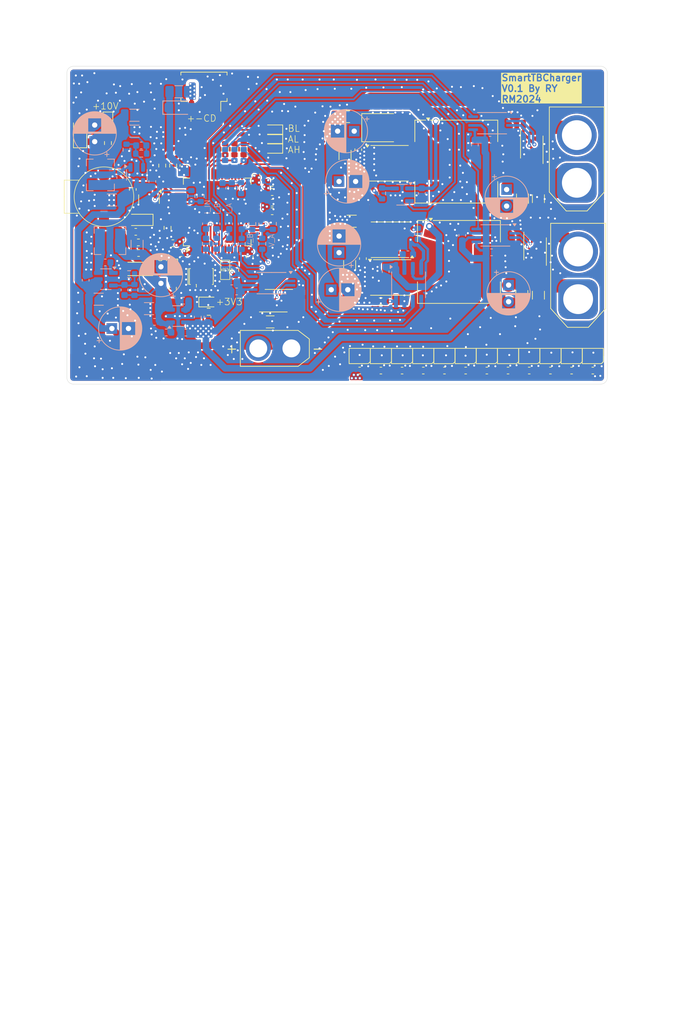
<source format=kicad_pcb>
(kicad_pcb (version 20240108) (generator "pcbnew") (generator_version "8.0")
  (layers (0 "F.Cu" signal) (1 "In1.Cu" power) (2 "In2.Cu" mixed) (31 "B.Cu" signal) (34 "B.Paste" user) (35 "F.Paste" user) (36 "B.SilkS" user "B.Silkscreen") (37 "F.SilkS" user "F.Silkscreen") (38 "B.Mask" user) (39 "F.Mask" user) (44 "Edge.Cuts" user))
  (net 0 "")
  (net 1 "GND")
  (net 2 "VPP")
  (net 3 "+5V")
  (net 4 "Net-(U1-BS)")
  (net 5 "Net-(U1-LX)")
  (net 6 "Net-(U3-LX)")
  (net 7 "Net-(U3-BS)")
  (net 8 "Net-(U2-BP{slash}FB)")
  (net 9 "+3.3V")
  (net 10 "Net-(U3-FB)")
  (net 11 "+10V")
  (net 12 "Net-(U1-FB)")
  (net 13 "Net-(U4-PG10)")
  (net 14 "Net-(J1-Pin_2)")
  (net 15 "Net-(C36-Pad2)")
  (net 16 "ISENSE_CHB")
  (net 17 "VSENSE_CHB")
  (net 18 "ISENSE_CHA")
  (net 19 "Net-(C47-Pad2)")
  (net 20 "Net-(U10-HB)")
  (net 21 "Net-(D5-A)")
  (net 22 "Net-(D6-A)")
  (net 23 "Net-(J2-Pin_1)")
  (net 24 "Net-(J2-Pin_2)")
  (net 25 "Net-(R11-Pad2)")
  (net 26 "Net-(U7--)")
  (net 27 "Net-(U7-+)")
  (net 28 "SW_A")
  (net 29 "Net-(U4-PA8)")
  (net 30 "Net-(U4-PA10)")
  (net 31 "ISENSE_INPUT")
  (net 32 "Net-(D3-A)")
  (net 33 "VSENSE_CHA")
  (net 34 "Net-(Q1-G)")
  (net 35 "VSENSE_INPUT")
  (net 36 "Net-(BZ1-+)")
  (net 37 "Net-(J1-Pin_1)")
  (net 38 "Net-(J7-Pin_4)")
  (net 39 "Net-(J8-Pin_2)")
  (net 40 "Net-(J7-Pin_1)")
  (net 41 "Net-(J7-Pin_2)")
  (net 42 "Net-(U5--)")
  (net 43 "Net-(U5-+)")
  (net 44 "Net-(R8-Pad2)")
  (net 45 "SWDCK")
  (net 46 "SWDIO")
  (net 49 "Net-(BZ1--)")
  (net 64 "Net-(D7-A)")
  (net 67 "Net-(U4-PF0)")
  (net 76 "Net-(D8-A)")
  (net 80 "Net-(Q4-G)")
  (net 84 "Net-(D17-A)")
  (net 86 "Net-(U4-PF1)")
  (net 88 "Net-(Q5-G)")
  (net 89 "RGB_DATA")
  (net 90 "Net-(D18-DOUT)")
  (net 91 "Net-(D19-DOUT)")
  (net 92 "Net-(D20-DOUT)")
  (net 93 "Net-(D21-DOUT)")
  (net 94 "Net-(D22-DOUT)")
  (net 95 "Net-(D23-DOUT)")
  (net 96 "Net-(D24-DOUT)")
  (net 97 "Net-(D25-DOUT)")
  (net 98 "Net-(D26-DOUT)")
  (net 99 "Net-(D27-DOUT)")
  (net 100 "Net-(D28-DOUT)")
  (net 102 "Net-(F8-Pad1)")
  (net 103 "Net-(Q3-G)")
  (net 104 "Net-(U4-PB8)")
  (net 105 "Net-(R22-Pad2)")
  (net 106 "Net-(U9--)")
  (net 107 "Net-(U9-+)")
  (net 108 "BUZZER")
  (net 110 "Net-(U6-OUT)")
  (net 111 "DRV_CHA2")
  (net 112 "Net-(U4-PA9)")
  (net 113 "DRV_CHA1")
  (net 114 "DRV_CHB")
  (net 115 "Net-(U10-HO)")
  (net 116 "Net-(U10-LO)")
  (net 117 "Net-(D4-A)")
  (net 118 "GNDPWR")
  (footprint "LED_SMD:LED_WS2812B-2020_PLCC4_2.0x2.0mm" (layer "F.Cu") (at 82.415 89.75 180)
    (property "Reference" "D20" (hide yes))
    (property "Value" "WS2812B-2020")
  )
  (footprint "Capacitor_SMD:C_1206_3216Metric" (layer "F.Cu") (at 73.8 59.4 -90)
    (property "Reference" "C34" (hide yes))
    (property "Value" "10u")
  )
  (footprint "LED_SMD:LED_WS2812B-2020_PLCC4_2.0x2.0mm" (layer "F.Cu") (at 111.215 89.75 180)
    (property "Reference" "D29" (hide yes))
    (property "Value" "WS2812B-2020")
  )
  (footprint "Resistor_SMD:R_0603_1608Metric" (layer "F.Cu") (at 47.8 79.6 90)
    (property "Reference" "R20" (hide yes))
    (property "Value" "10k")
  )
  (footprint "Package_TO_SOT_SMD:TDSON-8-1" (layer "F.Cu") (at 80.8 72.195 180)
    (property "Reference" "Q4" (hide yes))
    (property "Value" "BSC070N10NS5")
  )
  (footprint "Capacitor_SMD:C_0603_1608Metric" (layer "F.Cu") (at 104.815 91.9488 180)
    (property "Reference" "C98" (hide yes))
    (property "Value" "100n")
  )
  (footprint "Capacitor_SMD:C_0603_1608Metric" (layer "F.Cu") (at 76.5 75.045 -90)
    (property "Reference" "C43" (hide yes))
    (property "Value" "100n")
  )
  (footprint "Package_TO_SOT_SMD:TDSON-8-1" (layer "F.Cu") (at 80.3 60.65)
    (property "Reference" "Q1" (hide yes))
    (property "Value" "BSC070N10NS5")
  )
  (footprint "Capacitor_SMD:C_0603_1608Metric" (layer "F.Cu") (at 95.215 91.95 180)
    (property "Reference" "C97" (hide yes))
    (property "Value" "100n")
  )
  (footprint "Capacitor_SMD:C_0603_1608Metric" (layer "F.Cu") (at 92.015 91.95 180)
    (property "Reference" "C100" (hide yes))
    (property "Value" "100n")
  )
  (footprint "LED_SMD:LED_WS2812B-2020_PLCC4_2.0x2.0mm" (layer "F.Cu") (at 108.032142 89.75 180)
    (property "Reference" "D28" (hide yes))
    (property "Value" "WS2812B-2020")
  )
  (footprint "LED_SMD:LED_WS2812B-2020_PLCC4_2.0x2.0mm" (layer "F.Cu") (at 98.415 89.75 180)
    (property "Reference" "D25" (hide yes))
    (property "Value" "WS2812B-2020")
  )
  (footprint "Connector_AMASS:AMASS_XT30U-M_1x02_P5.0mm_Vertical" (layer "F.Cu") (at 65.7 88.6 180)
    (property "Reference" "J8" (hide yes))
    (property "Value" "Conn_01x02")
  )
  (footprint "Capacitor_SMD:C_0603_1608Metric" (layer "F.Cu") (at 42.625 74.2 180)
    (property "Reference" "C54" (hide yes))
    (property "Value" "10u")
  )
  (footprint "Capacitor_SMD:C_1206_3216Metric" (layer "F.Cu") (at 74.5 76.045 -90)
    (property "Reference" "C45" (hide yes))
    (property "Value" "10u")
  )
  (footprint "Capacitor_SMD:C_0603_1608Metric" (layer "F.Cu") (at 55.7 76.75 -90)
    (property "Reference" "C30" (hide yes))
    (property "Value" "100n")
  )
  (footprint "Diode_SMD:D_SMF" (layer "F.Cu") (at 42.4 76.6 180)
    (property "Reference" "D2" (hide yes))
    (property "Value" "SMF5V0A")
  )
  (footprint "LED_SMD:LED_WS2812B-2020_PLCC4_2.0x2.0mm" (layer "F.Cu") (at 92.015 89.75 180)
    (property "Reference" "D23" (hide yes))
    (property "Value" "WS2812B-2020")
  )
  (footprint "Capacitor_SMD:C_0603_1608Metric" (layer "F.Cu") (at 108.015 91.95 180)
    (property "Reference" "C99" (hide yes))
    (property "Value" "100n")
  )
  (footprint "Fuse:Fuse_1206_3216Metric" (layer "F.Cu") (at 103 66 -90)
    (property "Reference" "F1" (hide yes))
    (property "Value" "8A")
  )
  (footprint "Capacitor_SMD:C_0603_1608Metric" (layer "F.Cu") (at 59.4 74.8 90)
    (property "Reference" "C23" (hide yes))
    (property "Value" "100n")
  )
  (footprint "Capacitor_SMD:C_1206_3216Metric" (layer "F.Cu") (at 73.8 53.6 180)
    (property "Reference" "C33" (hide yes))
    (property "Value" "10u")
  )
  (footprint "Inductor_SMD:L_Coilcraft_MSS1260-XXX" (layer "F.Cu") (at 90.6 60.4)
    (property "Reference" "L3" (hide yes))
    (property "Value" "47u")
  )
  (footprint "Capacitor_SMD:C_0603_1608Metric" (layer "F.Cu") (at 88.815 91.95 180)
    (property "Reference" "C96" (hide yes))
    (property "Value" "100n")
  )
  (footprint "Capacitor_SMD:C_0603_1608Metric" (layer "F.Cu") (at 62.817215 66.6 180)
    (property "Reference" "C91" (hide yes))
    (property "Value" "1u")
  )
  (footprint "Fuse:Fuse_1206_3216Metric" (layer "F.Cu") (at 62.5 84.6 180)
    (property "Reference" "F8" (hide yes))
    (property "Value" "30A")
  )
  (footprint "Capacitor_SMD:C_0603_1608Metric" (layer "F.Cu") (at 41.75 64.6 90)
    (property "Reference" "C55" (hide yes))
    (property "Value" "10u")
  )
  (footprint "LinkedLibrary:MLT-9032" (layer "F.Cu") (at 37.4 65.7 -90)
    (property "Reference" "BZ1" (hide yes))
    (property "Value" "Buzzer-9032")
  )
  (footprint "Capacitor_SMD:C_1206_3216Metric" (layer "F.Cu") (at 74.8 69.4 180)
    (property "Reference" "C46" (hide yes))
    (property "Value" "10u")
  )
  (footprint "LED_SMD:LED_WS2812B-2020_PLCC4_2.0x2.0mm" (layer "F.Cu") (at 76.015 89.75 180)
    (property "Reference" "D18" (hide yes))
    (property "Value" "WS2812B-2020")
  )
  (footprint "Capacitor_SMD:C_0603_1608Metric" (layer "F.Cu") (at 79.215 91.95 180)
    (property "Reference" "C93" (hide yes))
    (property "Value" "100n")
  )
  (footprint "LED_SMD:LED_WS2812B-2020_PLCC4_2.0x2.0mm" (layer "F.Cu") (at 85.615 89.75 180)
    (property "Reference" "D21" (hide yes))
    (property "Value" "WS2812B-2020")
  )
  (footprint "Inductor_SMD:L_0603_1608Metric" (layer "F.Cu") (at 42.6 72.6)
    (property "Reference" "FB1" (hide yes))
    (property "Value" "FerriteBead")
  )
  (footprint "Connector_Molex:Molex_PicoBlade_53261-0471_1x04-1MP_P1.25mm_Horizontal" (layer "F.Cu") (at 52.5 49.6 180)
    (property "Reference" "J7" (hide yes))
    (property "Value" "Conn_SWD")
  )
  (footprint "Resistor_SMD:R_Shunt_Vishay_WSK2512_6332Metric_T1.19mm" (layer "F.Cu") (at 102 58.2 90)
    (property "Reference" "R5" (hide yes))
    (property "Value" "4m" (hide yes))
  )
  (footprint "Diode_SMD:D_SMF" (layer "F.Cu") (at 33.8 55.95 90)
    (property "Reference" "D1" (hide yes))
    (property "Value" "SMF10A")
  )
  (footprint "Capacitor_SMD:C_0603_1608Metric" (layer "F.Cu") (at 62.8 63.6 180)
    (property "Reference" "C29" (hide yes))
    (property "Value" "10u")
  )
  (footprint "Resistor_SMD:R_0603_1608Metric" (layer "F.Cu") (at 47.85 61 90)
    (property "Reference" "R37" (hide yes))
    (property "Value" "120r")
  )
  (footprint "Capacitor_SMD:C_0603_1608Metric" (layer "F.Cu") (at 85.615 91.95 180)
    (property "Reference" "C95" (hide yes))
    (property "Value" "100n")
  )
  (footprint "Capacitor_SMD:C_0603_1608Metric" (layer "F.Cu") (at 42.2 71)
    (property "Reference" "C56" (hide yes))
    (property "Value" "20p")
  )
  (footprint "Capacitor_SMD:C_0603_1608Metric" (layer "F.Cu") (at 62.8 67.9 180)
    (property "Reference" "C90" (hide yes))
    (property "Value" "100n")
  )
  (footprint "Capacitor_SMD:C_0603_1608Metric" (layer "F.Cu") (at 62.8 65 180)
    (property "Reference" "C25" (hide yes))
    (property "Value" "100n")
  )
  (footprint "LED_SMD:LED_0603_1608Metric" (layer "F.Cu") (at 47.8 76.6 -90)
    (property "Reference" "D7" (hide yes))
    (property "Value" "LED_WHITE")
  )
  (footprint "Resistor_SMD:R_0603_1608Metric" (layer "F.Cu") (at 47 70.4 90)
    (property "Reference" "R18" (hide yes))
    (property "Value" "1k")
  )
  (footprint "Crystal:Resonator_SMD_Murata_CSTxExxV-3Pin_3.0x1.1mm_HandSoldering" (layer "F.Cu") (at 52.1 77.75)
    (property "Reference" "Y3" (hide yes))
    (property "Value" "CSTCE8M")
  )
  (footprint "LED_SMD:LED_0603_1608Metric" (layer "F.Cu") (at 62.9 57 180)
    (property "Reference" "D6" (hide yes))
    (property "Value" "LED")
  )
  (footprint "Capacitor_SMD:C_0603_1608Metric" (layer "F.Cu") (at 111.215 91.95 180)
    (property "Reference" "C103" (hide yes))
    (property "Value" "100n")
  )
  (footprint "Resistor_SMD:R_0603_1608Metric" (layer "F.Cu") (at 55.7 58.525 90)
    (property "Reference" "R32" (hide yes))
    (property "Value" "2.2k")
  )
  (footprint "Capacitor_SMD:C_1206_3216Metric" (layer "F.Cu") (at 100.6 66 -90)
    (property "Reference" "C37" (hide yes))
    (property "Value" "10u")
  )
  (footprint "LED_SMD:LED_WS2812B-2020_PLCC4_2.0x2.0mm" (layer "F.Cu") (at 101.615 89.75 180)
    (property "Reference" "D26" (hide yes))
    (property "Value" "WS2812B-2020")
  )
  (footprint "Capacitor_SMD:C_0603_1608Metric" (layer "F.Cu") (at 49.027241 74.2)
    (property "Reference" "C57" (hide yes))
    (property "Value" "10u")
  )
  (footprint "Resistor_SMD:R_0603_1608Metric" (layer "F.Cu") (at 58.5 58.525 90)
    (property "Reference" "R30" (hide yes))
    (property "Value" "2.2k")
  )
  (footprint "Resistor_SMD:R_Shunt_Vishay_WSK2512_6332Metric_T1.19mm" (layer "F.Cu") (at 63.4 81.4 180)
    (property "Reference" "R23" (hide yes))
    (property "Value" "4m")
  )
  (footprint "Capacitor_SMD:C_0603_1608Metric" (layer "F.Cu") (at 47.802996 72.728048)
    (property "Reference" "C28" (hide yes))
    (property "Value" "100n")
  )
  (footprint "Package_QFP:LQFP-64_10x10mm_P0.5mm" (layer "F.Cu") (at 54.5 68 90)
    (property "Reference" "U4" (hide yes))
    (property "Value" "STM32G474RBTx")
  )
  (footprint "Resistor_SMD:R_Shunt_Vishay_WSK2512_6332Metric_T1.19mm" (layer "F.Cu") (at 102.5 73.57 90)
    (property "Reference" "R12" (hide yes))
    (property "Value" "4m")
  )
  (footprint "Capacitor_SMD:C_0603_1608Metric" (layer "F.Cu") (at 75.8 58.6 -90)
    (property "Reference" "C32" (hide yes))
    (property "Value" "100n")
  )
  (footprint "LED_SMD:LED_WS2812B-2020_PLCC4_2.0x2.0mm" (layer "F.Cu") (at 88.815 89.75 180)
    (property "Reference" "D22" (hide yes))
    (property "Value" "WS2812B-2020")
  )
  (footprint "Resistor_SMD:R_0603_1608Metric" (layer "F.Cu") (at 57.2204 76.756 90)
    (property "Reference" "R7" (hide yes))
    (property "Value" "1k")
  )
  (footprint "LED_SMD:LED_0603_1608Metric" (layer "F.Cu") (at 62.9 55.6 180)
    (property "Reference" "D4" (hide yes))
    (property "Value" "LED")
  )
  (footprint "Jumper:SolderJumper-2_P1.3mm_Bridged_Pad1.0x1.5mm" (layer "F.Cu") (at 68.975 85.8 180)
    (property "Reference" "JP1" (hide yes))
    (property "Value" "SolderJumper_2_Bridged")
  )
  (footprint "LED_SMD:LED_0603_1608Metric" (layer "F.Cu") (at 53.2125 81.6)
    (property "Reference" "D8" (hide yes))
    (property "Value" "LED_WHITE")
  )
  (footprint "LED_SMD:LED_WS2812B-2020_PLCC4_2.0x2.0mm" (layer "F.Cu") (at 79.215 89.75 180)
    (property "Reference" "D19" (hide yes))
    (property "Value" "WS2812B-2020")
  )
  (footprint "Diode_SMD:D_PowerDI-5" (layer "F.Cu") (at 80.138 55.28)
    (property "Reference" "D3" (hide yes))
    (property "Value" "SB1045")
  )
  (footprint "Capacitor_SMD:C_0603_1608Metric" (layer "F.Cu") (at 60.4 62.4 -90)
    (property "Reference" "C27" (hide yes))
    (property "Value" "100n")
  )
  (footprint "Connector_AMASS:AMASS_XT60-M_1x02_P7.20mm_Vertical" (layer "F.Cu") (at 109 81.17 90)
    (property "Reference" "J2" (hide yes))
    (property "Value" "XT60_MALE")
  )
  (footprint "Resistor_SMD:R_0603_1608Metric" (layer "F.Cu") (at 79.2 81.5 180)
    (property "Reference" "R29" (hide yes))
    (property "Value" "1R")
  )
  (footprint "LED_SMD:LED_WS2812B-2020_PLCC4_2.0x2.0mm" (layer "F.Cu") (at 104.815 89.75 180)
    (property "Reference" "D27" (hide yes))
    (property "Value" "WS2812B-2020")
  )
  (footprint "Resistor_SMD:R_0603_1608Metric" (layer "F.Cu") (at 46.2 61 90)
    (property "Reference" "R36" (hide yes))
    (property "Value" "120r")
  )
  (footprint "LED_SMD:LED_0603_1608Metric" (layer "F.Cu") (at 38 54.4 -90)
    (property "Reference" "D17" (hide yes))
    (property "Value" "LED_WHITE")
  )
  (footprint "Resistor_SMD:R_0603_1608Metric" (layer "F.Cu") (at 57.1 58.525 90)
    (property "Reference" "R31" (hide yes))
    (property "Value" "2.2k")
  )
  (footprint "Capacitor_SMD:C_0603_1608Metric" (layer "F.Cu") (at 49.4 61 -90)
    (property "Reference" "C26" (hide yes))
    (property "Value" "100n")
  )
  (footprint "Capacitor_SMD:C_0603_1608Metric" (layer "F.Cu") (at 82.415 91.95 180)
    (property "Reference" "C94" (hide yes))
    (property "Value" "100n")
  )
  (footprint "LED_SMD:LED_0603_1608Metric" (layer "F.Cu") (at 62.9 58.4 180)
    (property "Reference" "D5" (hide yes))
    (property "Value" "LED")
  )
  (footprint "Capacitor_SMD:C_0603_1608Metric" (layer "F.Cu") (at 98.415 91.9488 180)
    (property "Reference" "C101" (hide yes))
    (property "Value" "100n")
  )
  (footprint "Diode_SMD:D_SOD-323_HandSoldering" (layer "F.Cu") (at 42.8 69.2 180)
    (property "Reference" "D9" (hide yes))
    (property "Value" "1N5819WS")
  )
  (footprint "Fuse:Fuse_1206_3216Metric" (layer "F.Cu") (at 103 80.57 -90)
    (property "Reference" "F2" (hide yes))
    (property "Value" "5A")
  )
  (footprint "Capacitor_SMD:C_0603_1608Metric" (layer "F.Cu") (at 76.015 91.95 180)
    (property "Reference" "C92" (hide yes))
    (property "Value" "100n")
  )
  (footprint "LED_SMD:LED_WS2812B-2020_PLCC4_2.0x2.0mm" (layer "F.Cu") (at 95.215 89.75 180)
    (property "Reference" "D24" (hide yes))
    (property "Value" "WS2812B-2020")
  )
  (footprint "Capacitor_SMD:C_1206_3216Metric" (layer "F.Cu") (at 100.5 80.57 -90)
    (property "Reference" "C47" (hide yes))
    (property "Value" "10u")
  )
  (footprint "Resistor_SMD:R_0603_1608Metric" (layer "F.Cu") (at 53.2125 83.076)
    (property "Reference" "R21" (hide yes))
    (property "Value" "2.2k")
  )
  (footprint "Inductor_SMD:L_Coilcraft_MSS1260-XXX" (layer "F.Cu") (at 91 75.545)
    (property "Reference" "L4" (hide yes))
    (property "Value" "47u")
  )
  (footprint "Package_TO_SOT_SMD:TDSON-8-1" (layer "F.Cu") (at 80.7 77.895)
    (property "Reference" "Q5" (hide yes))
    (property "Value" "BSC070N10NS5")
  )
  (footprint "Connector_AMASS:AMASS_XT60-M_1x02_P7.20mm_Vertical" (layer "F.Cu") (at 108.8 63.6 90)
    (property "Reference" "J1" (hide yes))
    (property "Value" "XT60_MALE")
  )
  (footprint "Resistor_SMD:R_0603_1608Metric" (layer "F.Cu") (at 38 57.6 90)
    (property "Reference" "R19" (hide yes))
    (property "Value" "100k")
  )
  (footprint "Package_TO_SOT_SMD:SOT-23" (layer "F.Cu") (at 44.2 66.0625 -90)
    (property "Reference" "Q3" (hide yes))
    (property "Value" "AO3400A")
  )
  (footprint "Capacitor_SMD:C_0603_1608Metric" (layer "F.Cu") (at 101.615 91.9488 180)
    (property "Reference" "C102" (hide yes))
    (property "Value" "100n")
  )
  (footprint "Capacitor_SMD:C_0603_1608Metric" (layer "B.Cu") (at 79.935 77.025 -90)
    (property "Reference" "C24" (hide yes))
    (property "Value" "100n")
  )
  (footprint "Capacitor_THT:CP_Radial_D6.3mm_P2.50mm" (layer "B.Cu") (at 72.9 74.145 90)
    (property "Reference" "C40" (hide yes))
    (property "Value" "100u")
  )
  (footprint "Capacitor_SMD:C_1206_3216Metric" (layer "B.Cu") (at 42.4 72.975 90)
    (property "Reference" "C19" (hide yes))
    (property "Value" "10u")
  )
  (footprint "Capacitor_THT:CP_Radial_D6.3mm_P2.50mm" (layer "B.Cu") (at 36 57.38238 90)
    (property "Reference" "C20" (hide yes))
    (property "Value" "C_Polarized")
  )
  (footprint "Capacitor_SMD:C_0603_1608Metric" (layer "B.Cu") (at 45.025 84.6 180)
    (property "Reference" "C3" (hide yes))
    (property "Value" "100n")
  )
  (footprint "Capacitor_SMD:C_0603_1608Metric" (layer "B.Cu") (at 34.6336 78.3056 90)
    (property "Reference" "C7" (hide yes))
    (property "Value" "100n")
  )
  (footprint "Capacitor_THT:CP_Radial_D6.3mm_P2.50mm" (layer "B.Cu") (at 75.18238 55.8 180)
    (property "Reference" "C104" (hide yes))
    (property "Value" "100u")
  )
  (footprint "Capacitor_THT:CP_Radial_D6.3mm_P2.50mm" (layer "B.Cu") (at 46 78.78238 90)
    (property "Reference" "C21" (hide yes))
    (property "Value" "C_Polarized")
  )
  (footprint "Capacitor_SMD:C_0603_1608Metric" (layer "B.Cu") (at 91.5 71.545 90)
    (property "Reference" "C59" (hide yes))
    (property "Value" "100n")
  )
  (footprint "Resistor_SMD:R_0603_1608Metric" (layer "B.Cu") (at 52 65.6 -90)
    (property "Reference" "R27" (hide yes))
    (property "Value" "10k")
  )
  (footprint "Capacitor_SMD:C_0603_1608Metric" (layer "B.Cu") (at 58.2 69.825 -90)
    (property "Reference" "C39" (hide yes))
    (property "Value" "100n")
  )
  (footprint "Capacitor_SMD:C_0603_1608Metric" (layer "B.Cu") (at 51.564097 83.874271 90)
    (property "Reference" "C13" (hide yes))
    (property "Value" "10u")
  )
  (footprint "Resistor_SMD:R_0603_1608Metric" (layer "B.Cu") (at 58.5 59.4 -90)
    (property "Reference" "R16" (hide yes))
    (property "Value" "33r")
  )
  (footprint "Capacitor_SMD:C_0603_1608Metric" (layer "B.Cu") (at 40.4988 79.775 90)
    (property "Reference" "C15" (hide yes))
    (property "Value" "100p")
  )
  (footprint "Capacitor_SMD:C_0603_1608Metric" (layer "B.Cu") (at 52.8 69.8 -90)
    (property "Reference" "C52" (hide yes))
    (property "Value" "100n")
  )
  (footprint "Capacitor_SMD:C_0603_1608Metric" (layer "B.Cu") (at 37.6 75.629 180)
    (property "Reference" "C8" (hide yes))
    (property "Value" "100n")
  )
  (footprint "Fuse:Fuse_1206_3216Metric" (layer "B.Cu") (at 48.7 49.85)
    (property "Reference" "F7" (hide yes))
    (property "Value" "1A")
  )
  (footprint "Capacitor_SMD:C_0603_1608Metric" (layer "B.Cu") (at 83.3 74.4 180)
    (property "Reference" "C49" (hide yes))
    (property "Value" "100n")
  )
  (footprint "Resistor_SMD:R_0603_1608Metric" (layer "B.Cu") (at 58.1 64.4 -90)
    (property "Reference" "R25" (hide yes))
    (property "Value" "90k")
  )
  (footprint "Capacitor_SMD:C_1206_3216Metric" (layer "B.Cu") (at 38.6 66.2 180)
    (property "Reference" "C2" (hide yes))
    (property "Value" "10u")
  )
  (footprint "Resistor_SMD:R_0603_1608Metric" (layer "B.Cu") (at 43.025 59.2 180)
    (property "Reference" "R1" (hide yes))
    (property "Value" "118k")
  )
  (footprint "Capacitor_SMD:C_0603_1608Metric" (layer "B.Cu") (at 49.764097 86.212271 180)
    (property "Reference" "C11" (hide yes))
    (property "Value" "100n")
  )
  (footprint "Capacitor_THT:CP_Radial_D6.3mm_P2.50mm" (layer "B.Cu") (at 98.2 64.61762 -90)
    (property "Reference" "C36" (hide yes))
    (property "Value" "100u")
  )
  (footprint "Resistor_SMD:R_0603_1608Metric" (layer "B.Cu") (at 56.3 72.8 -90)
    (property "Reference" "R11" (hide yes))
    (property "Value" "33R")
  )
  (footprint "Capacitor_SMD:C_0603_1608Metric" (layer "B.Cu") (at 39.859001 62.8 -90)
    (property "Reference" "C9" (hide yes))
    (property "Value" "100n")
  )
  (footprint "Package_TO_SOT_SMD:SOT-23-5" (layer "B.Cu") (at 48.582597 83.720271)
    (property "Reference" "U2" (hide yes))
    (property "Value" "RS3236")
  )
  (footprint "Capacitor_SMD:C_0603_1608Metric" (layer "B.Cu") (at 49.4 81.4 180)
    (property "Reference" "C10" (hide yes))
    (property "Value" "10n")
  )
  (footprint "Capacitor_THT:CP_Radial_D6.3mm_P2.50mm" (layer "B.Cu") (at 38.6 85.6)
    (property "Reference" "C4" (hide yes))
    (property "Value" "C_Polarized")
  )
  (footprint "Capacitor_SMD:C_0603_1608Metric" (layer "B.Cu") (at 93.4 57.9 -90)
    (property "Reference" "C60" (hide yes))
    (property "Value" "100n")
  )
  (footprint "Package_SO:TSSOP-8_4.4x3mm_P0.65mm" (layer "B.Cu") (at 96 54.6 180)
    (property "Reference" "U5" (hide yes))
    (property "Value" "INA240A1PW")
  )
  (footprint "Capacitor_SMD:C_0603_1608Metric" (layer "B.Cu") (at 85.4 65.2 -90)
    (property "Reference" "C22" (hide yes))
    (property "Value" "100n")
  )
  (footprint "Resistor_SMD:R_0603_1608Metric" (layer "B.Cu") (at 57.1 59.4 -90)
    (property "Reference" "R13" (hide yes))
    (property "Value" "33r")
  )
  (footprint "Resistor_SMD:R_0603_1608Metric" (layer "B.Cu") (at 61.3 72.8 -90)
    (property "Reference" "R15" (hide yes))
    (property "Value" "90k")
  )
  (footprint "Package_TO_SOT_SMD:SOT-23-5" (layer "B.Cu") (at 82.4 65.4 180)
    (property "Reference" "U6" (hide yes))
    (property "Value" "UCC27517")
  )
  (footprint "Capacitor_SMD:C_0603_1608Metric" (layer "B.Cu") (at 53.028097 83.861271 90)
    (property "Reference" "C12" (hide yes))
    (property "Value" "10u")
  )
  (footprint "Package_SO:TSSOP-8_4.4x3mm_P0.65mm" (layer "B.Cu") (at 96.5 71.545 180)
    (property "Reference" "U7" (hide yes))
    (property "Value" "INA240A1PW")
  )
  (footprint "Capacitor_SMD:C_0603_1608Metric" (layer "B.Cu") (at 56.3 69.8 -90)
    (property "Reference" "C44" (hide yes))
    (property "Value" "100n")
  )
  (footprint "Capacitor_SMD:C_0603_1608Metric" (layer "B.Cu") (at 95.7 57.1)
    (property "Reference" "C31" (hide yes))
    (property "Value" "100n")
  )
  (footprint "Capacitor_SMD:C_0603_1608Metric" (layer "B.Cu") (at 61.3 69.8 -90)
    (property "Reference" "C50" (hide yes))
    (property "Value" "100n")
  )
  (footprint "Package_TO_SOT_SMD:SOT-23-6" (layer "B.Cu") (at 42.359001 62.409 -90)
    (property "Reference" "U3" (hide yes))
    (property "Value" "RY8411")
  )
  (footprint "Resistor_SMD:R_0603_1608Metric" (layer "B.Cu") (at 84.8 71.3 90)
    (property "Reference" "R28" (hide yes))
    (property "Value" "1R")
  )
  (footprint "Capacitor_THT:CP_Radial_D6.3mm_P2.50mm" (layer "B.Cu") (at 72.9 63.4)
    (property "Reference" "C35" (hide yes))
    (property "Value" "100u")
  )
  (footprint "Capacitor_SMD:C_0603_1608Metric" (layer "B.Cu") (at 95.925 74.1)
    (property "Reference" "C41" (hide yes))
    (property "Value" "100n")
  )
  (footprint "Package_TO_SOT_SMD:SOT-23-6" (layer "B.Cu") (at 37.6816 78.1532 180)
    (property "Reference" "U1" (hide yes))
    (property "Value" "RY8411")
  )
  (footprint "Capacitor_SMD:C_0603_1608Metric" (layer "B.Cu") (at 55.3 64.4 90)
    (property "Reference" "C53" (hide yes))
    (property "Value" "100n")
  )
  (footprint "Capacitor_SMD:C_0603_1608Metric" (layer "B.Cu") (at 46.8 86.2 180)
    (property "Reference" "C5" (hide yes))
    (property "Value" "10u")
  )
  (footprint "Capacitor_SMD:C_0603_1608Metric" (layer "B.Cu") (at 57.425 80 180)
    (property "Reference" "C51" (hide yes))
    (property "Value" "100n")
  )
  (footprint "Capacitor_SMD:C_0603_1608Metric" (layer "B.Cu") (at 44.7 63.4 -90)
    (property "Reference" "C6" (hide yes))
    (property "Value" "100n")
  )
  (footprint "Resistor_SMD:R_0603_1608Metric" (layer "B.Cu") (at 50.6 65.6 90)
    (property "Reference" "R26" (hide yes))
    (property "Value" "33r")
  )
  (footprint "Package_SO:SOIC-8_3.9x4.9mm_P1.27mm" (layer "B.Cu") (at 83.4 79 -90)
    (property "Reference" "U10" (hide yes))
    (property "Value" "UCC27201ADR")
  )
  (footprint "Capacitor_SMD:C_1206_3216Metric" (layer "B.Cu") (at 42 53.4)
    (property "Reference" "C16" (hide yes))
    (property "Value" "10u")
  )
  (footprint "Capacitor_THT:CP_Radial_D6.3mm_P2.50mm" (layer "B.Cu") (at 98.5 79.045 -90)
    (property "Reference" "C48" (hide yes))
    (property "Value" "100u")
  )
  (footprint "Resistor_SMD:R_0603_1608Metric" (layer "B.Cu") (at 41.2 77.4 180)
    (property "Reference" "R4" (hide yes))
    (property "Value" "10k")
  )
  (footprint "Resistor_SMD:R_0603_1608Metric" (layer "B.Cu") (at 42 79.775 90)
    (property "Reference" "R3" (hide yes))
    (property "Value" "53.6k")
  )
  (footprint "Resistor_SMD:R_0603_1608Metric" (layer "B.Cu") (at 58.2 72.825 -90)
    (property "Reference" "R10" (hide yes))
    (property "Value" "90k")
  )
  (footprint "Capacitor_THT:CP_Radial_D6.3mm_P2.50mm" (layer "B.Cu") (at 71.717621 79.745)
    (property "Reference" "C42" (hide yes))
    (property "Value" "100u")
  )
  (footprint "Package_SO:TSSOP-8_4.4x3mm_P0.65mm" (layer "B.Cu") (at 62.7 78.75 180)
    (property "Reference" "U9" (hide yes))
    (property "Value" "INA240A1PW")
  )
  (footprint "Capacitor_SMD:C_0603_1608Metric" (layer "B.Cu") (at 43.025 57.962 180)
    (property "Reference" "C14" (hide yes))
    (property "Value" "100p")
  )
  (footprint "Resistor_SMD:R_0603_1608Metric" (layer "B.Cu") (at 56.7 64.4 90)
    (property "Reference" "R24" (hide yes))
    (property "Value" "10k")
  )
  (footprint "Diode_SMD:D_SMF" (layer "B.Cu") (at 48.65 52.25)
    (property "Reference" "D15" (hide yes))
    (property "Value" "SMF3.3A")
  )
  (footprint "Resistor_SMD:R_0603_1608Metric" (layer "B.Cu") (at 54.4 72.8 -90)
    (property "Reference" "R8" (hide yes))
    (property "Value" "33R")
  )
  (footprint "Resistor_SMD:R_0603_1608Metric" (layer "B.Cu") (at 40.8 58.6 -90)
    (property "Reference" "R2" (hide yes))
    (property "Value" "10k")
  )
  (footprint "Capacitor_SMD:C_1206_3216Metric" (layer "B.Cu") (at 44.2 82.6 180)
    (property "Reference" "C17" (hide yes))
    (property "Value" "10u")
  )
  (footprint "Inductor_SMD:L_Bourns-SRN4018" (layer "B.Cu") (at 38.31 72.315)
    (property "Reference" "L2" (hide yes))
    (property "Value" "4.7u")
  )
  (footprint "Inductor_SMD:L_Bourns-SRN4018" (layer "B.Cu") (at 36.859001 62.409 90)
    (property "Reference" "L1" (hide yes))
    (property "Value" "4.7u")
  )
  (footprint "Capacitor_SMD:C_0603_1608Metric" (layer "B.Cu") (at 56.7 78.5 180)
    (property "Reference" "C58" (hide yes))
    (property "Value" "100n")
  )
  (footprint "Capacitor_SMD:C_1206_3216Metric" (layer "B.Cu") (at 36.6 81.175)
    (property "Reference" "C1" (hide yes))
    (property "Value" "10u")
  )
  (footprint "Resistor_SMD:R_0603_1608Metric" (layer "B.Cu") (at 59.8 69.825 -90)
    (property "Reference" "R9" (hide yes))
    (property "Value" "10k")
  )
  (footprint "Resistor_SMD:R_0603_1608Metric" (layer "B.Cu") (at 62.9 69.8 -90)
    (property "Reference" "R14" (hide yes))
    (property "Value" "10k")
  )
  (footprint "Resistor_SMD:R_0603_1608Metric" (layer "B.Cu") (at 52.8 72.8 -90)
    (property "Reference" "R22" (hide yes))
    (property "Value" "33R")
  )
  (footprint "Capacitor_SMD:C_0603_1608Metric" (layer "B.Cu") (at 54.4 69.8 -90)
    (property "Reference" "C38" (hide yes))
    (property "Value" "100n")
  )
  (footprint "Resistor_SMD:R_0603_1608Metric" (layer "B.Cu") (at 79.4 65.2 -90)
    (property "Reference" "R6" (hide yes))
    (property "Value" "1R")
  )
  (footprint "Capacitor_SMD:C_1206_3216Metric" (layer "B.Cu") (at 42 55.8)
    (property "Reference" "C18" (hide yes))
    (property "Value" "10u")
  )
  (footprint "Resistor_SMD:R_0603_1608Metric" (layer "B.Cu") (at 55.7 59.4 -90)
    (property "Reference" "R17" (hide yes))
    (property "Value" "33r")
  )
  (gr_rect (start 55 75.287977) (end 56.4 78.2) (stroke (width 0.1)) (fill none) (layer "F.SilkS"))
  (gr_line (start 113.4 47) (end 113.4 93) (stroke (width 0.05)) (layer "Edge.Cuts"))
  (gr_arc (start 113.4 93) (mid 113.107107 93.707107) (end 112.4 94) (stroke (width 0.05)) (layer "Edge.Cuts"))
  (gr_line (start 32.8 46) (end 112.4 46) (stroke (width 0.05)) (layer "Edge.Cuts"))
  (gr_arc (start 32.8 94) (mid 32.092893 93.707107) (end 31.8 93) (stroke (width 0.05)) (layer "Edge.Cuts"))
  (gr_arc (start 31.8 47) (mid 32.092893 46.292893) (end 32.8 46) (stroke (width 0.05)) (layer "Edge.Cuts"))
  (gr_line (start 112.4 94) (end 32.8 94) (stroke (width 0.05)) (layer "Edge.Cuts"))
  (gr_arc (start 112.4 46) (mid 113.107107 46.292893) (end 113.4 47) (stroke (width 0.05)) (layer "Edge.Cuts"))
  (gr_line (start 31.8 93) (end 31.8 47) (stroke (width 0.05)) (layer "Edge.Cuts"))
  (gr_text "I_B" (at 55 68.45 90) (layer "B.SilkS") (effects (font (size 0.8 0.8) (thickness 0.08)) (justify left bottom)))
  (gr_text "V_A" (at 63.2 73.35 90) (layer "B.SilkS") (effects (font (size 0.8 0.8) (thickness 0.08)) (justify left bottom)))
  (gr_text "V_B" (at 59.95 73.35 90) (layer "B.SilkS") (effects (font (size 0.8 0.8) (thickness 0.08)) (justify left bottom)))
  (gr_text "I_IN" (at 53.5 68.4 90) (layer "B.SilkS") (effects (font (size 0.8 0.8) (thickness 0.08)) (justify left bottom)))
  (gr_text "I_A" (at 56.75 68.4 90) (layer "B.SilkS") (effects (font (size 0.8 0.8) (thickness 0.08)) (justify left bottom)))
  (gr_text "+10V" (at 35.55 52.6 0) (layer "F.SilkS") (effects (font (size 1 1) (thickness 0.1)) (justify left bottom)))
  (gr_text "+-CD" (at 49.85 54.45 0) (layer "F.SilkS") (effects (font (size 1 1) (thickness 0.1)) (justify left bottom)))
  (gr_text "+3V3" (at 54.25 82.15 0) (layer "F.SilkS") (effects (font (size 1 1) (thickness 0.1)) (justify left bottom)))
  (gr_text "RST" (at 55.279714 77.059816 0) (layer "F.SilkS") (effects (font (size 0.5 0.3) (thickness 0.05)) (justify left bottom)))
  (gr_text "SmartTBCharger\nV0.1 By RY\nRM2024" (at 97.35 51.55 0) (layer "F.SilkS" knockout) (effects (font (size 1 1) (thickness 0.2) (bold yes)) (justify left bottom)))
  (gr_text "BL\nAL\nAH" (at 65.1 59.2 0) (layer "F.SilkS") (effects (font (size 1 1) (thickness 0.1)) (justify left bottom)))
  (gr_text "+5V" (at 44.15 75.5 0) (layer "F.SilkS") (effects (font (size 1 1) (thickness 0.1)) (justify left bottom)))
  (segment (start 60.175 64.75) (end 61.138911 64.75) (width 0.254) (layer "F.Cu") (net 1))
  (segment (start 51.25 63.3) (end 51.25 62.325) (width 0.254) (layer "F.Cu") (net 1))
  (segment (start 52.1 79.7) (end 52 79.8) (width 0.254) (layer "F.Cu") (net 1))
  (segment (start 48.825 71.25) (end 50.05 71.25) (width 0.254) (layer "F.Cu") (net 1))
  (segment (start 51.25 63.3) (end 51.5 63.55) (width 0.254) (layer "F.Cu") (net 1))
  (segment (start 58.245836 75.016428) (end 59.915984 75.016428) (width 0.254) (layer "F.Cu") (net 1))
  (segment (start 52.1 76.3) (end 52.6 75.8) (width 0.254) (layer "F.Cu") (net 1))
  (segment (start 60.175 64.75) (end 59.097806 64.75) (width 0.254) (layer "F.Cu") (net 1))
  (segment (start 59.097806 64.75) (end 58.875 64.527194) (width 0.254) (layer "F.Cu") (net 1))
  (segment (start 57.75 74.520592) (end 58.245836 75.016428) (width 0.254) (layer "F.Cu") (net 1))
  (segment (start 48.825 71.25) (end 47.025 71.25) (width 0.254) (layer "F.Cu") (net 1))
  (segment (start 50.05 71.25) (end 50.15 71.15) (width 0.254) (layer "F.Cu") (net 1))
  (segment (start 52.1 77.75) (end 52.1 79.7) (width 0.254) (layer "F.Cu") (net 1))
  (segment (start 60.175 66.75) (end 58.8 66.75) (width 0.254) (layer "F.Cu") (net 1))
  (segment (start 57.75 73.675) (end 57.75 74.520592) (width 0.254) (layer "F.Cu") (net 1))
  (segment (start 51.5 63.55) (end 51.9 63.55) (width 0.254) (layer "F.Cu") (net 1))
  (segment (start 50.95 63.6) (end 51.25 63.3) (width 0.254) (layer "F.Cu") (net 1))
  (segment (start 52.1 77.75) (end 52.1 76.3) (width 0.254) (layer "F.Cu") (net 1))
  (segment (start 47.025 71.25) (end 47 71.225) (width 0.254) (layer "F.Cu") (net 1))
  (via (at 89.7 84.1) (size 0.45) (drill 0.3) (layers "F.Cu" "B.Cu") (net 1))
  (via (at 33.3 68.55) (size 0.45) (drill 0.3) (layers "F.Cu" "B.Cu") (net 1))
  (via (at 59.3 56.35) (size 0.45) (drill 0.3) (layers "F.Cu" "B.Cu") (net 1))
  (via (at 48.85 74.85) (size 0.45) (drill 0.3) (layers "F.Cu" "B.Cu") (net 1))
  (via (at 99.85 52.95) (size 0.45) (drill 0.3) (layers "F.Cu" "B.Cu") (net 1))
  (via (at 44.45 60.4) (size 0.45) (drill 0.3) (layers "F.Cu" "B.Cu") (net 1))
  (via (at 36.5 51.2) (size 0.45) (drill 0.3) (layers "F.Cu" "B.Cu") (net 1))
  (via (at 89.95 49.1) (size 0.45) (drill 0.3) (layers "F.Cu" "B.Cu") (net 1))
  (via (at 72.3 89.85) (size 0.45) (drill 0.3) (layers "F.Cu" "B.Cu") (net 1))
  (via (at 44.65 70.4) (size 0.45) (drill 0.3) (layers "F.Cu" "B.Cu") (net 1))
  (via (at 104.4 60.45) (size 0.45) (drill 0.3) (layers "F.Cu" "B.Cu") (net 1))
  (via (at 33.55 81.6) (size 0.45) (drill 0.3) (layers "F.Cu" "B.Cu") (net 1))
  (via (at 65.2 52.8) (size 0.45) (drill 0.3) (layers "F.Cu" "B.Cu") (net 1))
  (via (at 65.2 70.15) (size 0.45) (drill 0.3) (layers "F.Cu" "B.Cu") (net 1))
  (via (at 39.5 82.1) (size 0.45) (drill 0.3) (layers "F.Cu" "B.Cu") (net 1))
  (via (at 41.6 60.1) (size 0.45) (drill 0.3) (layers "F.Cu" "B.Cu") (net 1))
  (via (at 65.1 73) (size 0.45) (drill 0.3) (layers "F.Cu" "B.Cu") (net 1))
  (via (at 97.7 62.1) (size 0.45) (drill 0.3) (layers "F.Cu" "B.Cu") (net 1))
  (via (at 51.05 70.8) (size 0.45) (drill 0.3) (layers "F.Cu" "B.Cu") (net 1))
  (via (at 92.45 91.1) (size 0.45) (drill 0.3) (layers "F.Cu" "B.Cu") (net 1))
  (via (at 99.95 55.75) (size 0.45) (drill 0.3) (layers "F.Cu" "B.Cu") (net 1))
  (via (at 44.5 85.6) (size 0.45) (drill 0.3) (layers "F.Cu" "B.Cu") (net 1))
  (via (at 112.55 91.3) (size 0.45) (drill 0.3) (layers "F.Cu" "B.Cu") (net 1))
  (via (at 42.45 49.9) (size 0.45) (drill 0.3) (layers "F.Cu" "B.Cu") (net 1))
  (via (at 45.3 87) (size 0.45) (drill 0.3) (layers "F.Cu" "B.Cu") (net 1))
  (via (at 47.25 68.2) (size 0.45) (drill 0.3) (layers "F.Cu" "B.Cu") (net 1))
  (via (at 55.45 50.15) (size 0.45) (drill 0.3) (layers "F.Cu" "B.Cu") (net 1))
  (via (at 92 89.7) (size 0.45) (drill 0.3) (layers "F.Cu" "B.Cu") (net 1))
  (via (at 53.5 91.1) (size 0.45) (drill 0.3) (layers "F.Cu" "B.Cu") (net 1))
  (via (at 78.6 82.8) (size 0.45) (drill 0.3) (layers "F.Cu" "B.Cu") (net 1))
  (via (at 98.05 76.35) (size 0.45) (drill 0.3) (layers "F.Cu" "B.Cu") (net 1))
  (via (at 49.25 48) (size 0.45) (drill 0.3) (layers "F.Cu" "B.Cu") (net 1))
  (via (at 56.3 69.7) (size 0.45) (drill 0.3) (layers "F.Cu" "B.Cu") (net 1))
  (via (at 56.85 66) (size 0.45) (drill 0.3) (layers "F.Cu" "B.Cu") (net 1))
  (via (at 66.8 84.6) (size 0.45) (drill 0.3) (layers "F.Cu" "B.Cu") (net 1))
  (via (at 42 55.2) (size 0.45) (drill 0.3) (layers "F.Cu" "B.Cu") (net 1))
  (via (at 92.35 71.2) (size 0.45) (drill 0.3) (layers "F.Cu" "B.Cu") (net 1))
  (via (at 89.6 62.8) (size 0.45) (drill 0.3) (layers "F.Cu" "B.Cu") (net 1))
  (via (at 61.138911 64.75) (size 0.45) (drill 0.3) (layers "F.Cu" "B.Cu") (net 1))
  (via (at 62.5 83.3) (size 0.45) (drill 0.3) (layers "F.Cu" "B.Cu") (net 1))
  (via (at 63.8 72.25) (size 0.45) (drill 0.3) (layers "F.Cu" "B.Cu") (net 1))
  (via (at 90.4 70.7) (size 0.45) (drill 0.3) (layers "F.Cu" "B.Cu") (net 1))
  (via (at 67.65 57.45) (size 0.45) (drill 0.3) (layers "F.Cu" "B.Cu") (net 1))
  (via (at 41.3 79.8) (size 0.45) (drill 0.3) (layers "F.Cu" "B.Cu") (net 1))
  (via (at 62.85 73.4) (size 0.45) (drill 0.3) (layers "F.Cu" "B.Cu") (net 1))
  (via (at 56.1 89.6) (size 0.45) (drill 0.3) (layers "F.Cu" "B.Cu") (net 1))
  (via (at 52.748 59.9) (size 0.45) (drill 0.3) (layers "F.Cu" "B.Cu") (net 1))
  (via (at 41.85 67.3) (size 0.45) (drill 0.3) (layers "F.Cu" "B.Cu") (net 1))
  (via (at 67.85 49.6) (size 0.45) (drill 0.3) (layers "F.Cu" "B.Cu") (net 1))
  (via (at 55.05 48.95) (size 0.45) (drill 0.3) (layers "F.Cu" "B.Cu") (net 1))
  (via (at 97.55 58) (size 0.45) (drill 0.3) (layers "F.Cu" "B.Cu") (net 1))
  (via (at 59.825 75.848) (size 0.45) (drill 0.3) (layers "F.Cu" "B.Cu") (net 1))
  (via (at 67.75 76.85) (size 0.45) (drill 0.3) (layers "F.Cu" "B.Cu") (net 1))
  (via (at 111.3 89.25) (size 0.45) (drill 0.3) (layers "F.Cu" "B.Cu") (net 1))
  (via (at 66.5 67.65) (size 0.45) (drill 0.3) (layers "F.Cu" "B.Cu") (net 1))
  (via (at 70.8 53.5) (size 0.45) (drill 0.3) (layers "F.Cu" "B.Cu") (net 1))
  (via (at 98 74.6) (size 0.45) (drill 0.3) (layers "F.Cu" "B.Cu") (net 1))
  (via (at 86.05 91.2) (size 0.45) (drill 0.3) (layers "F.Cu" "B.Cu") (net 1))
  (via (at 36 67.1) (size 0.45) (drill 0.3) (layers "F.Cu" "B.Cu") (net 1))
  (via (at 44.4 48.6) (size 0.45) (drill 0.3) (layers "F.Cu" "B.Cu") (net 1))
  (via (at 80.8 82.9) (size 0.45) (drill 0.3) (layers "F.Cu" "B.Cu") (net 1))
  (via (at 69.95 88.6) (size 0.45) (drill 0.3) (layers "F.Cu" "B.Cu") (net 1))
  (via (at 80.55 91.2) (size 0.45) (drill 0.3) (layers "F.Cu" "B.Cu") (net 1))
  (via (at 100.4 53.45) (size 0.45) (drill 0.3) (layers "F.Cu" "B.Cu") (net 1))
  (via (at 102.1 53.5) (size 0.45) (drill 0.3) (layers "F.Cu" "B.Cu") (net 1))
  (via (at 37.1 80.75) (size 0.45) (drill 0.3) (layers "F.Cu" "B.Cu") (net 1))
  (via (at 36 88.3) (size 0.45) (drill 0.3) (layers "F.Cu" "B.Cu") (net 1))
  (via (at 72.25 49.4) (size 0.45) (drill 0.3) (layers "F.Cu" "B.Cu") (net 1))
  (via (at 47.55 71.75) (size 0.45) (drill 0.3) (layers "F.Cu" "B.Cu") (net 1))
  (via (at 39.65 77.95) (size 0.45) (drill 0.3) (layers "F.Cu" "B.Cu") (net 1))
  (via (at 64.2 81.4) (size 0.45) (drill 0.3) (layers "F.Cu" "B.Cu") (net 1))
  (via (at 35.1 67.75) (size 0.45) (drill 0.3) (layers "F.Cu" "B.Cu") (net 1))
  (via (at 42.65 93.05) (size 0.45) (drill 0.3) (layers "F.Cu" "B.Cu") (net 1))
  (via (at 71.6 52.1) (size 0.45) (drill 0.3) (layers "F.Cu" "B.Cu") (net 1))
  (via (at 45.75 62.7) (size 0.45) (drill 0.3) (layers "F.Cu" "B.Cu") (net 1))
  (via (at 45.3 58.5) (size 0.45) (drill 0.3) (layers "F.Cu" "B.Cu") (net 1))
  (via (at 64.95 59.9) (size 0.45) (drill 0.3) (layers "F.Cu" "B.Cu") (net 1))
  (via (at 89.6 58.6) (size 0.45) (drill 0.3) (layers "F.Cu" "B.Cu") (net 1))
  (via (at 92.4 56.3) (size 0.45) (drill 0.3) (layers "F.Cu" "B.Cu") (net 1))
  (via (at 56.45 55) (size 0.45) (drill 0.3) (layers "F.Cu" "B.Cu") (net 1))
  (via (at 45.35 56.85) (size 0.45) (drill 0.3) (layers "F.Cu" "B.Cu") (net 1))
  (via (at 35.9 66.2) (size 0.45) (drill 0.3) (layers "F.Cu" "B.Cu") (net 1))
  (via (at 34.7 76.7) (size 0.45) (drill 0.3) (layers "F.Cu" "B.Cu") (net 1))
  (via (at 62.8 52.85) (size 0.45) (drill 0.3) (layers "F.Cu" "B.Cu") (net 1))
  (via (at 104.6 72.8) (size 0.45) (drill 0.3) (layers "F.Cu" "B.Cu") (net 1))
  (via (at 40.1 59.6) (size 0.45) (drill 0.3) (layers "F.Cu" "B.Cu") (net 1))
  (via (at 88.3 79.1) (size 0.45) (drill 0.3) (layers "F.Cu" "B.Cu") (net 1))
  (via (at 97.6 60.4) (size 0.45) (drill 0.3) (layers "F.Cu" "B.Cu") (net 1))
  (via (at 38.85 52.85) (size 0.45) (drill 0.3) (layers "F.Cu" "B.Cu") (net 1))
  (via (at 100.35 70.55) (size 0.45) (drill 0.3) (layers "F.Cu" "B.Cu") (net 1))
  (via (at 58.8 66.75) (size 0.45) (drill 0.3) (layers "F.Cu" "B.Cu") (net 1))
  (via (at 46.1 74.65) (size 0.45) (drill 0.3) (layers "F.Cu" "B.Cu") (net 1))
  (via (at 52.3 65.4) (size 0.45) (drill 0.3) (layers "F.Cu" "B.Cu") (net 1))
  (via (at 43.2 62.4) (size 0.45) (drill 0.3) (layers "F.Cu" "B.Cu") (net 1))
  (via (at 99.05 69.4) (size 0.45) (drill 0.3) (layers "F.Cu" "B.Cu") (net 1))
  (via (at 33.95 49.95) (size 0.45) (drill 0.3) (layers "F.Cu" "B.Cu") (net 1))
  (via (at 76.85 85.85) (size 0.45) (drill 0.3) (layers "F.Cu" "B.Cu") (net 1))
  (via (at 41.2 58.8) (size 0.45) (drill 0.3) (layers "F.Cu" "B.Cu") (net 1))
  (via (at 44.45 73.8) (size 0.45) (drill 0.3) (layers "F.Cu" "B.Cu") (net 1))
  (via (at 69.4 60.1) (size 0.45) (drill 0.3) (layers "F.Cu" "B.Cu") (net 1))
  (via (at 106.25 59.8) (size 0.45) (drill 0.3) (layers "F.Cu" "B.Cu") (net 1))
  (via (at 52.5 90.1) (size 0.45) (drill 0.3) (layers "F.Cu" "B.Cu") (net 1))
  (via (at 104.9 66.6) (size 0.45) (drill 0.3) (layers "F.Cu" "B.Cu") (net 1))
  (via (at 48.5 87.1) (size 0.45) (drill 0.3) (layers "F.Cu" "B.Cu") (net 1))
  (via (at 34.8 73.9) (size 0.45) (drill 0.3) (layers "F.Cu" "B.Cu") (net 1))
  (via (at 47.15 65.35) (size 0.45) (drill 0.3) (layers "F.Cu" "B.Cu") (net 1))
  (via (at 33.7 91.45) (size 0.45) (drill 0.3) (layers "F.Cu" "B.Cu") (net 1))
  (via (at 111.5 91.2) (size 0.45) (drill 0.3) (layers "F.Cu" "B.Cu") (net 1))
  (via (at 34.15 65) (size 0.45) (drill 0.3) (layers "F.Cu" "B.Cu") (net 1))
  (via (at 101.4 74.3) (size 0.45) (drill 0.3) (layers "F.Cu" "B.Cu") (net 1))
  (via (at 68.8 80.5) (size 0.45) (drill 0.3) (layers "F.Cu" "B.Cu") (net 1))
  (via (at 95.8 84) (size 0.45) (drill 0.3) (layers "F.Cu" "B.Cu") (net 1))
  (via (at 51.2 60.85) (size 0.45) (drill 0.3) (layers "F.Cu" "B.Cu") (net 1))
  (via (at 35.5 71.75) (size 0.45) (drill 0.3) (layers "F.Cu" "B.Cu") (net 1))
  (via (at 34.55 87.9) (size 0.45) (drill 0.3) (layers "F.Cu" "B.Cu") (net 1))
  (via (at 57.095433 74.868826) (size 0.45) (drill 0.3) (layers "F.Cu" "B.Cu") (net 1))
  (via (at 34.65 72.5) (size 0.45) (drill 0.3) (layers "F.Cu" "B.Cu") (net 1))
  (via (at 55.15 74.95) (size 0.45) (drill 0.3) (layers "F.Cu" "B.Cu") (net 1))
  (via (at 89.5 75.4) (size 0.45) (drill 0.3) (layers "F.Cu" "B.Cu") (net 1))
  (via (at 105.15 57.35) (size 0.45) (drill 0.3) (layers "F.Cu" "B.Cu") (net 1))
  (via (at 93.25 49) (size 0.45) (drill 0.3) (layers "F.Cu" "B.Cu") (net 1))
  (via (at 35.95 47.05) (size 0.45) (drill 0.3) (layers "F.Cu" "B.Cu") (net 1))
  (via (at 39.85 49) (size 0.45) (drill 0.3) (layers "F.Cu" "B.Cu") (net 1))
  (via (at 53 68.15) (size 0.45) (drill 0.3) (layers "F.Cu" "B.Cu") (net 1))
  (via (at 101.15 74.9) (size 0.45) (drill 0.3) (layers "F.Cu" "B.Cu") (net 1))
  (via (at 63 67.6) (size 0.45) (drill 0.3) (layers "F.Cu" "B.Cu") (net 1))
  (via (at 88.1 69.6) (size 0.45) (drill 0.3) (layers "F.Cu" "B.Cu") (net 1))
  (via (at 92.2 63.5) (size 0.45) (drill 0.3) (layers "F.Cu" "B.Cu") (net 1))
  (via (at 69.3 53) (size 0.45) (drill 0.3) (layers "F.Cu" "B.Cu") (net 1))
  (via (at 54.2 79.2) (size 0.45) (drill 0.3) (layers "F.Cu" "B.Cu") (net 1))
  (via (at 91 58.6) (size 0.45) (drill 0.3) (layers "F.Cu" "B.Cu") (net 1))
  (via (at 92.8 66.4) (size 0.45) (drill 0.3) (layers "F.Cu" "B.Cu") (net 1))
  (via (at 51.15 67.55) (size 0.45) (drill 0.3) (layers "F.Cu" "B.Cu") (net 1))
  (via (at 49.064114 80.22885) (size 0.45) (drill 0.3) (layers "F.Cu" "B.Cu") (net 1))
  (via (at 52.8 79.8) (size 0.45) (drill 0.3) (layers "F.Cu" "B.Cu") (net 1))
  (via (at 98.75 69.95) (size 0.45) (drill 0.3) (layers "F.Cu" "B.Cu") (net 1))
  (via (at 49.65 55.3) (size 0.45) (drill 0.3) (layers "F.Cu" "B.Cu") (net 1))
  (via (at 40.4 89.5) (size 0.45) (drill 0.3) (layers "F.Cu" "B.Cu") (net 1))
  (via (at 65.2 71.8) (size 0.45) (drill 0.3) (layers "F.Cu" "B.Cu") (net 1))
  (via (at 64.95 55.45) (size 0.45) (drill 0.3) (layers "F.Cu" "B.Cu") (net 1))
  (via (at 47.25 73.95) (size 0.45) (drill 0.3) (layers "F.Cu" "B.Cu") (net 1))
  (via (at 75.1 82.6) (size 0.45) (drill 0.3) (layers "F.Cu" "B.Cu") (net 1))
  (via (at 60.65 47.65) (size 0.45) (drill 0.3) (layers "F.Cu" "B.Cu") (net 1))
  (via (at 44.6 93.15) (size 0.45) (drill 0.3) (layers "F.Cu" "B.Cu") (net 1))
  (via (at 59.6 83.9) (size 0.45) (drill 0.3) (layers "F.Cu" "B.Cu") (net 1))
  (via (at 89.1 71.5) (size 0.45) (drill 0.3) (layers "F.Cu" "B.Cu") (net 1))
  (via (at 61.25 77.4) (size 0.45) (drill 0.3) (layers "F.Cu" "B.Cu") (net 1))
  (via (at 44.6 86.5) (size 0.45) (drill 0.3) (layers "F.Cu" "B.Cu") (net 1))
  (via (at 44.4 61.7) (size 0.45) (drill 0.3) (layers "F.Cu" "B.Cu") (net 1))
  (via (at 38.9 65.5) (size 0.45) (drill 0.3) (layers "F.Cu" "B.Cu") (net 1))
  (via (at 100.85 59.3) (size 0.45) (drill 0.3) (layers "F.Cu" "B.Cu") (net 1))
  (via (at 41.24425 62.359) (size 0.45) (drill 0.3) (layers "F.Cu" "B.Cu") (net 1))
  (via (at 37.7 78.55) (size 0.45) (drill 0.3) (layers "F.Cu" "B.Cu") (net 1))
  (via (at 44.95 71.45) (size 0.45) (drill 0.3) (layers "F.Cu" "B.Cu") (net 1))
  (via (at 88.95 91.3) (size 0.45) (drill 0.3) (layers "F.Cu" "B.Cu") (net 1))
  (via (at 73 51.9) (size 0.45) (drill 0.3) (layers "F.Cu" "B.Cu") (net 1))
  (via (at 62.9 85.9) (size 0.45) (drill 0.3) (layers "F.Cu" "B.Cu") (net 1))
  (via (at 44.5 49.95) (size 0.45) (drill 0.3) (layers "F.Cu" "B.Cu") (net 1))
  (via (at 39.8 51.2) (size 0.45) (drill 0.3) (layers "F.Cu" "B.Cu") (net 1))
  (via (at 36.5 87) (size 0.45) (drill 0.3) (layers "F.Cu" "B.Cu") (net 1))
  (via (at 89.25 88.25) (size 0.45) (drill 0.3) (layers "F.Cu" "B.Cu") (net 1))
  (via (at 103.25 85.75) (size 0.45) (drill 0.3) (layers "F.Cu" "B.Cu") (net 1))
  (via (at 106.3 77.25) (size 0.45) (drill 0.3) (layers "F.Cu" "B.Cu") (net 1))
  (via (at 54.3 66.55) (size 0.45) (drill 0.3) (layers "F.Cu" "B.Cu") (net 1))
  (via (at 67.7 54.95) (size 0.45) (drill 0.3) (layers "F.Cu" "B.Cu") (net 1))
  (via (at 58.6 84.9) (size 0.45) (drill 0.3) (layers "F.Cu" "B.Cu") (net 1))
  (via (at 45.8 70.85) (size 0.45) (drill 0.3) (layers "F.Cu" "B.Cu") (net 1))
  (via (at 105.2 58.5) (size 0.45) (drill 0.3) (layers "F.Cu" "B.Cu") (net 1))
  (via (at 37.2 91.75) (size 0.45) (drill 0.3) (layers "F.Cu" "B.Cu") (net 1))
  (via (at 51.85 52.9) (size 0.45) (drill 0.3) (layers "F.Cu" "B.Cu") (net 1))
  (via (at 98.5 52.9) (size 0.45) (drill 0.3) (layers "F.Cu" "B.Cu") (net 1))
  (via (at 36 65.4) (size 0.45) (drill 0.3) (layers "F.Cu" "B.Cu") (net 1))
  (via (at 83.75 85.55) (size 0.45) (drill 0.3) (layers "F.Cu" "B.Cu") (net 1))
  (via (at 67.4 48) (size 0.45) (drill 0.3) (layers "F.Cu" "B.Cu") (net 1))
  (via (at 44.4 83.1) (size 0.45) (drill 0.3) (layers "F.Cu" "B.Cu") (net 1))
  (via (at 35.45 72.75) (size 0.45) (drill 0.3) (layers "F.Cu" "B.Cu") (net 1))
  (via (at 47.4 89.3) (size 0.45) (drill 0.3) (layers "F.Cu" "B.Cu") (net 1))
  (via (at 44.4 81.9) (size 0.45) (drill 0.3) (layers "F.Cu" "B.Cu") (net 1))
  (via (at 79.8 82.9) (size 0.45) (drill 0.3) (layers "F.Cu" "B.Cu") (net 1))
  (via (at 67.8 61.4) (size 0.45) (drill 0.3) (layers "F.Cu" "B.Cu") (net 1))
  (via (at 55.75 76.85) (size 0.45) (drill 0.3) (layers "F.Cu" "B.Cu") (net 1))
  (via (at 42.05 51.65) (size 0.45) (drill 0.3) (layers "F.Cu" "B.Cu") (net 1))
  (via (at 33.2 92.85) (size 0.45) (drill 0.3) (layers "F.Cu" "B.Cu") (net 1))
  (via (at 102.85 52.65) (size 0.45) (drill 0.3) (layers "F.Cu" "B.Cu") (net 1))
  (via (at 47.5 73.4) (size 0.45) (drill 0.3) (layers "F.Cu" "B.Cu") (net 1))
  (via (at 63 62.9) (size 0.45) (drill 0.3) (layers "F.Cu" "B.Cu") (net 1))
  (via (at 105.2 76.7) (size 0.45) (drill 0.3) (layers "F.Cu" "B.Cu") (net 1))
  (via (at 82.1 84.3) (size 0.45) (drill 0.3) (layers "F.Cu" "B.Cu") (net 1))
  (via (at 34.6 62.1) (size 0.45) (drill 0.3) (layers "F.Cu" "B.Cu") (net 1))
  (via (at 97.2 86.45) (size 0.45) (drill 0.3) (layers "F.Cu" "B.Cu") (net 1))
  (via (at 48.3 90.1) (size 0.45) (drill 0.3) (layers "F.Cu" "B.Cu") (net 1))
  (via (at 58.25 55.048) (size 0.45) (drill 0.3) (layers "F.Cu" "B.Cu") (net 1))
  (via (at 77 49.248) (size 0.45) (drill 0.3) (layers "F.Cu" "B.Cu") (net 1))
  (via (at 44.5 72.9) (size 0.45) (drill 0.3) (layers "F.Cu" "B.Cu") (net 1))
  (via (at 39.65 76.05) (size 0.45) (drill 0.3) (layers "F.Cu" "B.Cu") (net 1))
  (via (at 100.25 69.3) (size 0.45) (drill 0.3) (layers "F.Cu" "B.Cu") (net 1))
  (via (at 105.25 59.95) (size 0.45) (drill 0.3) (layers "F.Cu" "B.Cu") (net 1))
  (via (at 104.5 68.85) (size 0.45) (drill 0.3) (layers "F.Cu" "B.Cu") (net 1))
  (via (at 33.65 48.65) (size 0.45) (drill 0.3) (layers "F.Cu" "B.Cu") (net 1))
  (via (at 38.9 67) (size 0.45) (drill 0.3) (layers "F.Cu" "B.Cu") (net 1))
  (via (at 62.95 63.85) (size 0.45) (drill 0.3) (layers "F.Cu" "B.Cu") (net 1))
  (via (at 86.9 80) (size 0.45) (drill 0.3) (layers "F.Cu" "B.Cu") (net 1))
  (via (at 48.7 52.65) (size 0.45) (drill 0.3) (layers "F.Cu" "B.Cu") (net 1))
  (via (at 71.3 86.95) (size 0.45) (drill 0.3) (layers "F.Cu" "B.Cu") (net 1))
  (via (at 82.372832 49.1593) (size 0.45) (drill 0.3) (layers "F.Cu" "B.Cu") (net 1))
  (via (at 37.2 93.05) (size 0.45) (drill 0.3) (layers "F.Cu" "B.Cu") (net 1))
  (via (at 40.5 60.3) (size 0.45) (drill 0.3) (layers "F.Cu" "B.Cu") (net 1))
  (via (at 96.5 91.3) (size 0.45) (drill 0.3) (layers "F.Cu" "B.Cu") (net 1))
  (via (at 51.4 65.4) (size 0.45) (drill 0.3) (layers "F.Cu" "B.Cu") (net 1))
  (via (at 52.15 49.15) (size 0.45) (drill 0.3) (layers "F.Cu" "B.Cu") (net 1))
  (via (at 92.425 58.717313) (size 0.45) (drill 0.3) (layers "F.Cu" "B.Cu") (net 1))
  (via (at 89.4 72.4) (size 0.45) (drill 0.3) (layers "F.Cu" "B.Cu") (net 1))
  (via (at 89.7 69.8) (size 0.45) (drill 0.3) (layers "F.Cu" "B.Cu") (net 1))
  (via (at 42 55.95) (size 0.45) (drill 0.3) (layers "F.Cu" "B.Cu") (net 1))
  (via (at 79.75 88.35) (size 0.45) (drill 0.3) (layers "F.Cu" "B.Cu") (net 1))
  (via (at 35.45 75.65) (size 0.45) (drill 0.3) (layers "F.Cu" "B.Cu") (net 1))
  (via (at 72.967355 84.548) (size 0.45) (drill 0.3) (layers "F.Cu" "B.Cu") (net 1))
  (via (at 90.1 73) (size 0.45) (drill 0.3) (layers "F.Cu" "B.Cu") (net 1))
  (via (at 75.9 82.6) (size 0.45) (drill 0.3) (layers "F.Cu" "B.Cu") (net 1))
  (via (at 66.3 52.1) (size 0.45) (drill 0.3) (layers "F.Cu" "B.Cu") (net 1))
  (via (at 82.5 89.65) (size 0.45) (drill 0.3) (layers "F.Cu" "B.Cu") (net 1))
  (via (at 40.55 68.8) (size 0.45) (drill 0.3) (layers "F.Cu" "B.Cu") (net 1))
  (via (at 46.05 57.65) (size 0.45) (drill 0.3) (layers "F.Cu" "B.Cu") (net 1))
  (via (at 76.45 88.05) (size 0.45) (drill 0.3) (layers "F.Cu" "B.Cu") (net 1))
  (via (at 65.15 61.4) (size 0.45) (drill 0.3) (layers "F.Cu" "B.Cu") (net 1))
  (via (at 102.8 65.75) (size 0.45) (drill 0.3) (layers "F.Cu" "B.Cu") (net 1))
  (via (at 95.5 91.25) (size 0.45) (drill 0.3) (layers "F.Cu" "B.Cu") (net 1))
  (via (at 37.8 50.1) (size 0.45) (drill 0.3) (layers "F.Cu" "B.Cu") (net 1))
  (via (at 65.1 85.4) (size 0.45) (drill 0.3) (layers "F.Cu" "B.Cu") (net 1))
  (via (at 51.8 68.05) (size 0.45) (drill 0.3) (layers "F.Cu" "B.Cu") (net 1))
  (via (at 98 75.45) (size 0.45) (drill 0.3) (layers "F.Cu" "B.Cu") (net 1))
  (via (at 75.6 84.4) (size 0.45) (drill 0.3) (layers "F.Cu" "B.Cu") (net 1))
  (via (at 34.6 86.4) (size 0.45) (drill 0.3) (layers "F.Cu" "B.Cu") (net 1))
  (via (at 57.5 87.7) (size 0.45) (drill 0.3) (layers "F.Cu" "B.Cu") (net 1))
  (via (at 78.2 84.4) (size 0.45) (drill 0.3) (layers "F.Cu" "B.Cu") (net 1))
  (via (at 60.75 55) (size 0.45) (drill 0.3) (layers "F.Cu" "B.Cu") (net 1))
  (via (at 56.7 87.1) (size 0.45) (drill 0.3) (layers "F.Cu" "B.Cu") (net 1))
  (via (at 67.45 79.1) (size 0.45) (drill 0.3) (layers "F.Cu" "B.Cu") (net 1))
  (via (at 48.834194 83.735885) (size 0.45) (drill 0.3) (layers "F.Cu" "B.Cu") (net 1))
  (via (at 66.55 70.25) (size 0.45) (drill 0.3) (layers "F.Cu" "B.Cu") (net 1))
  (via (at 68.35 61.95) (size 0.45) (drill 0.3) (layers "F.Cu" "B.Cu") (net 1))
  (via (at 54 68.15) (size 0.45) (drill 0.3) (layers "F.Cu" "B.Cu") (net 1))
  (via (at 51.617868 74.872079) (size 0.45) (drill 0.3) (layers "F.Cu" "B.Cu") (net 1))
  (via (at 45.3 61.75) (size 0.45) (drill 0.3) (layers "F.Cu" "B.Cu") (net 1))
  (via (at 60.85 58.85) (size 0.45) (drill 0.3) (layers "F.Cu" "B.Cu") (net 1))
  (via (at 49.646305 83.714514) (size 0.45) (drill 0.3) (layers "F.Cu" "B.Cu") (net 1))
  (via (at 76.35 91.2) (size 0.45) (drill 0.3) (layers "F.Cu" "B.Cu") (net 1))
  (via (at 70.5 54.4) (size 0.45) (drill 0.3) (layers "F.Cu" "B.Cu") (net 1))
  (via (at 51.044972 75.444972) (size 0.45) (drill 0.3) (layers "F.Cu" "B.Cu") (net 1))
  (via (at 51.55 71.2) (size 0.45) (drill 0.3) (layers "F.Cu" "B.Cu") (net 1))
  (via (at 85.6 88.35) (size 0.45) (drill 0.3) (layers "F.Cu" "B.Cu") (net 1))
  (via (at 51.4 80.8) (size 0.45) (drill 0.3) (layers "F.Cu" "B.Cu") (net 1))
  (via (at 58.7 52.8) (size 0.45) (drill 0.3) (layers "F.Cu" "B.Cu") (net 1))
  (via (at 56.15 64.45) (size 0.45) (drill 0.3) (layers "F.Cu" "B.Cu") (net 1))
  (via (at 101.35 87.8) (size 0.45) (drill 0.3) (layers "F.Cu" "B.Cu") (net 1))
  (via (at 80.9 85.95) (size 0.45) (drill 0.3) (layers "F.Cu" "B.Cu") (net 1))
  (via (at 43.55 78.9) (size 0.45) (drill 0.3) (layers "F.Cu" "B.Cu") (net 1))
  (via (at 58.1 69.7) (size 0.45) (drill 0.3) (layers "F.Cu" "B.Cu") (net 1))
  (via (at 96.65 72.37) (size 0.45) (drill 0.3) (layers "F.Cu" "B.Cu") (net 1))
  (via (at 93.3 52.55) (size 0.45) (drill 0.3) (layers "F.Cu" "B.Cu") (net 1))
  (via (at 65.55 49.9) (size 0.45) (drill 0.3) (layers "F.Cu" "B.Cu") (net 1))
  (via (at 51.9 63.55) (size 0.45) (drill 0.3) (layers "F.Cu" "B.Cu") (net 1))
  (via (at 56 68.45) (size 0.45) (drill 0.3) (layers "F.Cu" "B.Cu") (net 1))
  (via (at 69.25 89.3) (size 0.45) (drill 0.3) (layers "F.Cu" "B.Cu") (net 1))
  (via (at 57.85 68.25) (size 0.45) (drill 0.3) (layers "F.Cu" "B.Cu") (net 1))
  (via (at 39.5 80.25) (size 0.45) (drill 0.3) (layers "F.Cu" "B.Cu") (net 1))
  (via (at 70.75 87.7) (size 0.45) (drill 0.3) (layers "F.Cu" "B.Cu") (net 1))
  (via (at 91.6 62.1) (size 0.45) (drill 0.3) (layers "F.Cu" "B.Cu") (net 1))
  (via (at 84.7 48.048) (size 0.45) (drill 0.3) (layers "F.Cu" "B.Cu") (net 1))
  (via (at 36.75 83) (size 0.45) (drill 0.3) (layers "F.Cu" "B.Cu") (net 1))
  (via (at 62.2 59.8) (size 0.45) (drill 0.3) (layers "F.Cu" "B.Cu") (net 1))
  (via (at 89.1 78.5) (size 0.45) (drill 0.3) (layers "F.Cu" "B.Cu") (net 1))
  (via (at 63.5 82.1) (size 0.45) (drill 0.3) (layers "F.Cu" "B.Cu") (net 1))
  (via (at 99.7 91.15) (size 0.45) (drill 0.3) (layers "F.Cu" "B.Cu") (net 1))
  (via (at 79.2 82.8) (size 0.45) (drill 0.3) (layers "F.Cu" "B.Cu") (net 1))
  (via (at 77.9 82.7) (size 0.45) (drill 0.3) (layers "F.Cu" "B.Cu") (net 1))
  (via (at 42.8 55.2) (size 0.45) (drill 0.3) (layers "F.Cu" "B.Cu") (net 1))
  (via (at 91.2 63.4) (size 0.45) (drill 0.3) (layers "F.Cu" "B.Cu") (net 1))
  (via (at 36.95 90.15) (size 0.45) (drill 0.3) (layers "F.Cu" "B.Cu") (net 1))
  (via (at 51.2 79.8) (size 0.45) (drill 0.3) (layers "F.Cu" "B.Cu") (net 1))
  (via (at 51.3 89.9) (size 0.45) (drill 0.3) (layers "F.Cu" "B.Cu") (net 1))
  (via (at 49.3 75.45) (size 0.45) (drill 0.3) (layers "F.Cu" "B.Cu") (net 1))
  (via (at 47.2 74.9) (size 0.45) (drill 0.3) (layers "F.Cu" "B.Cu") (net 1))
  (via (at 64.75 80.15) (size 0.45) (drill 0.3) (layers "F.Cu" "B.Cu") (net 1))
  (via (at 86.4 48.3) (size 0.45) (drill 0.3) (layers "F.Cu" "B.Cu") (net 1))
  (via (at 72.1 48) (size 0.45) (drill 0.3) (layers "F.Cu" "B.Cu") (net 1))
  (via (at 87.6 79.4) (size 0.45) (drill 0.3) (layers "F.Cu" "B.Cu") (net 1))
  (via (at 108.25 91.25) (size 0.45) (drill 0.3) (layers "F.Cu" "B.Cu") (net 1))
  (via (at 91.3 66.2) (size 0.45) (drill 0.3) (layers "F.Cu" "B.Cu") (net 1))
  (via (at 97.35 68.9) (size 0.45) (drill 0.3) (layers "F.Cu" "B.Cu") (net 1))
  (via (at 41.6 48.7) (size 0.45) (drill 0.3) (layers "F.Cu" "B.Cu") (net 1))
  (via (at 98.75 91.2) (size 0.45) (drill 0.3) (layers "F.Cu" "B.Cu") (net 1))
  (via (at 39.5 81.15) (size 0.45) (drill 0.3) (layers "F.Cu" "B.Cu") (net 1))
  (via (at 92.05 88.4) (size 0.45) (drill 0.3) (layers "F.Cu" "B.Cu") (net 1))
  (via (at 65.3 65.3) (size 0.45) (drill 0.3) (layers "F.Cu" "B.Cu") (net 1))
  (via (at 52.6 75.8) (size 0.45) (drill 0.3) (layers "F.Cu" "B.Cu") (net 1))
  (via (at 90.3 65) (size 0.45) (drill 0.3) (layers "F.Cu" "B.Cu") (net 1))
  (via (at 61.25 57.6) (size 0.45) (drill 0.3) (layers "F.Cu" "B.Cu") (net 1))
  (via (at 91.65 53.4) (size 0.45) (drill 0.3) (layers "F.Cu" "B.Cu") (net 1))
  (via (at 50.2 89.2) (size 0.45) (drill 0.3) (layers "F.Cu" "B.Cu") (net 1))
  (via (at 76 89.6) (size 0.45) (drill 0.3) (layers "F.Cu" "B.Cu") (net 1))
  (via (at 90.65 71.55) (size 0.45) (drill 0.3) (layers "F.Cu" "B.Cu") (net 1))
  (via (at 38.8 93.05) (size 0.45) (drill 0.3) (layers "F.Cu" "B.Cu") (net 1))
  (via (at 53.05 47.55) (size 0.45) (drill 0.3) (layers "F.Cu" "B.Cu") (net 1))
  (via (at 44.8 60.95) (size 0.45) (drill 0.3) (layers "F.Cu" "B.Cu") (net 1))
  (via (at 49.8 77.4) (size 0.45) (drill 0.3) (layers "F.Cu" "B.Cu") (net 1))
  (via (at 54.45 69.7) (size 0.45) (drill 0.3) (layers "F.Cu" "B.Cu") (net 1))
  (via (at 54.65 64.45) (size 0.45) (drill 0.3) (layers "F.Cu" "B.Cu") (net 1))
  (via (at 70.6 55.8) (size 0.45) (drill 0.3) (layers "F.Cu" "B.Cu") (net 1))
  (via (at 37.7 79.7) (size 0.45) (drill 0.3) (layers "F.Cu" "B.Cu") (net 1))
  (via (at 103.15 83.75) (size 0.45) (drill 0.3) (layers "F.Cu" "B.Cu") (net 1))
  (via (at 65 73.6) (size 0.45) (drill 0.3) (layers "F.Cu" "B.Cu") (net 1))
  (via (at 53.85 48.05) (size 0.45) (drill 0.3) (layers "F.Cu" "B.Cu") (net 1))
  (via (at 36.1 62.2) (size 0.45) (drill 0.3) (layers "F.Cu" "B.Cu") (net 1))
  (via (at 52.6 58.35) (size 0.45) (drill 0.3) (layers "F.Cu" "B.Cu") (net 1))
  (via (at 57 90.2) (size 0.45) (drill 0.3) (layers "F.Cu" "B.Cu") (net 1))
  (via (at 105.05 74.6) (size 0.45) (drill 0.3) (layers "F.Cu" "B.Cu") (net 1))
  (via (at 68.4 77.35) (size 0.45) (drill 0.3) (layers "F.Cu" "B.Cu") (net 1))
  (via (at 50.05 60.4) (size 0.45) (drill 0.3) (layers "F.Cu" "B.Cu") (net 1))
  (via (at 48.65 57.3) (size 0.45) (drill 0.3) (layers "F.Cu" "B.Cu") (net 1))
  (via (at 103.95 66.05) (size 0.45) (drill 0.3) (layers "F.Cu" "B.Cu") (net 1))
  (via (at 38.7 62.629) (size 0.45) (drill 0.3) (layers "F.Cu" "B.Cu") (net 1))
  (via (at 41.15 78.15) (size 0.45) (drill 0.3) (layers "F.Cu" "B.Cu") (net 1))
  (via (at 93.2 67.4) (size 0.45) (drill 0.3) (layers "F.Cu" "B.Cu") (net 1))
  (via (at 62.9 74.6) (size 0.45) (drill 0.3) (layers "F.Cu" "B.Cu") (net 1))
  (via (at 78.4 48) (size 0.45) (drill 0.3) (layers "F.Cu" "B.Cu") (net 1))
  (via (at 64.1 70.25) (size 0.45) (drill 0.3) (layers "F.Cu" "B.Cu") (net 1))
  (via (at 90.9 69.8) (size 0.45) (drill 0.3) (layers "F.Cu" "B.Cu") (net 1))
  (via (at 74.55 88.25) (size 0.45) (drill 0.3) (layers "F.Cu" "B.Cu") (net 1))
  (via (at 48.107596 83.720271) (size 0.45) (drill 0.3) (layers "F.Cu" "B.Cu") (net 1))
  (via (at 46.4 87.1) (size 0.45) (drill 0.3) (layers "F.Cu" "B.Cu") (net 1))
  (via (at 34.9 48.4) (size 0.45) (drill 0.3) (layers "F.Cu" "B.Cu") (net 1))
  (via (at 61.3 83.3) (size 0.45) (drill 0.3) (layers "F.Cu" "B.Cu") (net 1))
  (via (at 91.2 61) (size 0.45) (drill 0.3) (layers "F.Cu" "B.Cu") (net 1))
  (via (at 33.7 67.5) (size 0.45) (drill 0.3) (layers "F.Cu" "B.Cu") (net 1))
  (via (at 69.65 49.45) (size 0.45) (drill 0.3) (layers "F.Cu" "B.Cu") (net 1))
  (via (at 78.05 88.3) (size 0.45) (drill 0.3) (layers "F.Cu" "B.Cu") (net 1))
  (via (at 96.475 71.825) (size 0.45) (drill 0.3) (layers "F.Cu" "B.Cu") (net 1))
  (via (at 41.4 82.7) (size 0.45) (drill 0.3) (layers "F.Cu" "B.Cu") (net 1))
  (via (at 92.4 57.6) (size 0.45) (drill 0.3) (layers "F.Cu" "B.Cu") (net 1))
  (via (at 91.3 49.15) (size 0.45) (drill 0.3) (layers "F.Cu" "B.Cu") (net 1))
  (via (at 59.15 47.6) (size 0.45) (drill 0.3) (layers "F.Cu" "B.Cu") (net 1))
  (via (at 109.1 91.25) (size 0.45) (drill 0.3) (layers "F.Cu" "B.Cu") (net 1))
  (via (at 51.95 50.75) (size 0.45) (drill 0.3) (layers "F.Cu" "B.Cu") (net 1))
  (via (at 59.915984 75.016428) (size 0.45) (drill 0.3) (layers "F.Cu" "B.Cu") (net 1))
  (via (at 90 66.2) (size 0.45) (drill 0.3) (layers "F.Cu" "B.Cu") (net 1))
  (via (at 89.6 60.9) (size 0.45) (drill 0.3) (layers "F.Cu" "B.Cu") (net 1))
  (via (at 58.3 90.2) (size 0.45) (drill 0.3) (layers "F.Cu" "B.Cu") (net 1))
  (via (at 101.85 65.45) (size 0.45) (drill 0.3) (layers "F.Cu" "B.Cu") (net 1))
  (via (at 46.95 71.95) (size 0.45) (drill 0.3) (layers "F.Cu" "B.Cu") (net 1))
  (via (at 100.2 56.45) (size 0.45) (drill 0.3) (layers "F.Cu" "B.Cu") (net 1))
  (via (at 40.15 90.95) (size 0.45) (drill 0.3) (layers "F.Cu" "B.Cu") (net 1))
  (via (at 64.6 51.7) (size 0.45) (drill 0.3) (layers "F.Cu" "B.Cu") (net 1))
  (via (at 96.1 55.7) (size 0.45) (drill 0.3) (layers "F.Cu" "B.Cu") (net 1))
  (via (at 41.25 67.8) (size 0.45) (drill 0.3) (layers "F.Cu" "B.Cu") (net 1))
  (via (at 95.4 54.8) (size 0.45) (drill 0.3) (layers "F.Cu" "B.Cu") (net 1))
  (via (at 94.55 49.3) (size 0.45) (drill 0.3) (layers "F.Cu" "B.Cu") (net 1))
  (via (at 63.5 48) (size 0.45) (drill 0.3) (layers "F.Cu" "B.Cu") (net 1))
  (via (at 63.05 64.55) (size 0.45) (drill 0.3) (layers "F.Cu" "B.Cu") (net 1))
  (via (at 103.9 57.75) (size 0.45) (drill 0.3) (layers "F.Cu" "B.Cu") (net 1))
  (via (at 35.9 90.1) (size 0.45) (drill 0.3) (layers "F.Cu" "B.Cu") (net 1))
  (via (at 38.2 66.2) (size 0.45) (drill 0.3) (layers "F.Cu" "B.Cu") (net 1))
  (via (at 44.4 71.85) (size 0.45) (drill 0.3) (layers "F.Cu" "B.Cu") (net 1))
  (via (at 46.75 83.75) (size 0.45) (drill 0.3) (layers "F.Cu" "B.Cu") (net 1))
  (via (at 94.2 85.4) (size 0.45) (drill 0.3) (layers "F.Cu" "B.Cu") (net 1))
  (via (at 56.45 51.75) (size 0.45) (drill 0.3) (layers "F.Cu" "B.Cu") (net 1))
  (via (at 49.6 90.1) (size 0.45) (drill 0.3) (layers "F.Cu" "B.Cu") (net 1))
  (via (at 74.1 51.8) (size 0.45) (drill 0.3) (layers "F.Cu" "B.Cu") (net 1))
  (via (at 84.9 52.6) (size 0.45) (drill 0.3) (layers "F.Cu" "B.Cu") (net 1))
  (via (at 86.8 85.55) (size 0.45) (drill 0.3) (layers "F.Cu" "B.Cu") (net 1))
  (via (at 33.6 86.7) (size 0.45) (drill 0.3) (layers "F.Cu" "B.Cu") (net 1))
  (via (at 45.2 86) (size 0.45) (drill 0.3) (layers "F.Cu" "B.Cu") (net 1))
  (via (at 85.6 53.3) (size 0.45) (drill 0.3) (layers "F.Cu" "B.Cu") (net 1))
  (via (at 106.15 91.3) (size 0.45) (drill 0.3) (layers "F.Cu" "B.Cu") (net 1))
  (via (at 34.8 52.55) (size 0.45) (drill 0.3) (layers "F.Cu" "B.Cu") (net 1))
  (via (at 42.45 89.85) (size 0.45) (drill 0.3) (layers "F.Cu" "B.Cu") (net 1))
  (via (at 33.95 66.4) (size 0.45) (drill 0.3) (layers "F.Cu" "B.Cu") (net 1))
  (via (at 87.959677 64.959677) (size 0.45) (drill 0.3) (layers "F.Cu" "B.Cu") (net 1))
  (via (at 49.8 79) (size 0.45) (drill 0.3) (layers "F.Cu" "B.Cu") (net 1))
  (via (at 68.75 82.35) (size 0.45) (drill 0.3) (layers "F.Cu" "B.Cu") (net 1))
  (via (at 54.2 78.4) (size 0.45) (drill 0.3) (layers "F.Cu" "B.Cu") (net 1))
  (via (at 94.4 53.5) (size 0.45) (drill 0.3) (layers "F.Cu" "B.Cu") (net 1))
  (via (at 44.4 83.7) (size 0.45) (drill 0.3) (layers "F.Cu" "B.Cu") (net 1))
  (via (at 50.4 79.8) (size 0.45) (drill 0.3) (layers "F.Cu" "B.Cu") (net 1))
  (via (at 45.4 73.7) (size 0.45) (drill 0.3) (layers "F.Cu" "B.Cu") (net 1))
  (via (at 85.55 89.65) (size 0.45) (drill 0.3) (layers "F.Cu" "B.Cu") (net 1))
  (via (at 38.9 48.75) (size 0.45) (drill 0.3) (layers "F.Cu" "B.Cu") (net 1))
  (via (at 52.1 91.1) (size 0.45) (drill 0.3) (layers "F.Cu" "B.Cu") (net 1))
  (via (at 66.5 65.15) (size 0.45) (drill 0.3) (layers "F.Cu" "B.Cu") (net 1))
  (via (at 47.6 70.85) (size 0.45) (drill 0.3) (layers "F.Cu" "B.Cu") (net 1))
  (via (at 58.6 66.15) (size 0.45) (drill 0.3) (layers "F.Cu" "B.Cu") (net 1))
  (via (at 46.3 73.65) (size 0.45) (drill 0.3) (layers "F.Cu" "B.Cu") (net 1))
  (via (at 87.65 49.35) (size 0.45) (drill 0.3) (layers "F.Cu" "B.Cu") (net 1))
  (via (at 74.75 49.4) (size 0.45) (drill 0.3) (layers "F.Cu" "B.Cu") (net 1))
  (via (at 65 58.4) (size 0.45) (drill 0.3) (layers "F.Cu" "B.Cu") (net 1))
  (via (at 104.25 58.9) (size 0.45) (drill 0.3) (layers "F.Cu" "B.Cu") (net 1))
  (via (at 77.3 91.3) (size 0.45) (drill 0.3) (layers "F.Cu" "B.Cu") (net 1))
  (via (at 46 69.1) (size 0.45) (drill 0.3) (layers "F.Cu" "B.Cu") (net 1))
  (via (at 41.2 50.15) (size 0.45) (drill 0.3) (layers "F.Cu" "B.Cu") (net 1))
  (via (at 39.6 60.9) (size 0.45) (drill 0.3) (layers "F.Cu" "B.Cu") (net 1))
  (via (at 46.35 58.6) (size 0.45) (drill 0.3) (layers "F.Cu" "B.Cu") (net 1))
  (via (at 92.2 65.3) (size 0.45) (drill 0.3) (layers "F.Cu" "B.Cu") (net 1))
  (via (at 35.15 66.3) (size 0.45) (drill 0.3) (layers "F.Cu" "B.Cu") (net 1))
  (via (at 46.15 92.1) (size 0.45) (drill 0.3) (layers "F.Cu" "B.Cu") (net 1))
  (via (at 51.4 59.95) (size 0.45) (drill 0.3) (layers "F.Cu" "B.Cu") (net 1))
  (via (at 88.6 66.2) (size 0.45) (drill 0.3) (layers "F.Cu" "B.Cu") (net 1))
  (via (at 89.05 89.65) (size 0.45) (drill 0.3) (layers "F.Cu" "B.Cu") (net 1))
  (via (at 50.15 71.15) (size 0.45) (drill 0.3) (layers "F.Cu" "B.Cu") (net 1))
  (via (at 40.95 83.6) (size 0.45) (drill 0.3) (layers "F.Cu" "B.Cu") (net 1))
  (via (at 88.424999 53.905645) (size 0.45) (drill 0.3) (layers "F.Cu" "B.Cu") (net 1))
  (via (at 67.7 56.4) (size 0.45) (drill 0.3) (layers "F.Cu" "B.Cu") (net 1))
  (via (at 77.2 82.7) (size 0.45) (drill 0.3) (layers "F.Cu" "B.Cu") (net 1))
  (via (at 104.9 67.55) (size 0.45) (drill 0.3) (layers "F.Cu" "B.Cu") (net 1))
  (via (at 40.7 93.1) (size 0.45) (drill 0.3) (layers "F.Cu" "B.Cu") (net 1))
  (via (at 59.25 49.45) (size 0.45) (drill 0.3) (layers "F.Cu" "B.Cu") (net 1))
  (via (at 46.8 47.95) (size 0.45) (drill 0.3) (layers "F.Cu" "B.Cu") (net 1))
  (via (at 89.388651 53.211349) (size 0.45) (drill 0.3) (layers "F.Cu" "B.Cu") (net 1))
  (via (at 83.65 88.3) (size 0.45) (drill 0.3) (layers "F.Cu" "B.Cu") (net 1))
  (via (at 81.65 88.3) (size 0.45) (drill 0.3) (layers "F.Cu" "B.Cu") (net 1))
  (via (at 83.6 91.25) (size 0.45) (drill 0.3) (layers "F.Cu" "B.Cu") (net 1))
  (via (at 60.45 48.65) (size 0.45) (drill 0.3) (layers "F.Cu" "B.Cu") (net 1))
  (via (at 97.7 59.3) (size 0.45) (drill 0.3) (layers "F.Cu" "B.Cu") (net 1))
  (via (at 44.5 55.15) (size 0.45) (drill 0.3) (layers "F.Cu" "B.Cu") (net 1))
  (via (at 97.05 51.3) (size 0.45) (drill 0.3) (layers "F.Cu" "B.Cu") (net 1))
  (via (at 63 66.8) (size 0.45) (drill 0.3) (layers "F.Cu" "B.Cu") (net 1))
  (via (at 69.4 83.05) (size 0.45) (drill 0.3) (layers "F.Cu" "B.Cu") (net 1))
  (via (at 101.6 89.15) (size 0.45) (drill 0.3) (layers "F.Cu" "B.Cu") (net 1))
  (via (at 78.65 85.85) (size 0.45) (drill 0.3) (layers "F.Cu" "B.Cu") (net 1))
  (via (at 54.2 76.8) (size 0.45) (drill 0.3) (layers "F.Cu" "B.Cu") (net 1))
  (via (at 33.2 50.7) (size 0.45) (drill 0.3) (layers "F.Cu" "B.Cu") (net 1))
  (via (at 42.45 62.2) (size 0.45) (drill 0.3) (layers "F.Cu" "B.Cu") (net 1))
  (via (at 91 56.2) (size 0.45) (drill 0.3) (layers "F.Cu" "B.Cu") (net 1))
  (via (at 45.2 73.2) (size 0.45) (drill 0.3) (layers "F.Cu" "B.Cu") (net 1))
  (via (at 33.15 47.4) (size 0.45) (drill 0.3) (layers "F.Cu" "B.Cu") (net 1))
  (via (at 68.25 54.25) (size 0.45) (drill 0.3) (layers "F.Cu" "B.Cu") (net 1))
  (via (at 101.95 74.9) (size 0.45) (drill 0.3) (layers "F.Cu" "B.Cu") (net 1))
  (via (at 42.45 52.6) (size 0.45) (drill 0.3) (layers "F.Cu" "B.Cu") (net 1))
  (via (at 53.35 80.75) (size 0.45) (drill 0.3) (layers "F.Cu" "B.Cu") (net 1))
  (via (at 41.3 82) (size 0.45) (drill 0.3) (layers "F.Cu" "B.Cu") (net 1))
  (via (at 63.95 49.9) (size 0.45) (drill 0.3) (layers "F.Cu" "B.Cu") (net 1))
  (via (at 54.9 77.1) (size 0.45) (drill 0.3) (layers "F.Cu" "B.Cu") (net 1))
  (via (at 91.5 64.3) (size 0.45) (drill 0.3) (layers "F.Cu" "B.Cu") (net 1))
  (via (at 60.6 74.55) (size 0.45) (drill 0.3) (layers "F.Cu" "B.Cu") (net 1))
  (via (at 32.85 48.6) (size 0.45) (drill 0.3) (layers "F.Cu" "B.Cu") (net 1))
  (via (at 102.7 73.55) (size 0.45) (drill 0.3) (layers "F.Cu" "B.Cu") (net 1))
  (via (at 45.05 59.45) (size 0.45) (drill 0.3) (layers "F.Cu" "B.Cu") (net 1))
  (via (at 89.5 77) (size 0.45) (drill 0.3) (layers "F.Cu" "B.Cu") (net 1))
  (via (at 82.9 91.2) (size 0.45) (drill 0.3) (layers "F.Cu" "B.Cu") (net 1))
  (via (at 33.55 84.8) (size 0.45) (drill 0.3) (layers "F.Cu" "B.Cu") (net 1))
  (via (at 89.3 57) (size 0.45) (drill 0.3) (layers "F.Cu" "B.Cu") (net 1))
  (via (at 33.5 80.2) (size 0.45) (drill 0.3) (layers "F.Cu" "B.Cu") (net 1))
  (via (at 54.9 47.35) (size 0.45) (drill 0.3) (layers "F.Cu" "B.Cu") (net 1))
  (via (at 73.5 88.5) (size 0.45) (drill 0.3) (layers "F.Cu" "B.Cu") (net 1))
  (via (at 38.3 87.45) (size 0.45) (drill 0.3) (layers "F.Cu" "B.Cu") (net 1))
  (via (at 89.5 73.8) (size 0.45) (drill 0.3) (layers "F.Cu" "B.Cu") (net 1))
  (via (at 81.3 48.048) (size 0.45) (drill 0.3) (layers "F.Cu" "B.Cu") (net 1))
  (via (at 45.4 55.9) (size 0.45) (drill 0.3) (layers "F.Cu" "B.Cu") (net 1))
  (via (at 36.05 91.3) (size 0.45) (drill 0.3) (layers "F.Cu" "B.Cu") (net 1))
  (via (at 57.6 88.9) (size 0.45) (drill 0.3) (layers "F.Cu" "B.Cu") (net 1))
  (via (at 96.35 68.95) (size 0.45) (drill 0.3) (layers "F.Cu" "B.Cu") (net 1))
  (via (at 45 57.65) (size 0.45) (drill 0.3) (layers "F.Cu" "B.Cu") (net 1))
  (via (at 46 55.2) (size 0.45) (drill 0.3) (layers "F.Cu" "B.Cu") (net 1))
  (via (at 70.4 56.9) (size 0.45) (drill 0.3) (layers "F.Cu" "B.Cu") (net 1))
  (via (at 58.875 64.527194) (size 0.45) (drill 0.3) (layers "F.Cu" "B.Cu") (net 1))
  (via (at 42.6 91.05) (size 0.45) (drill 0.3) (layers "F.Cu" "B.Cu") (net 1))
  (via (at 46 48.65) (size 0.45) (drill 0.3) (layers "F.Cu" "B.Cu") (net 1))
  (via (at 44.45 91.85) (size 0.45) (drill 0.3) (layers "F.Cu" "B.Cu") (net 1))
  (via (at 62.95 66) (size 0.45) (drill 0.3) (layers "F.Cu" "B.Cu") (net 1))
  (via (at 43.25 79.65) (size 0.45) (drill 0.3) (layers "F.Cu" "B.Cu") (net 1))
  (via (at 111.55 92.8) (size 0.45) (drill 0.3) (layers "F.Cu" "B.Cu") (net 1))
  (via (at 62.8 84.5) (size 0.45) (drill 0.3) (layers "F.Cu" "B.Cu") (net 1))
  (via (at 52.65 50.35) (size 0.45) (drill 0.3) (layers "F.Cu" "B.Cu") (net 1))
  (via (at 64.15 62.1) (size 0.45) (drill 0.3) (layers "F.Cu" "B.Cu") (net 1))
  (via (at 44.4 82.5) (size 0.45) (drill 0.3) (layers "F.Cu" "B.Cu") (net 1))
  (via (at 33.7 53.1) (size 0.45) (drill 0.3) (layers "F.Cu" "B.Cu") (net 1))
  (via (at 108.15 89.2) (size 0.45) (drill 0.3) (layers "F.Cu" "B.Cu") (net 1))
  (via (at 44.25 65.35) (size 0.45) (drill 0.3) (layers "F.Cu" "B.Cu") (net 1))
  (via (at 50.95 63.6) (size 0.45) (drill 0.3) (layers "F.Cu" "B.Cu") (net 1))
  (via (at 73.05 91) (size 0.45) (drill 0.3) (layers "F.Cu" "B.Cu") (net 1))
  (via (at 57.8 86.2) (size 0.45) (drill 0.3) (layers "F.Cu" "B.Cu") (net 1))
  (via (at 53.15 82.05) (size 0.45) (drill 0.3) (layers "F.Cu" "B.Cu") (net 1))
  (via (at 58.682411 78.450001) (size 0.45) (drill 0.3) (layers "F.Cu" "B.Cu") (net 1))
  (via (at 35.45 76.7) (size 0.45) (drill 0.3) (layers "F.Cu" "B.Cu") (net 1))
  (via (at 101.85 68.85) (size 0.45) (drill 0.3) (layers "F.Cu" "B.Cu") (net 1))
  (via (at 35.55 74.3) (size 0.45) (drill 0.3) (layers "F.Cu" "B.Cu") (net 1))
  (via (at 60.9 56.3) (size 0.45) (drill 0.3) (layers "F.Cu" "B.Cu") (net 1))
  (via (at 85.6 49.5) (size 0.45) (drill 0.3) (layers "F.Cu" "B.Cu") (net 1))
  (via (at 56.75 47.1) (size 0.45) (drill 0.3) (layers "F.Cu" "B.Cu") (net 1))
  (via (at 70 57.8) (size 0.45) (drill 0.3) (layers "F.Cu" "B.Cu") (net 1))
  (via (at 103.25 68.9) (size 0.45) (drill 0.3) (layers "F.Cu" "B.Cu") (net 1))
  (via (at 45.65 72.55) (size 0.45) (drill 0.3) (layers "F.Cu" "B.Cu") (net 1))
  (via (at 102.55 87.15) (size 0.45) (drill 0.3) (layers "F.Cu" "B.Cu") (net 1))
  (via (at 65.75 63.65) (size 0.45) (drill 0.3) (layers "F.Cu" "B.Cu") (net 1))
  (via (at 100.3 69.9) (size 0.45) (drill 0.3) (layers "F.Cu" "B.Cu") (net 1))
  (via (at 62.25 71.85) (size 0.45) (drill 0.3) (layers "F.Cu" "B.Cu") (net 1))
  (via (at 46.85 70.45) (size 0.45) (drill 0.3) (layers "F.Cu" "B.Cu") (net 1))
  (via (at 90.7 52.65) (size 0.45) (drill 0.3) (layers "F.Cu" "B.Cu") (net 1))
  (via (at 60.2 77.05) (size 0.45) (drill 0.3) (layers "F.Cu" "B.Cu") (net 1))
  (via (at 75.6 48.048) (size 0.45) (drill 0.3) (layers "F.Cu" "B.Cu") (net 1))
  (via (at 81.8 83.1) (size 0.45) (drill 0.3) (layers "F.Cu" "B.Cu") (net 1))
  (via (at 52 79.8) (size 0.45) (drill 0.3) (layers "F.Cu" "B.Cu") (net 1))
  (via (at 82.6 82.9) (size 0.45) (drill 0.3) (layers "F.Cu" "B.Cu") (net 1))
  (via (at 35.4 62.6) (size 0.45) (drill 0.3) (layers "F.Cu" "B.Cu") (net 1))
  (via (at 112.35 92.75) (size 0.45) (drill 0.3) (layers "F.Cu" "B.Cu") (net 1))
  (via (at 34.8 92.8) (size 0.45) (drill 0.3) (layers "F.Cu" "B.Cu") (net 1))
  (via (at 50.55 59.75) (size 0.45) (drill 0.3) (layers "F.Cu" "B.Cu") (net 1))
  (via (at 49.108147 59.999999) (size 0.45) (drill 0.3) (layers "F.Cu" "B.Cu") (net 1))
  (via (at 95.15 88.05) (size 0.45) (drill 0.3) (layers "F.Cu" "B.Cu") (net 1))
  (via (at 50.5 90.8) (size 0.45) (drill 0.3) (layers "F.Cu" "B.Cu") (net 1))
  (via (at 45.85 71.95) (size 0.45) (drill 0.3) (layers "F.Cu" "B.Cu") (net 1))
  (via (at 76.5 82.7) (size 0.45) (drill 0.3) (layers "F.Cu" "B.Cu") (net 1))
  (via (at 48.85 55.4) (size 0.45) (drill 0.3) (layers "F.Cu" "B.Cu") (net 1))
  (via (at 45.15 91.1) (size 0.45) (drill 0.3) (layers "F.Cu" "B.Cu") (net 1))
  (via (at 99.05 52.85) (size 0.45) (drill 0.3) (layers "F.Cu" "B.Cu") (net 1))
  (via (at 49.7 56.35) (size 0.45) (drill 0.3) (layers "F.Cu" "B.Cu") (net 1))
  (via (at 51.6 89.2) (size 0.45) (drill 0.3) (layers "F.Cu" "B.Cu") (net 1))
  (via (at 34.6 89.4) (size 0.45) (drill 0.3) (layers "F.Cu" "B.Cu") (net 1))
  (via (at 86.85 91.25) (size 0.45) (drill 0.3) (layers "F.Cu" "B.Cu") (net 1))
  (via (at 63.75 74.8) (size 0.45) (drill 0.3) (layers "F.Cu" "B.Cu") (net 1))
  (via (at 94.6 54.2) (size 0.45) (drill 0.3) (layers "F.Cu" "B.Cu") (net 1))
  (via (at 71.35 91.25) (size 0.45) (drill 0.3) (layers "F.Cu" "B.Cu") (net 1))
  (via (at 54.2 77.6) (size 0.45) (drill 0.3) (layers "F.Cu" "B.Cu") (net 1))
  (via (at 61.05 75.5) (size 0.45) (drill 0.3) (layers "F.Cu" "B.Cu") (net 1))
  (via (at 33.35 83.3) (size 0.45) (drill 0.3) (layers "F.Cu" "B.Cu") (net 1))
  (via (at 88.2 55.7) (size 0.45) (drill 0.3) (layers "F.Cu" "B.Cu") (net 1))
  (via (at 64.9 56.95) (size 0.45) (drill 0.3) (layers "F.Cu" "B.Cu") (net 1))
  (via (at 32.8 51.5) (size 0.45) (drill 0.3) (layers "F.Cu" "B.Cu") (net 1))
  (via (at 33.7 59.95) (size 0.45) (drill 0.3) (layers "F.Cu" "B.Cu") (net 1))
  (via (at 90.782588 54.701942) (size 0.45) (drill 0.3) (layers "F.Cu" "B.Cu") (net 1))
  (via (at 79.7 91.15) (size 0.45) (drill 0.3) (layers "F.Cu" "B.Cu") (net 1))
  (via (at 67.3 76.35) (size 0.45) (drill 0.3) (layers "F.Cu" "B.Cu") (net 1))
  (via (at 34.8 74.9) (size 0.45) (drill 0.3) (layers "F.Cu" "B.Cu") (net 1))
  (via (at 64.4 73.2) (size 0.45) (drill 0.3) (layers "F.Cu" "B.Cu") (net 1))
  (via (at 42.6 66.9) (size 0.45) (drill 0.3) (layers "F.Cu" "B.Cu") (net 1))
  (via (at 105.05 91.25) (size 0.45) (drill 0.3) (layers "F.Cu" "B.Cu") (net 1))
  (via (at 42.3 60.3) (size 0.45) (drill 0.3) (layers "F.Cu" "B.Cu") (net 1))
  (via (at 36.85 52.8) (size 0.45) (drill 0.3) (layers "F.Cu" "B.Cu") (net 1))
  (via (at 70.4 52.05) (size 0.45) (drill 0.3) (layers "F.Cu" "B.Cu") (net 1))
  (via (at 52.5 64.2) (size 0.45) (drill 0.3) (layers "F.Cu" "B.Cu") (net 1))
  (via (at 49.8 76.6) (size 0.45) (drill 0.3) (layers "F.Cu" "B.Cu") (net 1))
  (via (at 50.5 55.5) (size 0.45) (drill 0.3) (layers "F.Cu" "B.Cu") (net 1))
  (via (at 88.5 63.8) (size 0.45) (drill 0.3) (layers "F.Cu" "B.Cu") (net 1))
  (via (at 46.35 55.95) (size 0.45) (drill 0.3) (layers "F.Cu" "B.Cu") (net 1))
  (via (at 104.95 89.25) (size 0.45) (drill 0.3) (layers "F.Cu" "B.Cu") (net 1))
  (via (at 73.7 89.2) (size 0.45) (drill 0.3) (layers "F.Cu" "B.Cu") (net 1))
  (via (at 66.8 78.45) (size 0.45) (drill 0.3) (layers "F.Cu" "B.Cu") (net 1))
  (via (at 61.95 49.45) (size 0.45) (drill 0.3) (layers "F.Cu" "B.Cu") (net 1))
  (via (at 34.85 75.65) (size 0.45) (drill 0.3) (layers "F.Cu" "B.Cu") (net 1))
  (via (at 93.3 91.2) (size 0.45) (drill 0.3) (layers "F.Cu" "B.Cu") (net 1))
  (via (at 65.1 68.35) (size 0.45) (drill 0.3) (layers "F.Cu" "B.Cu") (net 1))
  (via (at 50.565273 83.735885) (size 0.45) (drill 0.3) (layers "F.Cu" "B.Cu") (net 1))
  (via (at 42.1 84.4) (size 0.45) (drill 0.3) (layers "F.Cu" "B.Cu") (net 1))
  (via (at 54.2 76) (size 0.45) (drill 0.3) (layers "F.Cu" "B.Cu") (net 1))
  (via (at 104 74.15) (size 0.45) (drill 0.3) (layers "F.Cu" "B.Cu") (net 1))
  (via (at 62.05 51.2) (size 0.45) (drill 0.3) (layers "F.Cu" "B.Cu") (net 1))
  (via (at 60.75 52.55) (size 0.45) (drill 0.3) (layers "F.Cu" "B.Cu") (net 1))
  (via (at 67.55 58.95) (size 0.45) (drill 0.3) (layers "F.Cu" "B.Cu") (net 1))
  (via (at 46.35 63.4) (size 0.45) (drill 0.3) (layers "F.Cu" "B.Cu") (net 1))
  (via (at 49.2 91) (size 0.45) (drill 0.3) (layers "F.Cu" "B.Cu") (net 1))
  (via (at 55.8 66.05) (size 0.45) (drill 0.3) (layers "F.Cu" "B.Cu") (net 1))
  (via (at 71.95 86.15) (size 0.45) (drill 0.3) (layers "F.Cu" "B.Cu") (net 1))
  (via (at 44.45 56.7) (size 0.45) (drill 0.3) (layers "F.Cu" "B.Cu") (net 1))
  (via (at 102 91.25) (size 0.45) (drill 0.3) (layers "F.Cu" "B.Cu") (net 1))
  (via (at 98.6 89.6) (size 0.45) (drill 0.3) (layers "F.Cu" "B.Cu") (net 1))
  (via (at 39.2 83.95) (size 0.45) (drill 0.3) (layers "F.Cu" "B.Cu") (net 1))
  (via (at 96.025 72.37) (size 0.45) (drill 0.3) (layers "F.Cu" "B.Cu") (net 1))
  (via (at 53.9 57.6) (size 0.45) (drill 0.3) (layers "F.Cu" "B.Cu") (net 1))
  (via (at 49.106856 81.947106) (size 0.45) (drill 0.3) (layers "F.Cu" "B.Cu") (net 1))
  (via (at 50.3 75.9) (size 0.45) (drill 0.3) (layers "F.Cu" "B.Cu") (net 1))
  (via (at 67.5 83.9) (size 0.45) (drill 0.3) (layers "F.Cu" "B.Cu") (net 1))
  (via (at 45 51.05) (size 0.45) (drill 0.3) (layers "F.Cu" "B.Cu") (net 1))
  (via (at 64.3 52.75) (size 0.45) (drill 0.3) (layers "F.Cu" "B.Cu") (net 1))
  (via (at 49.2 87.2) (size 0.45) (drill 0.3) (layers "F.Cu" "B.Cu") (net 1))
  (via (at 79.35 89.65) (size 0.45) (drill 0.3) (layers "F.Cu" "B.Cu") (net 1))
  (via (at 57.65 66.1) (size 0.45) (drill 0.3) (layers "F.Cu" "B.Cu") (net 1))
  (via (at 38.9 66.2) (size 0.45) (drill 0.3) (layers "F.Cu" "B.Cu") (net 1))
  (via (at 69.95 48) (size 0.45) (drill 0.3) (layers "F.Cu" "B.Cu") (net 1))
  (via (at 86.1 80.3) (size 0.45) (drill 0.3) (layers "F.Cu" "B.Cu") (net 1))
  (via (at 34.3 64) (size 0.45) (drill 0.3) (layers "F.Cu" "B.Cu") (net 1))
  (via (at 43.9 62.45) (size 0.45) (drill 0.3) (layers "F.Cu" "B.Cu") (net 1))
  (via (at 37.7 77.65) (size 0.45) (drill 0.3) (layers "F.Cu" "B.Cu") (net 1))
  (via (at 39.2 50) (size 0.45) (drill 0.3) (layers "F.Cu" "B.Cu") (net 1))
  (via (at 55.4 88.3) (size 0.45) (drill 0.3) (layers "F.Cu" "B.Cu") (net 1))
  (via (at 38.45 74.55) (size 0.45) (drill 0.3) (layers "F.Cu" "B.Cu") (net 1))
  (via (at 50.1 91.7) (size 0.45) (drill 0.3) (layers "F.Cu" "B.Cu") (net 1))
  (via (at 49.1 81) (size 0.45) (drill 0.3) (layers "F.Cu" "B.Cu") (net 1))
  (via (at 89.95 91.25) (size 0.45) (drill 0.3) (layers "F.Cu" "B.Cu") (net 1))
  (via (at 48.7 89.3) (size 0.45) (drill 0.3) (layers "F.Cu" "B.Cu") (net 1))
  (via (at 105.5 69) (size 0.45) (drill 0.3) (layers "F.Cu" "B.Cu") (net 1))
  (via (at 83.1 48.048) (size 0.45) (drill 0.3) (layers "F.Cu" "B.Cu") (net 1))
  (via (at 103.35 72.55) (size 0.45) (drill 0.3) (layers "F.Cu" "B.Cu") (net 1))
  (via (at 37.95 83.35) (size 0.45) (drill 0.3) (layers "F.Cu" "B.Cu") (net 1))
  (via (at 48.7 51.65) (size 0.45) (drill 0.3) (layers "F.Cu" "B.Cu") (net 1))
  (via (at 41.6 86.8) (size 0.45) (drill 0.3) (layers "F.Cu" "B.Cu") (net 1))
  (via (at 67.7 60) (size 0.45) (drill 0.3) (layers "F.Cu" "B.Cu") (net 1))
  (via (at 42.75 56.15) (size 0.45) (drill 0.3) (layers "F.Cu" "B.Cu") (net 1))
  (via (at 62.6 69.6) (size 0.45) (drill 0.3) (layers "F.Cu" "B.Cu") (net 1))
  (via (at 55.45 67.7) (size 0.45) (drill 0.3) (layers "F.Cu" "B.Cu") (net 1))
  (via (at 100.75 58.3) (size 0.45) (drill 0.3) (layers "F.Cu" "B.Cu") (net 1))
  (via (at 64.35 69) (size 0.45) (drill 0.3) (layers "F.Cu" "B.Cu") (net 1))
  (via (at 100.45 72.9) (size 0.45) (drill 0.3) (layers "F.Cu" "B.Cu") (net 1))
  (via (at 34.1 47.4) (size 0.45) (drill 0.3) (layers "F.Cu" "B.Cu") (net 1))
  (via (at 43.45 51.35) (size 0.45) (drill 0.3) (layers "F.Cu" "B.Cu") (net 1))
  (via (at 40.3 82.95) (size 0.45) (drill 0.3) (layers "F.Cu" "B.Cu") (net 1))
  (via (at 33.55 61.1) (size 0.45) (drill 0.3) (layers "F.Cu" "B.Cu") (net 1))
  (via (at 50.3 70.4) (size 0.45) (drill 0.3) (layers "F.Cu" "B.Cu") (net 1))
  (via (at 99.6 83.9) (size 0.45) (drill 0.3) (layers "F.Cu" "B.Cu") (net 1))
  (via (at 34.25 58.8) (size 0.45) (drill 0.3) (layers "F.Cu" "B.Cu") (net 1))
  (via (at 66.5 72.25) (size 0.45) (drill 0.3) (layers "F.Cu" "B.Cu") (net 1))
  (via (at 99.5 85.25) (size 0.45) (drill 0.3) (layers "F.Cu" "B.Cu") (net 1))
  (via (at 88.5 54.6) (size 0.45) (drill 0.3) (layers "F.Cu" "B.Cu") (net 1))
  (via (at 47.2 66.25) (size 0.45) (drill 0.3) (layers "F.Cu" "B.Cu") (net 1))
  (via (at 54.85 78.5) (size 0.45) (drill 0.3) (layers "F.Cu" "B.Cu") (net 1))
  (via (at 57.2 64.45) (size 0.45) (drill 0.3) (layers "F.Cu" "B.Cu") (net 1))
  (via (at 104.85 75.6) (size 0.45) (drill 0.3) (layers "F.Cu" "B.Cu") (net 1))
  (via (at 70.45 91.85) (size 0.45) (drill 0.3) (layers "F.Cu" "B.Cu") (net 1))
  (via (at 79.6 49.2) (size 0.45) (drill 0.3) (layers "F.Cu" "B.Cu") (net 1))
  (via (at 51.45 81.6) (size 0.45) (drill 0.3) (layers "F.Cu" "B.Cu") (net 1))
  (via (at 53.801999 75.353237) (size 0.45) (drill 0.3) (layers "F.Cu" "B.Cu") (net 1))
  (via (at 100.75 57.3) (size 0.45) (drill 0.3) (layers "F.Cu" "B.Cu") (net 1))
  (via (at 39.4 75.4) (size 0.45) (drill 0.3) (layers "F.Cu" "B.Cu") (net 1))
  (via (at 47.1 67.3) (size 0.45) (drill 0.3) (layers "F.Cu" "B.Cu") (net 1))
  (via (at 49.8 78.2) (size 0.45) (drill 0.3) (layers "F.Cu" "B.Cu") (net 1))
  (via (at 54.6 79.85) (size 0.45) (drill 0.3) (layers "F.Cu" "B.Cu") (net 1))
  (via (at 98.25 68.95) (size 0.45) (drill 0.3) (layers "F.Cu" "B.Cu") (net 1))
  (via (at 45.05 52.4) (size 0.45) (drill 0.3) (layers "F.Cu" "B.Cu") (net 1))
  (via (at 66.9 79) (size 0.45) (drill 0.3) (layers "F.Cu" "B.Cu") (net 1))
  (via (at 63.85 65.8) (size 0.45) (drill 0.3) (layers "F.Cu" "B.Cu") (net 1))
  (via (at 46.35 56.65) (size 0.45) (drill 0.3) (layers "F.Cu" "B.Cu") (net 1))
  (via (at 97.65 52.3) (size 0.45) (drill 0.3) (layers "F.Cu" "B.Cu") (net 1))
  (via (at 38.6 91.6) (size 0.45) (drill 0.3) (layers "F.Cu" "B.Cu") (net 1))
  (via (at 53.6 79.8) (size 0.45) (drill 0.3) (layers "F.Cu" "B.Cu") (net 1))
  (via (at 69.5 58.5) (size 0.45) (drill 0.3) (layers "F.Cu" "B.Cu") (net 1))
  (via (at 39.85 76.55) (size 0.45) (drill 0.3) (layers "F.Cu" "B.Cu") (net 1))
  (via (at 87.1 65.6) (size 0.45) (drill 0.3) (layers "F.Cu" "B.Cu") (net 1))
  (via (at 68.75 61.45) (size 0.45) (drill 0.3) (layers "F.Cu" "B.Cu") (net 1))
  (via (at 38.2 67) (size 0.45) (drill 0.3) (layers "F.Cu" "B.Cu") (net 1))
  (via (at 56.6 88.3) (size 0.45) (drill 0.3) (layers "F.Cu" "B.Cu") (net 1))
  (via (at 74.2 85.8) (size 0.45) (drill 0.3) (layers "F.Cu" "B.Cu") (net 1))
  (via (at 65.15 48) (size 0.45) (drill 0.3) (layers "F.Cu" "B.Cu") (net 1))
  (via (at 69.4 59.3) (size 0.45) (drill 0.3) (layers "F.Cu" "B.Cu") (net 1))
  (via (at 34.8 71.1) (size 0.45) (drill 0.3) (layers "F.Cu" "B.Cu") (net 1))
  (via (at 98.15 77.25) (size 0.45) (drill 0.3) (layers "F.Cu" "B.Cu") (net 1))
  (via (at 65.1 66.6) (size 0.45) (drill 0.3) (layers "F.Cu" "B.Cu") (net 1))
  (via (at 60.25 51.3) (size 0.45) (drill 0.3) (layers "F.Cu" "B.Cu") (net 1))
  (via (at 80.6 84.4) (size 0.45) (drill 0.3) (layers "F.Cu" "B.Cu") (net 1))
  (via (at 43.65 89.95) (size 0.45) (drill 0.3) (layers "F.Cu" "B.Cu") (net 1))
  (via (at 38.2 65.5) (size 0.45) (drill 0.3) (layers "F.Cu" "B.Cu") (net 1))
  (via (at 64.1 74.3) (size 0.45) (drill 0.3) (layers "F.Cu" "B.Cu") (net 1))
  (via (at 60.3 58.35) (size 0.45) (drill 0.3) (layers "F.Cu" "B.Cu") (net 1))
  (via (at 103 91.25) (size 0.45) (drill 0.3) (layers "F.Cu" "B.Cu") (net 1))
  (via (at 95.2 89.55) (size 0.45) (drill 0.3) (layers "F.Cu" "B.Cu") (net 1))
  (via (at 92.35 86.45) (size 0.45) (drill 0.3) (layers "F.Cu" "B.Cu") (net 1))
  (via (at 55.5 56) (size 0.45) (drill 0.3) (layers "F.Cu" "B.Cu") (net 1))
  (via (at 86.4 54.1) (size 0.45) (drill 0.3) (layers "F.Cu" "B.Cu") (net 1))
  (via (at 96.1 50.5) (size 0.45) (drill 0.3) (layers "F.Cu" "B.Cu") (net 1))
  (segment (start 47.445097 83.720271) (end 48.107596 83.720271) (width 0.508) (layer "B.Cu") (net 1))
  (segment (start 48.107596 83.720271) (end 48.603597 83.22427) (width 0.508) (layer "B.Cu") (net 1))
  (segment (start 48.603597 84.216272) (end 48.603597 85.826771) (width 0.508) (layer "B.Cu") (net 1))
  (segment (start 48.107596 83.720271) (end 48.603597 84.216272) (width 0.508) (layer "B.Cu") (net 1))
  (segment (start 48.603597 81.421403) (end 48.625 81.4) (width 0.508) (layer "B.Cu") (net 1))
  (segment (start 48.603597 83.22427) (end 48.603597 81.421403) (width 0.508) (layer "B.Cu") (net 1))
  (segment (start 48.603597 85.826771) (end 48.989097 86.212271) (width 0.508) (layer "B.Cu") (net 1))
  (segment (start 97.9 56.2) (end 99.2 57.5) (width 2) (layer "F.Cu") (net 2))
  (segment (start 93.6 70.4) (end 97.065255 70.4) (width 2) (layer "F.Cu") (net 2))
  (segment (start 76.275 69.4) (end 77.675 68) (width 2) (layer "F.Cu") (net 2))
  (segment (start 75.18238 53.51762) (end 77.7 51) (width 2) (layer "F.Cu") (net 2))
  (segment (start 60.415 80.765) (end 59.435 80.765) (width 1) (layer "F.Cu") (net 2))
  (segment (start 99.2 57.5) (end 99.2 62.6) (width 2) (layer "F.Cu") (net 2))
  (segment (start 99.6 74.184745) (end 99.6 77.945) (width 2) (layer "F.Cu") (net 2))
  (segment (start 53.5175 88.2) (end 41.2 88.2) (width 1) (layer "F.Cu") (net 2))
  (segment (start 77.675 68) (end 91.2 68) (width 2) (layer "F.Cu") (net 2))
  (segment (start 59.435 80.765) (end 58.2 82) (width 1) (layer "F.Cu") (net 2))
  (segment (start 67.035 74.145) (end 72.9 74.145) (width 2.5) (layer "F.Cu") (net 2))
  (segment (start 97.9 55.35) (end 97.9 56.2) (width 2) (layer "F.Cu") (net 2))
  (segment (start 98.125 55.125) (end 97.9 55.35) (width 2) (layer "F.Cu") (net 2))
  (segment (start 67.035 74.145) (end 68.6 72.58) (width 2.5) (layer "F.Cu") (net 2))
  (segment (start 98.45 71.784745) (end 98.45 73.034745) (width 2) (layer "F.Cu") (net 2))
  (segment (start 99.6 77.945) (end 98.5 79.045) (width 2) (layer "F.Cu") (net 2))
  (segment (start 59.1 63.3) (end 59.1 61.66312) (width 0.254) (layer "F.Cu") (net 2))
  (segment (start 75.18238 55.8) (end 75.18238 53.51762) (width 2) (layer "F.Cu") (net 2))
  (segment (start 98.45 73.034745) (end 99.6 74.184745) (width 2) (layer "F.Cu") (net 2))
  (segment (start 59.96312 60.8) (end 70.3 60.8) (width 0.254) (layer "F.Cu") (net 2))
  (segment (start 41.2 88.2) (end 38.6 85.6) (width 1) (layer "F.Cu") (net 2))
  (segment (start 59.1 61.66312) (end 59.96312 60.8) (width 0.254) (layer "F.Cu") (net 2))
  (segment (start 58.15 64.25) (end 59.1 63.3) (width 0.254) (layer "F.Cu") (net 2))
  (segment (start 60.415 80.765) (end 67.035 74.145) (width 2.5) (layer "F.Cu") (net 2))
  (segment (start 94 51) (end 98.125 55.125) (width 2) (layer "F.Cu") (net 2))
  (segment (start 68.6 64.2) (end 71.2 61.6) (width 2.5) (layer "F.Cu") (net 2))
  (segment (start 58.2 83.5175) (end 53.5175 88.2) (width 1) (layer "F.Cu") (net 2))
  (segment (start 70.3 60.8) (end 72.9 63.4) (width 0.254) (layer "F.Cu") (net 2))
  (segment (start 97.065255 70.4) (end 98.45 71.784745) (width 2) (layer "F.Cu") (net 2))
  (segment (start 91.2 68) (end 93.6 70.4) (width 2) (layer "F.Cu") (net 2))
  (segment (start 68.6 72.58) (end 68.6 64.2) (width 2.5) (layer "F.Cu") (net 2))
  (segment (start 58.15 64.4) (end 58.15 64.25) (width 0.254) (layer "F.Cu") (net 2))
  (segment (start 77.7 51) (end 94 51) (width 2) (layer "F.Cu") (net 2))
  (segment (start 99.2 62.6) (end 99.4 62.8) (width 2) (layer "F.Cu") (net 2))
  (segment (start 58.2 82) (end 58.2 83.5175) (width 1) (layer "F.Cu") (net 2))
  (via (at 58.15 64.4) (size 0.45) (drill 0.3) (layers "F.Cu" "B.Cu") (net 2))
  (segment (start 58.1 64.45) (end 58.1 65.225) (width 0.254) (layer "B.Cu") (net 2))
  (segment (start 37 85.6) (end 38.6 85.6) (width 1) (layer "B.Cu") (net 2))
  (segment (start 35.125 83.725) (end 37 85.6) (width 1) (layer "B.Cu") (net 2))
  (segment (start 40.075 66.2) (end 40.075 67.725) (width 1) (layer "B.Cu") (net 2))
  (segment (start 34.2806 79.0806) (end 34.6336 79.0806) (width 1) (layer "B.Cu") (net 2))
  (segment (start 58.15 64.4) (end 58.1 64.45) (width 0.254) (layer "B.Cu") (net 2))
  (segment (start 39.4 68.4) (end 35.8 68.4) (width 1) (layer "B.Cu") (net 2))
  (segment (start 33.4586 78.2586) (end 34.2806 79.0806) (width 1) (layer "B.Cu") (net 2))
  (segment (start 33.4586 70.7414) (end 33.4586 78.2586) (width 1) (layer "B.Cu") (net 2))
  (segment (start 35.125 81.175) (end 35.125 83.725) (width 1) (layer "B.Cu") (net 2))
  (segment (start 35.8 68.4) (end 33.4586 70.7414) (width 1) (layer "B.Cu") (net 2))
  (segment (start 40.075 67.725) (end 39.4 68.4) (width 1) (layer "B.Cu") (net 2))
  (segment (start 110.3 90.3) (end 110.3 91.81) (width 0.508) (layer "F.Cu") (net 3))
  (segment (start 94.3 91.81) (end 94.44 91.95) (width 0.508) (layer "F.Cu") (net 3))
  (segment (start 81.5 91.81) (end 81.64 91.95) (width 0.508) (layer "F.Cu") (net 3))
  (segment (start 107.117142 91.827142) (end 107.24 91.95) (width 0.508) (layer "F.Cu") (net 3))
  (segment (start 84.7 91.81) (end 84.84 91.95) (width 0.508) (layer "F.Cu") (net 3))
  (segment (start 100.7 90.3) (end 100.7 91.8088) (width 0.508) (layer "F.Cu") (net 3))
  (segment (start 41.8125 72.6) (end 41.8125 74.1625) (width 1) (layer "F.Cu") (net 3))
  (segment (start 103.9 91.8088) (end 104.04 91.9488) (width 0.508) (layer "F.Cu") (net 3))
  (segment (start 43.85 76.6) (end 43.85 77.45) (width 1) (layer "F.Cu") (net 3))
  (segment (start 75.1 91.81) (end 75.24 91.95) (width 0.508) (layer "F.Cu") (net 3))
  (segment (start 87.95 90.295) (end 87.95 91.86) (width 0.508) (layer "F.Cu") (net 3))
  (segment (start 41.85 74.2) (end 41.85 74.6) (width 1) (layer "F.Cu") (net 3))
  (segment (start 75.1 90.3) (end 75.1 91.81) (width 0.508) (layer "F.Cu") (net 3))
  (segment (start 100.7 91.8088) (end 100.84 91.9488) (width 0.508) (layer "F.Cu") (net 3))
  (segment (start 41.85 74.6) (end 43.85 76.6) (width 1) (layer "F.Cu") (net 3))
  (segment (start 91.1 90.3) (end 91.1 91.81) (width 0.508) (layer "F.Cu") (net 3))
  (segment (start 87.95 91.86) (end 88.04 91.95) (width 0.508) (layer "F.Cu") (net 3))
  (segment (start 78.3 90.3) (end 78.3 91.81) (width 0.508) (layer "F.Cu") (net 3))
  (segment (start 84.7 90.3) (end 84.7 91.81) (width 0.508) (layer "F.Cu") (net 3))
  (segment (start 91.1 91.81) (end 91.24 91.95) (width 0.508) (layer "F.Cu") (net 3))
  (segment (start 47.8 80.425) (end 47.64262 80.425) (width 0.254) (layer "F.Cu") (net 3))
  (segment (start 97.5 90.3) (end 97.5 91.8088) (width 0.508) (layer "F.Cu") (net 3))
  (segment (start 81.5 90.3) (end 81.5 91.81) (width 0.508) (layer "F.Cu") (net 3))
  (segment (start 110.3 91.81) (end 110.44 91.95) (width 0.508) (layer "F.Cu") (net 3))
  (segment (start 41.8125 74.1625) (end 41.85 74.2) (width 1) (layer "F.Cu") (net 3))
  (segment (start 78.3 91.81) (end 78.44 91.95) (width 0.508) (layer "F.Cu") (net 3))
  (segment (start 45.2 78.8) (end 45.21762 78.78238) (width 1) (layer "F.Cu") (net 3))
  (segment (start 103.9 90.3) (end 103.9 91.8088) (width 0.508) (layer "F.Cu") (net 3))
  (segment (start 97.5 91.8088) (end 97.64 91.9488) (width 0.508) (layer "F.Cu") (net 3))
  (segment (start 94.3 90.3) (end 94.3 91.81) (width 0.508) (layer "F.Cu") (net 3))
  (segment (start 43.85 77.45) (end 45.2 78.8) (width 1) (layer "F.Cu") (net 3))
  (segment (start 45.21762 78.78238) (end 46 78.78238) (width 1) (layer "F.Cu") (net 3))
  (segment (start 47.64262 80.425) (end 46 78.78238) (width 0.254) (layer "F.Cu") (net 3))
  (segment (start 107.117142 90.3) (end 107.117142 91.827142) (width 0.508) (layer "F.Cu") (net 3))
  (via (at 74.83 93.1) (size 0.45) (drill 0.3) (layers "F.Cu" "B.Cu") (net 3))
  (via (at 75.13 92.6) (size 0.45) (drill 0.3) (layers "F.Cu" "B.Cu") (net 3))
  (via (at 75.73 92.6) (size 0.45) (drill 0.3) (layers "F.Cu" "B.Cu") (net 3))
  (via (at 76.03 93.1) (size 0.45) (drill 0.3) (layers "F.Cu" "B.Cu") (net 3))
  (via (at 75.43 93.1) (size 0.45) (drill 0.3) (layers "F.Cu" "B.Cu") (net 3))
  (segment (start 44.23238 80.55) (end 46 78.78238) (width 0.254) (layer "B.Cu") (net 3))
  (segment (start 40.4988 80.55) (end 44.23238 80.55) (width 0.254) (layer "B.Cu") (net 3))
  (segment (start 39.835 72.315) (end 39.835 73.435) (width 1.6) (layer "B.Cu") (net 3))
  (segment (start 39.835 73.435) (end 40.85 74.45) (width 1.6) (layer "B.Cu") (net 3))
  (segment (start 42.4 74.45) (end 43.25 74.45) (width 1.6) (layer "B.Cu") (net 3))
  (segment (start 44.2 77.4) (end 45.58238 78.78238) (width 1.6) (layer "B.Cu") (net 3))
  (segment (start 45.58238 78.78238) (end 46 78.78238) (width 1.6) (layer "B.Cu") (net 3))
  (segment (start 40.85 74.45) (end 42.4 74.45) (width 1.6) (layer "B.Cu") (net 3))
  (segment (start 43.25 74.45) (end 44.2 75.4) (width 1.6) (layer "B.Cu") (net 3))
  (segment (start 44.2 75.4) (end 44.2 77.4) (width 1.6) (layer "B.Cu") (net 3))
  (segment (start 38.375 75.629) (end 38.4 75.654) (width 0.508) (layer "B.Cu") (net 4))
  (segment (start 38.4 75.654) (end 38.4 76.7841) (width 0.508) (layer "B.Cu") (net 4))
  (segment (start 38.4 76.7841) (end 38.8191 77.2032) (width 0.508) (layer "B.Cu") (net 4))
  (segment (start 40.612501 61.2715) (end 39.859001 62.025) (width 0.508) (layer "B.Cu") (net 7))
  (segment (start 41.409001 61.2715) (end 40.612501 61.2715) (width 0.508) (layer "B.Cu") (net 7))
  (segment (start 49.720097 82.770271) (end 50.175 82.315368) (width 1) (layer "B.Cu") (net 8))
  (segment (start 50.175 82.315368) (end 50.175 81.4) (width 1) (layer "B.Cu") (net 8))
  (segment (start 61.275 65.75) (end 62.025 65) (width 0.254) (layer "F.Cu") (net 9))
  (segment (start 57.181 77.581) (end 56.75 77.15) (width 0.254) (layer "F.Cu") (net 9))
  (segment (start 57.2204 77.581) (end 57.181 77.581) (width 0.254) (layer "F.Cu") (net 9))
  (segment (start 52.3875 85.1875) (end 52.4 85.2) (width 0.254) (layer "F.Cu") (net 9))
  (segment (start 60.175 65.75) (end 61.275 65.75) (width 0.254) (layer "F.Cu") (net 9))
  (segment (start 52.3875 83.076) (end 52.3875 85.1875) (width 0.254) (layer "F.Cu") (net 9))
  (via (at 49.93997 61.18815) (size 0.45) (drill 0.3) (layers "F.Cu" "B.Cu") (net 9))
  (via (at 53.2 85.2) (size 0.45) (drill 0.3) (layers "F.Cu" "B.Cu") (net 9))
  (via (at 62.2 64.4) (size 0.45) (drill 0.3) (layers "F.Cu" "B.Cu") (net 9))
  (via (at 52 86.4) (size 0.45) (drill 0.3) (layers "F.Cu" "B.Cu") (net 9))
  (via (at 53.6 86.4) (size 0.45) (drill 0.3) (layers "F.Cu" "B.Cu") (net 9))
  (via (at 52 85.6) (size 0.45) (drill 0.3) (layers "F.Cu" "B.Cu") (net 9))
  (via (at 50.248477 73.684895) (size 0.45) (drill 0.3) (layers "F.Cu" "B.Cu") (net 9))
  (via (at 52.8 86.4) (size 0.45) (drill 0.3) (layers "F.Cu" "B.Cu") (net 9))
  (via (at 49.181183 61.147632) (size 0.45) (drill 0.3) (layers "F.Cu" "B.Cu") (net 9))
  (via (at 51.2 85.6) (size 0.45) (drill 0.3) (layers "F.Cu" "B.Cu") (net 9))
  (via (at 52.4 86) (size 0.45) (drill 0.3) (layers "F.Cu" "B.Cu") (net 9))
  (via (at 50.8 85.2) (size 0.45) (drill 0.3) (layers "F.Cu" "B.Cu") (net 9))
  (via (at 51.6 86.8) (size 0.45) (drill 0.3) (layers "F.Cu" "B.Cu") (net 9))
  (via (at 51.6 85.2) (size 0.45) (drill 0.3) (layers "F.Cu" "B.Cu") (net 9))
  (via (at 48.345791 72.99403) (size 0.45) (drill 0.3) (layers "F.Cu" "B.Cu") (net 9))
  (via (at 60.815218 63.566858) (size 0.45) (drill 0.3) (layers "F.Cu" "B.Cu") (net 9))
  (via (at 59.1 74.4) (size 0.45) (drill 0.3) (layers "F.Cu" "B.Cu") (net 9))
  (via (at 52.4 86.8) (size 0.45) (drill 0.3) (layers "F.Cu" "B.Cu") (net 9))
  (via (at 59.869411 63.306045) (size 0.45) (drill 0.3) (layers "F.Cu" "B.Cu") (net 9))
  (via (at 59.8 74) (size 0.45) (drill 0.3) (layers "F.Cu" "B.Cu") (net 9))
  (via (at 50 85.2) (size 0.45) (drill 0.3) (layers "F.Cu" "B.Cu") (net 9))
  (via (at 52.8 85.6) (size 0.45) (drill 0.3) (layers "F.Cu" "B.Cu") (net 9))
  (via (at 53.2 86) (size 0.45) (drill 0.3) (layers "F.Cu" "B.Cu") (net 9))
  (via (at 60.115894 62.535068) (size 0.45) (drill 0.3) (layers "F.Cu" "B.Cu") (net 9))
  (via (at 61.4 67.6) (size 0.45) (drill 0.3) (layers "F.Cu" "B.Cu") (net 9))
  (via (at 49.483224 62.403683) (size 0.45) (drill 0.3) (layers "F.Cu" "B.Cu") (net 9))
  (via (at 48.805472 61.69278) (size 0.45) (drill 0.3) (layers "F.Cu" "B.Cu") (net 9))
  (via (at 49.4 72.2) (size 0.45) (drill 0.3) (layers "F.Cu" "B.Cu") (net 9))
  (via (at 61.6 64.2) (size 0.45) (drill 0.3) (layers "F.Cu" "B.Cu") (net 9))
  (via (at 60.8 62.8) (size 0.45) (drill 0.3) (layers "F.Cu" "B.Cu") (net 9))
  (via (at 61.4 67) (size 0.45) (drill 0.3) (layers "F.Cu" "B.Cu") (net 9))
  (via (at 59.3 73.5) (size 0.45) (drill 0.3) (layers "F.Cu" "B.Cu") (net 9))
  (via (at 53.2 86.8) (size 0.45) (drill 0.3) (layers "F.Cu" "B.Cu") (net 9))
  (via (at 62.2 63.2) (size 0.45) (drill 0.3) (layers "F.Cu" "B.Cu") (net 9))
  (via (at 50.4 85.6) (size 0.45) (drill 0.3) (layers "F.Cu" "B.Cu") (net 9))
  (via (at 56.75 77.15) (size 0.45) (drill 0.3) (layers "F.Cu" "B.Cu") (net 9))
  (via (at 49.524403 73.893895) (size 0.45) (drill 0.3) (layers "F.Cu" "B.Cu") (net 9))
  (via (at 51.6 86) (size 0.45) (drill 0.3) (layers "F.Cu" "B.Cu") (net 9))
  (via (at 53.6 85.6) (size 0.45) (drill 0.3) (layers "F.Cu" "B.Cu") (net 9))
  (via (at 50.015239 74.460477) (size 0.45) (drill 0.3) (layers "F.Cu" "B.Cu") (net 9))
  (via (at 52.4 85.2) (size 0.45) (drill 0.3) (layers "F.Cu" "B.Cu") (net 9))
  (via (at 48.839657 72.481985) (size 0.45) (drill 0.3) (layers "F.Cu" "B.Cu") (net 9))
  (via (at 62 67.2) (size 0.45) (drill 0.3) (layers "F.Cu" "B.Cu") (net 9))
  (segment (start 92.43 71.87) (end 91.5 72.8) (width 0.381) (layer "B.Cu") (net 9))
  (segment (start 93.4 55.8375) (end 93.4 57.125) (width 0.381) (layer "B.Cu") (net 9))
  (segment (start 93.1375 54.925) (end 94.325 54.925) (width 0.381) (layer "B.Cu") (net 9))
  (segment (start 94.925 55.525) (end 94.925 57.1) (width 0.381) (layer "B.Cu") (net 9))
  (segment (start 93.6375 73.2375) (end 94.2 73.8) (width 0.381) (layer "B.Cu") (net 9))
  (segment (start 54.3 86) (end 51.6 86) (width 1) (layer "B.Cu") (net 9))
  (segment (start 95.1 81.5) (end 95.1 75) (width 1) (layer "B.Cu") (net 9))
  (segment (start 94.325 54.925) (end 94.925 55.525) (width 0.381) (layer "B.Cu") (net 9))
  (segment (start 57.8 79.360618) (end 57.8 82.5) (width 1) (layer "B.Cu") (net 9))
  (segment (start 93.1375 55.575) (end 93.4 55.8375) (width 0.381) (layer "B.Cu") (net 9))
  (segment (start 58.475 79.725) (end 58.2 80) (width 0.381) (layer "B.Cu") (net 9))
  (segment (start 93.6375 71.87) (end 92.43 71.87) (width 0.381) (layer "B.Cu") (net 9))
  (segment (start 94.925 57.1) (end 93.425 57.1) (width 1) (layer "B.Cu") (net 9))
  (segment (start 95.1 59.2) (end 94.925 59.025) (width 1) (layer "B.Cu") (net 9))
  (segment (start 52.8 86.4) (end 52.8 88.7) (width 1) (layer "B.Cu") (net 9))
  (segment (start 94.2 73.8) (end 94.825 73.8) (width 0.381) (layer "B.Cu") (net 9))
  (segment (start 49.4 61.6) (end 49.4 61.8) (width 1) (layer "B.Cu") (net 9))
  (segment (start 47.35 59.55) (end 49.4 61.6) (width 1) (layer "B.Cu") (net 9))
  (segment (start 59.828 79.0655) (end 58.0405 79.0655) (width 0.381) (layer "B.Cu") (net 9))
  (segment (start 55.7 91.6) (end 68.5 91.6) (width 1) (layer "B.Cu") (net 9))
  (segment (start 94.925 59.025) (end 94.925 57.1) (width 1) (layer "B.Cu") (net 9))
  (segment (start 57.475 78.5) (end 57.475 79.035618) (width 1) (layer "B.Cu") (net 9))
  (segment (start 91.5 72.8) (end 91.5 72.32) (width 1) (layer "B.Cu") (net 9))
  (segment (start 68.5 91.6) (end 73.1 87) (width 1) (layer "B.Cu") (net 9))
  (segment (start 57.8 82.5) (end 54.3 86) (width 1) (layer "B.Cu") (net 9))
  (segment (start 59.8375 79.075) (end 59.828 79.0655) (width 0.381) (layer "B.Cu") (net 9))
  (segment (start 73.1 87) (end 89.6 87) (width 1) (layer "B.Cu") (net 9))
  (segment (start 58.0405 79.0655) (end 57.8 78.825) (width 0.381) (layer "B.Cu") (net 9))
  (segment (start 93.6375 72.52) (end 93.6375 73.2375) (width 0.381) (layer "B.Cu") (net 9))
  (segment (start 95.1 75) (end 95.1 59.2) (width 1) (layer "B.Cu") (net 9))
  (segment (start 93.425 57.1) (end 93.4 57.125) (width 1) (layer "B.Cu") (net 9))
  (segment (start 47.2 52.25) (end 47.35 52.4) (width 1) (layer "B.Cu") (net 9))
  (segment (start 89.6 87) (end 95.1 81.5) (width 1) (layer "B.Cu") (net 9))
  (segment (start 95.1 75) (end 92.9 75) (width 1) (layer "B.Cu") (net 9))
  (segment (start 91.5 73.6) (end 91.5 72.8) (width 1) (layer "B.Cu") (net 9))
  (segment (start 47.3 49.85) (end 47.3 52.15) (width 1) (layer "B.Cu") (net 9))
  (segment (start 92.9 75) (end 91.5 73.6) (width 1) (layer "B.Cu") (net 9))
  (segment (start 57.475 79.035618) (end 57.8 79.360618) (width 1) (layer "B.Cu") (net 9))
  (segment (start 47.35 52.4) (end 47.35 59.55) (width 1) (layer "B.Cu") (net 9))
  (segment (start 57.8 78.825) (end 57.8 78.506387) (width 0.381) (layer "B.Cu") (net 9))
  (segment (start 52.8 88.7) (end 55.7 91.6) (width 1) (layer "B.Cu") (net 9))
  (segment (start 59.8375 79.725) (end 58.475 79.725) (width 0.381) (layer "B.Cu") (net 9))
  (segment (start 47.3 52.15) (end 47.2 52.25) (width 1) (layer "B.Cu") (net 9))
  (segment (start 42.063 57.775) (end 42.25 57.962) (width 0.254) (layer "B.Cu") (net 10))
  (segment (start 42.2 59.2) (end 42.2 58.012) (width 0.254) (layer "B.Cu") (net 10))
  (segment (start 42.2 58.012) (end 42.25 57.962) (width 0.254) (layer "B.Cu") (net 10))
  (segment (start 42.2 59.2) (end 43.309001 60.309001) (width 0.254) (layer "B.Cu") (net 10))
  (segment (start 43.309001 60.309001) (end 43.309001 61.2715) (width 0.254) (layer "B.Cu") (net 10))
  (segment (start 40.8 57.775) (end 42.063 57.775) (width 0.254) (layer "B.Cu") (net 10))
  (segment (start 37.04262 58.425) (end 36 57.38238) (width 0.254) (layer "F.Cu") (net 11))
  (segment (start 38 58.425) (end 37.04262 58.425) (width 0.254) (layer "F.Cu") (net 11))
  (segment (start 33.8 57.4) (end 35.98238 57.4) (width 1) (layer "F.Cu") (net 11))
  (segment (start 35.98238 57.4) (end 36 57.38238) (width 1) (layer "F.Cu") (net 11))
  (via (at 86.525 70.144099) (size 0.8) (drill 0.6) (layers "F.Cu" "B.Cu") (net 11))
  (via (at 87.5 54.3) (size 0.8) (drill 0.6) (layers "F.Cu" "B.Cu") (net 11))
  (segment (start 40.525 55.8) (end 41.525 56.8) (width 0.254) (layer "B.Cu") (net 11))
  (segment (start 86.975 64.425) (end 87.5 63.9) (width 0.508) (layer "B.Cu") (net 11))
  (segment (start 83.5375 64.45) (end 85.375 64.45) (width 0.508) (layer "B.Cu") (net 11))
  (segment (start 86 79.3) (end 83.295001 79.3) (width 1) (layer "B.Cu") (net 11))
  (segment (start 85.375 64.45) (end 85.4 64.425) (width 0.508) (layer "B.Cu") (net 11))
  (segment (start 88 77.3) (end 86 79.3) (width 1) (layer "B.Cu") (net 11))
  (segment (start 43.8 59.15) (end 43.85 59.2) (width 0.254) (layer "B.Cu") (net 11))
  (segment (start 87.5 63.9) (end 87.5 54.3) (width 0.508) (layer "B.Cu") (net 11))
  (segment (start 88 71.619099) (end 88 77.3) (width 1) (layer "B.Cu") (net 11))
  (segment (start 41.525 56.8) (end 42.638 56.8) (width 0.254) (layer "B.Cu") (net 11))
  (segment (start 43.8 57.962) (end 43.8 59.15) (width 0.254) (layer "B.Cu") (net 11))
  (segment (start 42.638 56.8) (end 43.8 57.962) (width 0.254) (layer "B.Cu") (net 11))
  (segment (start 83.295001 79.3) (end 81.495 77.499999) (width 1) (layer "B.Cu") (net 11))
  (segment (start 81.495 77.499999) (end 81.495 76.525) (width 1) (layer "B.Cu") (net 11))
  (segment (start 86.525 70.144099) (end 88 71.619099) (width 1) (layer "B.Cu") (net 11))
  (segment (start 85.4 64.425) (end 86.975 64.425) (width 0.508) (layer "B.Cu") (net 11))
  (segment (start 38.8191 79.1032) (end 41.8468 79.1032) (width 0.254) (layer "B.Cu") (net 12))
  (segment (start 42.025 77.4) (end 42.025 78.925) (width 0.254) (layer "B.Cu") (net 12))
  (segment (start 42.025 78.925) (end 42 78.95) (width 0.254) (layer "B.Cu") (net 12))
  (segment (start 41.8468 79.1032) (end 42 78.95) (width 0.254) (layer "B.Cu") (net 12))
  (segment (start 53.75 74.520592) (end 53.75 73.675) (width 0.254) (layer "F.Cu") (net 13))
  (segment (start 57.1764 75.975) (end 57.2204 75.931) (width 0.254) (layer "F.Cu") (net 13))
  (segment (start 55.7 75.975) (end 55.204408 75.975) (width 0.254) (layer "F.Cu") (net 13))
  (segment (start 55.7 75.975) (end 57.1764 75.975) (width 0.254) (layer "F.Cu") (net 13))
  (segment (start 55.204408 75.975) (end 53.75 74.520592) (width 0.254) (layer "F.Cu") (net 13))
  (segment (start 107.615 55.215) (end 108.8 56.4) (width 2) (layer "F.Cu") (net 14))
  (segment (start 102.635 55.215) (end 107.615 55.215) (width 2) (layer "F.Cu") (net 14))
  (via (at 61.3 76.4) (size 0.45) (drill 0.3) (layers "F.Cu" "B.Cu") (net 15))
  (segment (start 61.3 76.4) (end 59 76.4) (width 0.254) (layer "B.Cu") (net 15))
  (segment (start 58.1 73.75) (end 58.2 73.65) (width 0.254) (layer "B.Cu") (net 15))
  (segment (start 59 76.4) (end 58.1 75.5) (width 0.254) (layer "B.Cu") (net 15))
  (segment (start 58.1 75.5) (end 58.1 73.75) (width 0.254) (layer "B.Cu") (net 15))
  (segment (start 54.796 72.3) (end 54.75 72.346) (width 0.254) (layer "F.Cu") (net 16))
  (segment (start 54.75 72.346) (end 54.75 73.675) (width 0.254) (layer "F.Cu") (net 16))
  (segment (start 54.65 71.1) (end 54.796 71.246) (width 0.254) (layer "F.Cu") (net 16))
  (segment (start 54.796 71.246) (end 54.796 72.3) (width 0.254) (layer "F.Cu") (net 16))
  (via (at 54.65 71.1) (size 0.45) (drill 0.3) (layers "F.Cu" "B.Cu") (net 16))
  (segment (start 54.4 71.975) (end 54.4 70.575) (width 0.254) (layer "B.Cu") (net 16))
  (segment (start 54.4 70.85) (end 54.65 71.1) (width 0.254) (layer "B.Cu") (net 16))
  (segment (start 54.4 70.575) (end 54.4 70.85) (width 0.254) (layer "B.Cu") (net 16))
  (segment (start 59.329408 68.25) (end 60.175 68.25) (width 0.254) (layer "F.Cu") (net 17))
  (segment (start 58.9 70.1) (end 58.9 68.679408) (width 0.254) (layer "F.Cu") (net 17))
  (segment (start 58.9 68.679408) (end 59.329408 68.25) (width 0.254) (layer "F.Cu") (net 17))
  (via (at 58.9 70.1) (size 0.45) (drill 0.3) (layers "F.Cu" "B.Cu") (net 17))
  (segment (start 58.2 70.6) (end 59.75 70.6) (width 0.254) (layer "B.Cu") (net 17))
  (segment (start 59.75 70.6) (end 59.8 70.65) (width 0.254) (layer "B.Cu") (net 17))
  (segment (start 58.2 72) (end 58.2 70.6) (width 0.254) (layer "B.Cu") (net 17))
  (segment (start 58.4 70.6) (end 58.9 70.1) (width 0.254) (layer "B.Cu") (net 17))
  (segment (start 58.2 70.6) (end 58.4 70.6) (width 0.254) (layer "B.Cu") (net 17))
  (segment (start 55.8 71.3) (end 55.8 71.7) (width 0.254) (layer "F.Cu") (net 18))
  (segment (start 55.8 71.7) (end 55.25 72.25) (width 0.254) (layer "F.Cu") (net 18))
  (segment (start 55.25 72.25) (end 55.25 73.675) (width 0.254) (layer "F.Cu") (net 18))
  (via (at 55.8 71.3) (size 0.45) (drill 0.3) (layers "F.Cu" "B.Cu") (net 18))
  (segment (start 56.3 70.575) (end 56.3 70.8) (width 0.254) (layer "B.Cu") (net 18))
  (segment (start 56.3 70.8) (end 55.8 71.3) (width 0.254) (layer "B.Cu") (net 18))
  (segment (start 56.3 71.975) (end 56.3 70.575) (width 0.254) (layer "B.Cu") (net 18))
  (via (at 62.2 75.6) (size 0.45) (drill 0.3) (layers "F.Cu" "B.Cu") (net 19))
  (segment (start 62.2 75.6) (end 61.3 74.7) (width 0.254) (layer "B.Cu") (net 19))
  (segment (start 61.3 74.7) (end 61.3 73.625) (width 0.254) (layer "B.Cu") (net 19))
  (segment (start 82.765 76.525) (end 82.765 75.365) (width 0.508) (layer "B.Cu") (net 20))
  (segment (start 82.525 75.125) (end 82.525 74.4) (width 0.508) (layer "B.Cu") (net 20))
  (segment (start 82.765 75.365) (end 82.525 75.125) (width 0.508) (layer "B.Cu") (net 20))
  (segment (start 61.2 58.4) (end 60.5 57.7) (width 0.254) (layer "F.Cu") (net 21))
  (segment (start 62.1125 58.4) (end 61.2 58.4) (width 0.254) (layer "F.Cu") (net 21))
  (segment (start 60.5 57.7) (end 58.5 57.7) (width 0.254) (layer "F.Cu") (net 21))
  (segment (start 57.1 57.7) (end 57.827 56.973) (width 0.254) (layer "F.Cu") (net 22))
  (segment (start 62.0855 56.973) (end 62.1125 57) (width 0.254) (layer "F.Cu") (net 22))
  (segment (start 57.827 56.973) (end 62.0855 56.973) (width 0.254) (layer "F.Cu") (net 22))
  (segment (start 103 79.17) (end 107 79.17) (width 2) (layer "F.Cu") (net 23))
  (segment (start 107 79.17) (end 109 81.17) (width 2) (layer "F.Cu") (net 23))
  (segment (start 105.615 70.585) (end 109 73.97) (width 2) (layer "F.Cu") (net 24))
  (segment (start 103.135 70.585) (end 105.615 70.585) (width 2) (layer "F.Cu") (net 24))
  (segment (start 54 65.46312) (end 57.177 68.64012) (width 0.254) (layer "B.Cu") (net 25))
  (segment (start 91.7 59.6) (end 91.7 54.742052) (width 0.254) (layer "B.Cu") (net 25))
  (segment (start 57.177 72.748) (end 56.3 73.625) (width 0.254) (layer "B.Cu") (net 25))
  (segment (start 85.557948 48.6) (end 63.8 48.6) (width 0.254) (layer "B.Cu") (net 25))
  (segment (start 93.9 70.3075) (end 93.9 61.8) (width 0.254) (layer "B.Cu") (net 25))
  (segment (start 93.6375 70.57) (end 93.9 70.3075) (width 0.254) (layer "B.Cu") (net 25))
  (segment (start 57.177 68.64012) (end 57.177 72.748) (width 0.254) (layer "B.Cu") (net 25))
  (segment (start 63.8 48.6) (end 54 58.4) (width 0.254) (layer "B.Cu") (net 25))
  (segment (start 54 58.4) (end 54 65.46312) (width 0.254) (layer "B.Cu") (net 25))
  (segment (start 93.9 61.8) (end 91.7 59.6) (width 0.254) (layer "B.Cu") (net 25))
  (segment (start 91.7 54.742052) (end 85.557948 48.6) (width 0.254) (layer "B.Cu") (net 25))
  (segment (start 103.77 75.689242) (end 101.340379 73.259621) (width 0.254) (layer "F.Cu") (net 26))
  (segment (start 103.77 77) (end 103.77 75.689242) (width 0.254) (layer "F.Cu") (net 26))
  (via (at 101.340379 73.259621) (size 0.45) (drill 0.3) (layers "F.Cu" "B.Cu") (net 26))
  (segment (start 100.227948 71.87) (end 99.3625 71.87) (width 0.254) (layer "B.Cu") (net 26))
  (segment (start 101.248 72.890052) (end 100.227948 71.87) (width 0.254) (layer "B.Cu") (net 26))
  (segment (start 101.248 73.167242) (end 101.248 72.890052) (width 0.254) (layer "B.Cu") (net 26))
  (segment (start 101.340379 73.259621) (end 101.248 73.167242) (width 0.254) (layer "B.Cu") (net 26))
  (segment (start 101.23 71.23) (end 102 72) (width 0.254) (layer "F.Cu") (net 27))
  (segment (start 102 72.6) (end 101.8 72.8) (width 0.254) (layer "F.Cu") (net 27))
  (segment (start 102 72) (end 102 72.6) (width 0.254) (layer "F.Cu") (net 27))
  (segment (start 101.23 70.14) (end 101.23 71.23) (width 0.254) (layer "F.Cu") (net 27))
  (via (at 101.8 72.8) (size 0.45) (drill 0.3) (layers "F.Cu" "B.Cu") (net 27))
  (segment (start 101.8 72.8) (end 100.22 71.22) (width 0.254) (layer "B.Cu") (net 27))
  (segment (start 100.22 71.22) (end 99.3625 71.22) (width 0.254) (layer "B.Cu") (net 27))
  (via (at 83.7 72.2) (size 0.45) (drill 0.3) (layers "F.Cu" "B.Cu") (net 28))
  (segment (start 84.248562 72.979) (end 83.7 72.430438) (width 0.508) (layer "B.Cu") (net 28))
  (segment (start 84.74254 72.979) (end 84.248562 72.979) (width 0.508) (layer "B.Cu") (net 28))
  (segment (start 84.075 73.775) (end 83.7 73.4) (width 0.508) (layer "B.Cu") (net 28))
  (segment (start 84.075 74.4) (end 84.075 73.775) (width 0.508) (layer "B.Cu") (net 28))
  (segment (start 83.7 73.4) (end 83.7 72.2) (width 0.508) (layer "B.Cu") (net 28))
  (segment (start 85.305 76.525) (end 85.305 75.4505) (width 0.508) (layer "B.Cu") (net 28))
  (segment (start 85.6555 73.89196) (end 84.74254 72.979) (width 0.508) (layer "B.Cu") (net 28))
  (segment (start 83.7 72.430438) (end 83.7 72.2) (width 0.508) (layer "B.Cu") (net 28))
  (segment (start 85.305 75.4505) (end 85.6555 75.1) (width 0.508) (layer "B.Cu") (net 28))
  (segment (start 85.6555 75.1) (end 85.6555 73.89196) (width 0.508) (layer "B.Cu") (net 28))
  (segment (start 53.75 61.479408) (end 54.229408 61) (width 0.254) (layer "F.Cu") (net 29))
  (segment (start 58.5 60.3) (end 58.5 60.225) (width 0.254) (layer "F.Cu") (net 29))
  (segment (start 58.5 59.35) (end 58.5 60.225) (width 0.254) (layer "F.Cu") (net 29))
  (segment (start 54.229408 61) (end 57.8 61) (width 0.254) (layer "F.Cu") (net 29))
  (segment (start 53.75 62.325) (end 53.75 61.479408) (width 0.254) (layer "F.Cu") (net 29))
  (segment (start 57.8 61) (end 58.5 60.3) (width 0.254) (layer "F.Cu") (net 29))
  (via (at 58.5 60.225) (size 0.45) (drill 0.3) (layers "F.Cu" "B.Cu") (net 29))
  (segment (start 52.75 62.325) (end 52.75 61.195304) (width 0.254) (layer "F.Cu") (net 30))
  (segment (start 52.75 61.195304) (end 54.545304 59.4) (width 0.254) (layer "F.Cu") (net 30))
  (segment (start 54.545304 59.4) (end 55.7 59.4) (width 0.254) (layer "F.Cu") (net 30))
  (via (at 55.7 59.4) (size 0.45) (drill 0.3) (layers "F.Cu" "B.Cu") (net 30))
  (segment (start 55.7 59.4) (end 55.7 60.225) (width 0.254) (layer "B.Cu") (net 30))
  (segment (start 54.25 72.829408) (end 54.25 73.675) (width 0.254) (layer "F.Cu") (net 31))
  (segment (start 53.5 72.079408) (end 54.25 72.829408) (width 0.254) (layer "F.Cu") (net 31))
  (segment (start 53.5 69.9) (end 53.5 72.079408) (width 0.254) (layer "F.Cu") (net 31))
  (via (at 53.5 69.9) (size 0.45) (drill 0.3) (layers "F.Cu" "B.Cu") (net 31))
  (segment (start 52.8 70.575) (end 52.825 70.575) (width 0.254) (layer "B.Cu") (net 31))
  (segment (start 52.825 70.575) (end 53.5 69.9) (width 0.254) (layer "B.Cu") (net 31))
  (segment (start 52.8 70.575) (end 52.8 71.975) (width 0.254) (layer "B.Cu") (net 31))
  (segment (start 61.727131 69.75) (end 60.175 69.75) (width 0.254) (layer "F.Cu") (net 33))
  (segment (start 61.825 69.847869) (end 61.727131 69.75) (width 0.254) (layer "F.Cu") (net 33))
  (via (at 61.825 69.847869) (size 0.45) (drill 0.3) (layers "F.Cu" "B.Cu") (net 33))
  (segment (start 61.3 70.372869) (end 61.825 69.847869) (width 0.254) (layer "B.Cu") (net 33))
  (segment (start 61.35 70.625) (end 61.3 70.575) (width 0.254) (layer "B.Cu") (net 33))
  (segment (start 61.3 70.575) (end 61.3 70.372869) (width 0.254) (layer "B.Cu") (net 33))
  (segment (start 61.3 71.975) (end 61.3 70.575) (width 0.254) (layer "B.Cu") (net 33))
  (segment (start 62.9 70.625) (end 61.35 70.625) (width 0.254) (layer "B.Cu") (net 33))
  (segment (start 77.4 62.555) (end 78 63.155) (width 0.508) (layer "F.Cu") (net 34))
  (segment (start 78 64.6) (end 78.2 64.8) (width 0.508) (layer "F.Cu") (net 34))
  (segment (start 78 63.155) (end 78 64.6) (width 0.508) (layer "F.Cu") (net 34))
  (via (at 78.2 64.8) (size 0.6) (drill 0.3) (layers "F.Cu" "B.Cu") (net 34))
  (segment (start 78.2 64.825) (end 79.4 66.025) (width 0.508) (layer "B.Cu") (net 34))
  (segment (start 78.2 64.8) (end 78.2 64.825) (width 0.508) (layer "B.Cu") (net 34))
  (segment (start 57.25 63.35) (end 57.25 62.325) (width 0.254) (layer "F.Cu") (net 35))
  (segment (start 57.3 63.4) (end 57.25 63.35) (width 0.254) (layer "F.Cu") (net 35))
  (via (at 57.3 63.4) (size 0.45) (drill 0.3) (layers "F.Cu" "B.Cu") (net 35))
  (segment (start 55.3 63.625) (end 57.075 63.625) (width 0.254) (layer "B.Cu") (net 35))
  (segment (start 58.1 63.575) (end 57.475 63.575) (width 0.254) (layer "B.Cu") (net 35))
  (segment (start 57.475 63.575) (end 57.3 63.4) (width 0.254) (layer "B.Cu") (net 35))
  (segment (start 57.075 63.625) (end 57.3 63.4) (width 0.254) (layer "B.Cu") (net 35))
  (segment (start 43.3875 71.4125) (end 42.975 71) (width 1) (layer "F.Cu") (net 36))
  (segment (start 39.875 61.95) (end 41.625 63.7) (width 0.508) (layer "F.Cu") (net 36))
  (segment (start 45.904 64.283158) (end 45.904 67.346) (width 0.508) (layer "F.Cu") (net 36))
  (segment (start 42.975 70.275) (end 44.05 69.2) (width 0.508) (layer "F.Cu") (net 36))
  (segment (start 37.4 61.95) (end 39.875 61.95) (width 0.508) (layer "F.Cu") (net 36))
  (segment (start 45.904 67.346) (end 44.05 69.2) (width 0.508) (layer "F.Cu") (net 36))
  (segment (start 41.625 63.7) (end 45.320842 63.7) (width 0.508) (layer "F.Cu") (net 36))
  (segment (start 42.975 71) (end 42.975 70.275) (width 0.508) (layer "F.Cu") (net 36))
  (segment (start 43.3875 72.6) (end 43.3875 71.4125) (width 1) (layer "F.Cu") (net 36))
  (segment (start 45.320842 63.7) (end 45.904 64.283158) (width 0.508) (layer "F.Cu") (net 36))
  (segment (start 50.625 52) (end 50.625 50.675) (width 0.508) (layer "F.Cu") (net 38))
  (segment (start 50.625 50.675) (end 51.05 50.25) (width 0.508) (layer "F.Cu") (net 38))
  (via (at 51.05 50.85) (size 0.45) (drill 0.3) (layers "F.Cu" "B.Cu") (net 38))
  (via (at 51.05 49.05) (size 0.45) (drill 0.3) (layers "F.Cu" "B.Cu") (net 38))
  (via (at 50.45 48.65) (size 0.45) (drill 0.3) (layers "F.Cu" "B.Cu") (net 38))
  (via (at 50.45 50.45) (size 0.45) (drill 0.3) (layers "F.Cu" "B.Cu") (net 38))
  (via (at 50.45 49.85) (size 0.45) (drill 0.3) (layers "F.Cu" "B.Cu") (net 38))
  (via (at 50.45 49.25) (size 0.45) (drill 0.3) (layers "F.Cu" "B.Cu") (net 38))
  (via (at 51.05 49.65) (size 0.45) (drill 0.3) (layers "F.Cu" "B.Cu") (net 38))
  (via (at 51.05 50.25) (size 0.45) (drill 0.3) (layers "F.Cu" "B.Cu") (net 38))
  (segment (start 49.779 59.321) (end 54.375 54.725) (width 0.508) (layer "F.Cu") (net 40))
  (segment (start 47.85 60.175) (end 48.704 59.321) (width 0.508) (layer "F.Cu") (net 40))
  (segment (start 48.704 59.321) (end 49.779 59.321) (width 0.508) (layer "F.Cu") (net 40))
  (segment (start 54.375 54.725) (end 54.375 52) (width 0.508) (layer "F.Cu") (net 40))
  (segment (start 49.2 58.4) (end 47.975 58.4) (width 0.508) (layer "F.Cu") (net 41))
  (segment (start 53.125 54.475) (end 49.2 58.4) (width 0.508) (layer "F.Cu") (net 41))
  (segment (start 53.125 52) (end 53.125 54.475) (width 0.508) (layer "F.Cu") (net 41))
  (segment (start 47.975 58.4) (end 46.2 60.175) (width 0.508) (layer "F.Cu") (net 41))
  (segment (start 101.611742 57.988258) (end 103.27 59.646516) (width 0.381) (layer "F.Cu") (net 42))
  (segment (start 103.27 59.646516) (end 103.27 61.63) (width 0.381) (layer "F.Cu") (net 42))
  (via (at 101.611742 57.988258) (size 0.6) (drill 0.3) (layers "F.Cu" "B.Cu") (net 42))
  (segment (start 98.8625 54.925) (end 100.303342 54.925) (width 0.381) (layer "B.Cu") (net 42))
  (segment (start 100.303342 54.925) (end 101.611742 56.2334) (width 0.381) (layer "B.Cu") (net 42))
  (segment (start 101.611742 56.2334) (end 101.611742 57.988258) (width 0.381) (layer "B.Cu") (net 42))
  (segment (start 102.4 57.8) (end 100.73 56.13) (width 0.381) (layer "F.Cu") (net 43))
  (segment (start 100.73 56.13) (end 100.73 54.77) (width 0.381) (layer "F.Cu") (net 43))
  (via (at 102.4 57.8) (size 0.6) (drill 0.3) (layers "F.Cu" "B.Cu") (net 43))
  (segment (start 102.192742 57.592742) (end 102.192742 55.992742) (width 0.381) (layer "B.Cu") (net 43))
  (segment (start 100.475 54.275) (end 98.8625 54.275) (width 0.381) (layer "B.Cu") (net 43))
  (segment (start 102.192742 55.992742) (end 100.475 54.275) (width 0.381) (layer "B.Cu") (net 43))
  (segment (start 102.4 57.8) (end 102.192742 57.592742) (width 0.381) (layer "B.Cu") (net 43))
  (segment (start 53.3 57.2) (end 53.3 66.4) (width 0.254) (layer "B.Cu") (net 44))
  (segment (start 53.3 66.4) (end 55.202 68.302) (width 0.254) (layer "B.Cu") (net 44))
  (segment (start 63.1 47.4) (end 53.3 57.2) (width 0.254) (layer "B.Cu") (net 44))
  (segment (start 86.9125 47.4) (end 63.1 47.4) (width 0.254) (layer "B.Cu") (net 44))
  (segment (start 93.1375 53.625) (end 86.9125 47.4) (width 0.254) (layer "B.Cu") (net 44))
  (segment (start 55.202 72.823) (end 54.4 73.625) (width 0.254) (layer "B.Cu") (net 44))
  (segment (start 55.202 68.302) (end 55.202 72.823) (width 0.254) (layer "B.Cu") (net 44))
  (segment (start 47 62.625) (end 46.2 61.825) (width 0.254) (layer "F.Cu") (net 45))
  (segment (start 48.825 64.75) (end 47.75 64.75) (width 0.254) (layer "F.Cu") (net 45))
  (segment (start 47 64) (end 47 62.625) (width 0.254) (layer "F.Cu") (net 45))
  (segment (start 47.75 64.75) (end 47 64) (width 0.254) (layer "F.Cu") (net 45))
  (segment (start 47.85 63.955025) (end 47.85 61.825) (width 0.254) (layer "F.Cu") (net 46))
  (segment (start 48.825 64.25) (end 48.144975 64.25) (width 0.254) (layer "F.Cu") (net 46))
  (segment (start 48.144975 64.25) (end 47.85 63.955025) (width 0.254) (layer "F.Cu") (net 46))
  (segment (start 44.2 67) (end 43.75 67) (width 0.508) (layer "F.Cu") (net 49))
  (segment (start 43.75 67) (end 41.55 69.2) (width 0.508) (layer "F.Cu") (net 49))
  (segment (start 39.825 69.4) (end 41.425 71) (width 0.508) (layer "F.Cu") (net 49))
  (segment (start 37.4 69.4) (end 39.825 69.4) (width 0.508) (layer "F.Cu") (net 49))
  (segment (start 41.425 71) (end 41.425 69.325) (width 0.508) (layer "F.Cu") (net 49))
  (segment (start 41.425 69.325) (end 41.55 69.2) (width 0.508) (layer "F.Cu") (net 49))
  (segment (start 47.8 78.775) (end 47.8 77.3875) (width 0.254) (layer "F.Cu") (net 64))
  (segment (start 52.75 74.520592) (end 50.9 76.370592) (width 0.254) (layer "F.Cu") (net 67))
  (segment (start 52.75 73.675) (end 52.75 74.520592) (width 0.254) (layer "F.Cu") (net 67))
  (segment (start 50.9 76.370592) (end 50.9 77.75) (width 0.254) (layer "F.Cu") (net 67))
  (segment (start 54 83.0385) (end 54.0375 83.076) (width 0.254) (layer "F.Cu") (net 76))
  (segment (start 54 81.6) (end 54 83.0385) (width 0.254) (layer "F.Cu") (net 76))
  (segment (start 84.06 70.65) (end 83.7 70.29) (width 0.508) (layer "F.Cu") (net 80))
  (segment (start 84.15 70.65) (end 84.06 70.65) (width 0.508) (layer "F.Cu") (net 80))
  (via (at 84.15 70.65) (size 0.45) (drill 0.3) (layers "F.Cu" "B.Cu") (net 80))
  (segment (start 84.325 70.475) (end 84.8 70.475) (width 0.508) (layer "B.Cu") (net 80))
  (segment (start 84.15 70.65) (end 84.325 70.475) (width 0.508) (layer "B.Cu") (net 80))
  (segment (start 38 55.1875) (end 38 56.775) (width 0.254) (layer "F.Cu") (net 84))
  (segment (start 53.25 73.675) (end 53.25 77.7) (width 0.254) (layer "F.Cu") (net 86))
  (segment (start 53.25 77.7) (end 53.3 77.75) (width 0.254) (layer "F.Cu") (net 86))
  (segment (start 78.325 80.325) (end 77.8 79.8) (width 0.508) (layer "F.Cu") (net 88))
  (segment (start 78.325 81.545) (end 78.325 80.325) (width 0.508) (layer "F.Cu") (net 88))
  (segment (start 51.952 58.048) (end 55.15 54.85) (width 0.254) (layer "F.Cu") (net 89))
  (segment (start 51.9 60.25) (end 51.952 60.198) (width 0.254) (layer "F.Cu") (net 89))
  (segment (start 38.327 47.273) (end 32.65 52.95) (width 0.254) (layer "F.Cu") (net 89))
  (segment (start 72.75 92.95) (end 73.602 92.098) (width 0.254) (layer "F.Cu") (net 89))
  (segment (start 45.719354 92.45) (end 46.219354 92.95) (width 0.254) (layer "F.Cu") (net 89))
  (segment (start 73.602 90.448) (end 74.85 89.2) (width 0.254) (layer "F.Cu") (net 89))
  (segment (start 51.198832 47.273) (end 38.327 47.273) (width 0.254) (layer "F.Cu") (net 89))
  (segment (start 55.15 51.224168) (end 51.198832 47.273) (width 0.254) (layer "F.Cu") (net 89))
  (segment (start 32.65 52.95) (end 32.65 89) (width 0.254) (layer "F.Cu") (net 89))
  (segment (start 32.65 89) (end 36.1 92.45) (width 0.254) (layer "F.Cu") (net 89))
  (segment (start 51.952 60.198) (end 51.952 58.048) (width 0.254) (layer "F.Cu") (net 89))
  (segment (start 55.15 54.85) (end 55.15 51.224168) (width 0.254) (layer "F.Cu") (net 89))
  (segment (start 52.25 62.325) (end 52.25 60.730646) (width 0.254) (layer "F.Cu") (net 89))
  (segment (start 73.602 92.098) (end 73.602 90.448) (width 0.254) (layer "F.Cu") (net 89))
  (segment (start 52.25 60.730646) (end 51.9 60.380646) (width 0.254) (layer "F.Cu") (net 89))
  (segment (start 74.85 89.2) (end 75.1 89.2) (width 0.254) (layer "F.Cu") (net 89))
  (segment (start 51.9 60.380646) (end 51.9 60.25) (width 0.254) (layer "F.Cu") (net 89))
  (segment (start 36.1 92.45) (end 45.719354 92.45) (width 0.254) (layer "F.Cu") (net 89))
  (segment (start 46.219354 92.95) (end 72.75 92.95) (width 0.254) (layer "F.Cu") (net 89))
  (segment (start 77.03 90.3) (end 76.93 90.3) (width 0.254) (layer "F.Cu") (net 90))
  (segment (start 78.13 89.2) (end 77.03 90.3) (width 0.254) (layer "F.Cu") (net 90))
  (segment (start 78.3 89.2) (end 78.13 89.2) (width 0.254) (layer "F.Cu") (net 90))
  (segment (start 80.823 89.273) (end 80.823 90.211) (width 0.254) (layer "F.Cu") (net 91))
  (segment (start 81.5 89.2) (end 80.896 89.2) (width 0.254) (layer "F.Cu") (net 91))
  (segment (start 80.823 90.211) (end 80.734 90.3) (width 0.254) (layer "F.Cu") (net 91))
  (segment (start 80.896 89.2) (end 80.823 89.273) (width 0.254) (layer "F.Cu") (net 91))
  (segment (start 80.734 90.3) (end 80.13 90.3) (width 0.254) (layer "F.Cu") (net 91))
  (segment (start 83.934 90.3) (end 83.33 90.3) (width 0.254) (layer "F.Cu") (net 92))
  (segment (start 84.096 89.2) (end 84.007 89.289) (width 0.254) (layer "F.Cu") (net 92))
  (segment (start 84.007 90.227) (end 83.934 90.3) (width 0.254) (layer "F.Cu") (net 92))
  (segment (start 84.7 89.2) (end 84.096 89.2) (width 0.254) (layer "F.Cu") (net 92))
  (segment (start 84.007 89.289) (end 84.007 90.227) (width 0.254) (layer "F.Cu") (net 92))
  (segment (start 87.9 89.2) (end 87.646 89.2) (width 0.254) (layer "F.Cu") (net 93))
  (segment (start 87.223 90.211) (end 87.134 90.3) (width 0.254) (layer "F.Cu") (net 93))
  (segment (start 87.646 89.2) (end 87.223 89.623) (width 0.254) (layer "F.Cu") (net 93))
  (segment (start 87.223 89.623) (end 87.223 90.211) (width 0.254) (layer "F.Cu") (net 93))
  (segment (start 87.134 90.3) (end 86.53 90.3) (width 0.254) (layer "F.Cu") (net 93))
  (segment (start 90.334 90.3) (end 89.73 90.3) (width 0.254) (layer "F.Cu") (net 94))
  (segment (start 90.407 89.289) (end 90.407 90.227) (width 0.254) (layer "F.Cu") (net 94))
  (segment (start 90.496 89.2) (end 90.407 89.289) (width 0.254) (layer "F.Cu") (net 94))
  (segment (start 91.1 89.2) (end 90.496 89.2) (width 0.254) (layer "F.Cu") (net 94))
  (segment (start 90.407 90.227) (end 90.334 90.3) (width 0.254) (layer "F.Cu") (net 94))
  (segment (start 94.207 89.2) (end 93.107 90.3) (width 0.254) (layer "F.Cu") (net 95))
  (segment (start 94.3 89.2) (end 94.207 89.2) (width 0.254) (layer "F.Cu") (net 95))
  (segment (start 93.107 90.3) (end 92.93 90.3) (width 0.254) (layer "F.Cu") (net 95))
  (segment (start 97.5 89.2) (end 97.407 89.2) (width 0.254) (layer "F.Cu") (net 96))
  (segment (start 96.307 90.3) (end 96.13 90.3) (width 0.254) (layer "F.Cu") (net 96))
  (segment (start 97.407 89.2) (end 96.307 90.3) (width 0.254) (layer "F.Cu") (net 96))
  (segment (start 100.7 89.2) (end 100.096 89.2) (width 0.254) (layer "F.Cu") (net 97))
  (segment (start 100.023 89.907) (end 99.63 90.3) (width 0.254) (layer "F.Cu") (net 97))
  (segment (start 100.096 89.2) (end 100.023 89.273) (width 0.254) (layer "F.Cu") (net 97))
  (segment (start 99.63 90.3) (end 99.33 90.3) (width 0.254) (layer "F.Cu") (net 97))
  (segment (start 100.023 89.273) (end 100.023 89.907) (width 0.254) (layer "F.Cu") (net 97))
  (segment (start 103.134 90.3) (end 102.53 90.3) (width 0.254) (layer "F.Cu") (net 98))
  (segment (start 103.296 89.2) (end 103.207 89.289) (width 0.254) (layer "F.Cu") (net 98))
  (segment (start 103.9 89.2) (end 103.296 89.2) (width 0.254) (layer "F.Cu") (net 98))
  (segment (start 103.207 89.289) (end 103.207 90.227) (width 0.254) (layer "F.Cu") (net 98))
  (segment (start 103.207 90.227) (end 103.134 90.3) (width 0.254) (layer "F.Cu") (net 98))
  (segment (start 106.407 89.306142) (end 106.407 90.227) (width 0.254) (layer "F.Cu") (net 99))
  (segment (start 106.513142 89.2) (end 106.407 89.306142) (width 0.254) (layer "F.Cu") (net 99))
  (segment (start 106.407 90.227) (end 106.334 90.3) (width 0.254) (layer "F.Cu") (net 99))
  (segment (start 106.334 90.3) (end 105.73 90.3) (width 0.254) (layer "F.Cu") (net 99))
  (segment (start 107.117142 89.2) (end 106.513142 89.2) (width 0.254) (layer "F.Cu") (net 99))
  (segment (start 110.3 89.2) (end 109.696 89.2) (width 0.254) (layer "F.Cu") (net 100))
  (segment (start 109.696 89.2) (end 109.624142 89.271858) (width 0.254) (layer "F.Cu") (net 100))
  (segment (start 109.624142 89.271858) (end 109.624142 89.877) (width 0.254) (layer "F.Cu") (net 100))
  (segment (start 109.624142 89.877) (end 109.201142 90.3) (width 0.254) (layer "F.Cu") (net 100))
  (segment (start 109.201142 90.3) (end 108.947142 90.3) (width 0.254) (layer "F.Cu") (net 100))
  (segment (start 45.1 66.1) (end 45.1 65.175) (width 0.254) (layer "F.Cu") (net 103))
  (segment (start 45.1 65.175) (end 45.15 65.125) (width 0.254) (layer "F.Cu") (net 103))
  (via (at 45.1 66.1) (size 0.45) (drill 0.3) (layers "F.Cu" "B.Cu") (net 103))
  (segment (start 50.6 64.775) (end 46.425 64.775) (width 0.254) (layer "B.Cu") (net 103))
  (segment (start 46.425 64.775) (end 45.1 66.1) (width 0.254) (layer "B.Cu") (net 103))
  (segment (start 47.675 70.25) (end 48.825 70.25) (width 0.254) (layer "F.Cu") (net 104))
  (segment (start 47 69.575) (end 47.675 70.25) (width 0.254) (layer "F.Cu") (net 104))
  (segment (start 57.2 75.8) (end 55.15 75.8) (width 0.254) (layer "B.Cu") (net 105))
  (segment (start 52.975 73.625) (end 52.8 73.625) (width 0.254) (layer "B.Cu") (net 105))
  (segment (start 59.175 77.775) (end 57.2 75.8) (width 0.254) (layer "B.Cu") (net 105))
  (segment (start 55.15 75.8) (end 52.975 73.625) (width 0.254) (layer "B.Cu") (net 105))
  (segment (start 59.8375 77.775) (end 59.175 77.775) (width 0.254) (layer "B.Cu") (net 105))
  (segment (start 63.915324 80.115324) (end 63.915324 80.515324) (width 0.254) (layer "F.Cu") (net 106))
  (segment (start 65.67 80.13) (end 66.83 80.13) (width 0.254) (layer "F.Cu") (net 106))
  (segment (start 63.915324 80.515324) (end 64.2 80.8) (width 0.254) (layer "F.Cu") (net 106))
  (segment (start 65 80.8) (end 65.67 80.13) (width 0.254) (layer "F.Cu") (net 106))
  (segment (start 64.2 80.8) (end 65 80.8) (width 0.254) (layer "F.Cu") (net 106))
  (via (at 63.915324 80.115324) (size 0.45) (drill 0.3) (layers "F.Cu" "B.Cu") (net 106))
  (segment (start 63.915324 80.115324) (end 63.915324 79.984677) (width 0.254) (layer "B.Cu") (net 106))
  (segment (start 63.915324 79.984677) (end 64.825001 79.075) (width 0.254) (layer "B.Cu") (net 106))
  (segment (start 64.825001 79.075) (end 65.5625 79.075) (width 0.254) (layer "B.Cu") (net 106))
  (segment (start 63.505597 80.885227) (end 61.720824 82.67) (width 0.254) (layer "F.Cu") (net 107))
  (segment (start 61.720824 82.67) (end 59.97 82.67) (width 0.254) (layer "F.Cu") (net 107))
  (via (at 63.505597 80.885227) (size 0.45) (drill 0.3) (layers "F.Cu" "B.Cu") (net 107))
  (segment (start 63.505597 80.885227) (end 63.505597 80.486243) (width 0.254) (layer "B.Cu") (net 107))
  (segment (start 64.825001 78.425) (end 65.5625 78.425) (width 0.254) (layer "B.Cu") (net 107))
  (segment (start 63.363324 80.34397) (end 63.363324 79.886677) (width 0.254) (layer "B.Cu") (net 107))
  (segment (start 63.363324 79.886677) (end 64.825001 78.425) (width 0.254) (layer "B.Cu") (net 107))
  (segment (start 63.505597 80.486243) (end 63.363324 80.34397) (width 0.254) (layer "B.Cu") (net 107))
  (segment (start 50.275 66.75) (end 50.6 66.425) (width 0.254) (layer "F.Cu") (net 108))
  (segment (start 48.825 66.75) (end 50.275 66.75) (width 0.254) (layer "F.Cu") (net 108))
  (via (at 50.6 66.425) (size 0.45) (drill 0.3) (layers "F.Cu" "B.Cu") (net 108))
  (segment (start 50.6 66.425) (end 52 66.425) (width 0.254) (layer "B.Cu") (net 108))
  (segment (start 81.2625 64.45) (end 79.475 64.45) (width 0.508) (layer "B.Cu") (net 110))
  (segment (start 79.475 64.45) (end 79.4 64.375) (width 0.508) (layer "B.Cu") (net 110))
  (segment (start 67.154 75.154) (end 69.4 77.4) (width 0.254) (layer "B.Cu") (net 111))
  (segment (start 58.950832 57.8) (end 62.529806 61.378974) (width 0.254) (layer "B.Cu") (net 111))
  (segment (start 62.529806 61.378974) (end 64.278974 61.378974) (width 0.254) (layer "B.Cu") (net 111))
  (segment (start 69.4 77.4) (end 69.4 81.7) (width 0.254) (layer "B.Cu") (net 111))
  (segment (start 57.1 58.575) (end 57.875 57.8) (width 0.254) (layer "B.Cu") (net 111))
  (segment (start 71.4 83.7) (end 82.8 83.7) (width 0.254) (layer "B.Cu") (net 111))
  (segment (start 67.154 64.254) (end 67.154 75.154) (width 0.254) (layer "B.Cu") (net 111))
  (segment (start 82.8 83.7) (end 84.035 82.465) (width 0.254) (layer "B.Cu") (net 111))
  (segment (start 64.278974 61.378974) (end 67.154 64.254) (width 0.254) (layer "B.Cu") (net 111))
  (segment (start 57.875 57.8) (end 58.950832 57.8) (width 0.254) (layer "B.Cu") (net 111))
  (segment (start 84.035 82.465) (end 84.035 81.475) (width 0.254) (layer "B.Cu") (net 111))
  (segment (start 69.4 81.7) (end 71.4 83.7) (width 0.254) (layer "B.Cu") (net 111))
  (segment (start 57.1 59.35) (end 57.1 60.225) (width 0.254) (layer "F.Cu") (net 112))
  (segment (start 53.25 62.325) (end 53.25 61.337356) (width 0.254) (layer "F.Cu") (net 112))
  (segment (start 54.362356 60.225) (end 57.1 60.225) (width 0.254) (layer "F.Cu") (net 112))
  (segment (start 53.25 61.337356) (end 54.362356 60.225) (width 0.254) (layer "F.Cu") (net 112))
  (via (at 57.1 60.225) (size 0.45) (drill 0.3) (layers "F.Cu" "B.Cu") (net 112))
  (segment (start 65.9 76) (end 68.15 78.25) (width 0.254) (layer "B.Cu") (net 113))
  (segment (start 62.1 62.2) (end 63.4 62.2) (width 0.254) (layer "B.Cu") (net 113))
  (segment (start 82.654999 85.1) (end 85.305 82.449999) (width 0.254) (layer "B.Cu") (net 113))
  (segment (start 65.9 64.7) (end 65.9 76) (width 0.254) (layer "B.Cu") (net 113))
  (segment (start 63.4 62.2) (end 65.9 64.7) (width 0.254) (layer "B.Cu") (net 113))
  (segment (start 70.5 85.1) (end 82.654999 85.1) (width 0.254) (layer "B.Cu") (net 113))
  (segment (start 68.15 78.25) (end 68.15 82.75) (width 0.254) (layer "B.Cu") (net 113))
  (segment (start 58.5 58.6) (end 62.1 62.2) (width 0.254) (layer "B.Cu") (net 113))
  (segment (start 68.15 82.75) (end 70.5 85.1) (width 0.254) (layer "B.Cu") (net 113))
  (segment (start 58.5 58.575) (end 58.5 58.6) (width 0.254) (layer "B.Cu") (net 113))
  (segment (start 85.305 82.449999) (end 85.305 81.475) (width 0.254) (layer "B.Cu") (net 113))
  (segment (start 90.4 63.5) (end 86.3 67.6) (width 0.254) (layer "B.Cu") (net 114))
  (segment (start 63.275 51) (end 75.1 51) (width 0.254) (layer "B.Cu") (net 114))
  (segment (start 90.4 55.1) (end 90.4 63.5) (width 0.254) (layer "B.Cu") (net 114))
  (segment (start 76.3 49.8) (end 85.1 49.8) (width 0.254) (layer "B.Cu") (net 114))
  (segment (start 75.1 51) (end 76.3 49.8) (width 0.254) (layer "B.Cu") (net 114))
  (segment (start 83.5375 67.0375) (end 83.5375 66.35) (width 0.254) (layer "B.Cu") (net 114))
  (segment (start 86.3 67.6) (end 84.1 67.6) (width 0.254) (layer "B.Cu") (net 114))
  (segment (start 55.7 58.575) (end 63.275 51) (width 0.254) (layer "B.Cu") (net 114))
  (segment (start 84.1 67.6) (end 83.5375 67.0375) (width 0.254) (layer "B.Cu") (net 114))
  (segment (start 85.1 49.8) (end 90.4 55.1) (width 0.254) (layer "B.Cu") (net 114))
  (segment (start 85.55 78.1) (end 84.4 78.1) (width 0.381) (layer "B.Cu") (net 115))
  (segment (start 84.4 78.1) (end 84.035 77.735) (width 0.381) (layer "B.Cu") (net 115))
  (segment (start 86.3 73.625) (end 86.3 75.36696) (width 0.381) (layer "B.Cu") (net 115))
  (segment (start 84.035 77.735) (end 84.035 76.525) (width 0.381) (layer "B.Cu") (net 115))
  (segment (start 84.8 72.125) (end 86.3 73.625) (width 0.381) (layer "B.Cu") (net 115))
  (segment (start 86.3 75.36696) (end 85.9955 75.671461) (width 0.381) (layer "B.Cu") (net 115))
  (segment (start 85.9955 77.6545) (end 85.55 78.1) (width 0.381) (layer "B.Cu") (net 115))
  (segment (start 85.9955 75.671461) (end 85.9955 77.6545) (width 0.381) (layer "B.Cu") (net 115))
  (segment (start 80.6 81.5) (end 80.025 81.5) (width 0.508) (layer "F.Cu") (net 116))
  (via (at 80.6 81.5) (size 0.45) (drill 0.3) (layers "F.Cu" "B.Cu") (net 116))
  (segment (start 80.625 81.475) (end 80.6 81.5) (width 0.508) (layer "B.Cu") (net 116))
  (segment (start 81.495 81.475) (end 80.625 81.475) (width 0.508) (layer "B.Cu") (net 116))
  (segment (start 62.1125 55.6) (end 57.8 55.6) (width 0.254) (layer "F.Cu") (net 117))
  (segment (start 57.8 55.6) (end 55.7 57.7) (width 0.254) (layer "F.Cu") (net 117))
  (segment (start 74.217621 81.307379) (end 74.217621 79.745) (width 1.6) (layer "F.Cu") (net 118))
  (segment (start 69.8 85.725) (end 74.217621 81.307379) (width 1.6) (layer "F.Cu") (net 118))
  (via (at 77 57.8) (size 0.45) (drill 0.3) (layers "F.Cu" "B.Cu") (net 118))
  (via (at 76.7 81.7) (size 0.45) (drill 0.3) (layers "F.Cu" "B.Cu") (net 118))
  (via (at 76.1 61.6) (size 0.45) (drill 0.3) (layers "F.Cu" "B.Cu") (net 118))
  (via (at 85.6 69.5) (size 0.45) (drill 0.3) (layers "F.Cu" "B.Cu") (net 118))
  (via (at 85.7 55.4) (size 0.45) (drill 0.3) (layers "F.Cu" "B.Cu") (net 118))
  (via (at 78.6 69.5) (size 0.45) (drill 0.3) (layers "F.Cu" "B.Cu") (net 118))
  (via (at 79.8 69.5) (size 0.45) (drill 0.3) (layers "F.Cu" "B.Cu") (net 118))
  (via (at 76.1 60.4) (size 0.45) (drill 0.3) (layers "F.Cu" "B.Cu") (net 118))
  (via (at 72.7 53.6) (size 0.45) (drill 0.3) (layers "F.Cu" "B.Cu") (net 118))
  (via (at 76.8 76.4) (size 0.45) (drill 0.3) (layers "F.Cu" "B.Cu") (net 118))
  (via (at 73.1 54.8) (size 0.45) (drill 0.3) (layers "F.Cu" "B.Cu") (net 118))
  (via (at 74.3 76.9) (size 0.45) (drill 0.3) (layers "F.Cu" "B.Cu") (net 118))
  (via (at 72.3 54.8) (size 0.45) (drill 0.3) (layers "F.Cu" "B.Cu") (net 118))
  (via (at 76.7 59.5) (size 0.45) (drill 0.3) (layers "F.Cu" "B.Cu") (net 118))
  (via (at 76.1 76.8) (size 0.45) (drill 0.3) (layers "F.Cu" "B.Cu") (net 118))
  (via (at 79.2 53) (size 0.45) (drill 0.3) (layers "F.Cu" "B.Cu") (net 118))
  (via (at 84.2 63.6) (size 0.45) (drill 0.3) (layers "F.Cu" "B.Cu") (net 118))
  (via (at 76.7 60.1) (size 0.45) (drill 0.3) (layers "F.Cu" "B.Cu") (net 118))
  (via (at 75.9 81.1) (size 0.45) (drill 0.3) (layers "F.Cu" "B.Cu") (net 118))
  (via (at 81 69.5) (size 0.45) (drill 0.3) (layers "F.Cu" "B.Cu") (net 118))
  (via (at 83.2 63.5) (size 0.45) (drill 0.3) (layers "F.Cu" "B.Cu") (net 118))
  (via (at 84.7 69.5) (size 0.45) (drill 0.3) (layers "F.Cu" "B.Cu") (net 118))
  (via (at 75.6 79.7) (size 0.45) (drill 0.3) (layers "F.Cu" "B.Cu") (net 118))
  (via (at 71.6 65.3) (size 0.45) (drill 0.3) (layers "F.Cu" "B.Cu") (net 118))
  (via (at 73.5 53.6) (size 0.45) (drill 0.3) (layers "F.Cu" "B.Cu") (net 118))
  (via (at 74.4 61.3) (size 0.45) (drill 0.3) (layers "F.Cu" "B.Cu") (net 118))
  (via (at 73.5 77.5) (size 0.45) (drill 0.3) (layers "F.Cu" "B.Cu") (net 118))
  (via (at 71.5 72.3) (size 0.45) (drill 0.3) (layers "F.Cu" "B.Cu") (net 118))
  (via (at 75.8 64.7) (size 0.45) (drill 0.3) (layers "F.Cu" "B.Cu") (net 118))
  (via (at 75.3 78.1) (size 0.45) (drill 0.3) (layers "F.Cu" "B.Cu") (net 118))
  (via (at 81 63.5) (size 0.45) (drill 0.3) (layers "F.Cu" "B.Cu") (net 118))
  (via (at 78.2 61.7) (size 0.45) (drill 0.3) (layers "F.Cu" "B.Cu") (net 118))
  (via (at 86.2 63.7) (size 0.45) (drill 0.3) (layers "F.Cu" "B.Cu") (net 118))
  (via (at 73.8 60.7) (size 0.45) (drill 0.3) (layers "F.Cu" "B.Cu") (net 118))
  (via (at 78.2 59.2) (size 0.45) (drill 0.3) (layers "F.Cu" "B.Cu") (net 118))
  (via (at 74.1 77.5) (size 0.45) (drill 0.3) (layers "F.Cu" "B.Cu") (net 118))
  (via (at 78.7 76.9) (size 0.45) (drill 0.3) (layers "F.Cu" "B.Cu") (net 118))
  (via (at 72.3 54) (size 0.45) (drill 0.3) (layers "F.Cu" "B.Cu") (net 118))
  (via (at 74.1 69.2) (size 0.45) (drill 0.3) (layers "F.Cu" "B.Cu") (net 118))
  (via (at 75.3 76.8) (size 0.45) (drill 0.3) (layers "F.Cu" "B.Cu") (net 118))
  (via (at 72.7 66.1) (size 0.45) (drill 0.3) (layers "F.Cu" "B.Cu") (net 118))
  (via (at 75 78.8) (size 0.45) (drill 0.3) (layers "F.Cu" "B.Cu") (net 118))
  (via (at 73.5 54.4) (size 0.45) (drill 0.3) (layers "F.Cu" "B.Cu") (net 118))
  (via (at 76.1 59.2) (size 0.45) (drill 0.3) (layers "F.Cu" "B.Cu") (net 118))
  (via (at 75.8 78.7) (size 0.45) (drill 0.3) (layers "F.Cu" "B.Cu") (net 118))
  (via (at 76.7 61.3) (size 0.45) (drill 0.3) (layers "F.Cu" "B.Cu") (net 118))
  (via (at 75.9 76.2) (size 0.45) (drill 0.3) (layers "F.Cu" "B.Cu") (net 118))
  (via (at 71.9 54.4) (size 0.45) (drill 0.3) (layers "F.Cu" "B.Cu") (net 118))
  (via (at 71.1 56.6) (size 0.45) (drill 0.3) (layers "F.Cu" "B.Cu") (net 118))
  (via (at 74.2 78.1) (size 0.45) (drill 0.3) (layers "F.Cu" "B.Cu") (net 118))
  (via (at 71.5 70) (size 0.45) (drill 0.3) (layers "F.Cu" "B.Cu") (net 118))
  (via (at 71.5 54.8) (size 0.45) (drill 0.3) (layers "F.Cu" "B.Cu") (net 118))
  (via (at 71.5 71.6) (size 0.45) (drill 0.3) (layers "F.Cu" "B.Cu") (net 118))
  (via (at 73.8 65.8) (size 0.45) (drill 0.3) (layers "F.Cu" "B.Cu") (net 118))
  (via (at 84.8 54.4) (size 0.45) (drill 0.3) (layers "F.Cu" "B.Cu") (net 118))
  (via (at 76.1 61) (size 0.45) (drill 0.3) (layers "F.Cu" "B.Cu") (net 118))
  (via (at 77.5 81.7) (size 0.45) (drill 0.3) (layers "F.Cu" "B.Cu") (net 118))
  (via (at 72.7 54.4) (size 0.45) (drill 0.3) (layers "F.Cu" "B.Cu") (net 118))
  (via (at 71.4 64.3) (size 0.45) (drill 0.3) (layers "F.Cu" "B.Cu") (net 118))
  (via (at 82.1 65.5) (size 0.45) (drill 0.3) (layers "F.Cu" "B.Cu") (net 118))
  (via (at 75.5 60.1) (size 0.45) (drill 0.3) (layers "F.Cu" "B.Cu") (net 118))
  (via (at 74.4 60.7) (size 0.45) (drill 0.3) (layers "F.Cu" "B.Cu") (net 118))
  (via (at 73.1 54) (size 0.45) (drill 0.3) (layers "F.Cu" "B.Cu") (net 118))
  (via (at 78.5 62.5) (size 0.45) (drill 0.3) (layers "F.Cu" "B.Cu") (net 118))
  (via (at 78 77.9) (size 0.45) (drill 0.3) (layers "F.Cu" "B.Cu") (net 118))
  (via (at 86.1 65.4) (size 0.45) (drill 0.3) (layers "F.Cu" "B.Cu") (net 118))
  (via (at 73.2 61.3) (size 0.45) (drill 0.3) (layers "F.Cu" "B.Cu") (net 118))
  (via (at 81.4 53) (size 0.45) (drill 0.3) (layers "F.Cu" "B.Cu") (net 118))
  (via (at 75.8 77.5) (size 0.45) (drill 0.3) (layers "F.Cu" "B.Cu") (net 118))
  (via (at 73.8 68.7) (size 0.45) (drill 0.3) (layers "F.Cu" "B.Cu") (net 118))
  (via (at 82.765 80.6) (size 0.45) (drill 0.3) (layers "F.Cu" "B.Cu") (net 118))
  (via (at 72.9 65.1) (size 0.45) (drill 0.3) (layers "F.Cu" "B.Cu") (net 118))
  (via (at 76.9 81) (size 0.45) (drill 0.3) (layers "F.Cu" "B.Cu") (net 118))
  (via (at 76.8 79.2) (size 0.45) (drill 0.3) (layers "F.Cu" "B.Cu") (net 118))
  (via (at 76.1 59.8) (size 0.45) (drill 0.3) (layers "F.Cu" "B.Cu") (net 118))
  (via (at 78.2 60) (size 0.45) (drill 0.3) (layers "F.Cu" "B.Cu") (net 118))
  (via (at 75.1 66) (size 0.45) (drill 0.3) (layers "F.Cu" "B.Cu") (net 118))
  (via (at 76.7 61.9) (size 0.45) (drill 0.3) (layers "F.Cu" "B.Cu") (net 118))
  (via (at 74.4 62.5) (size 0.45) (drill 0.3) (layers "F.Cu" "B.Cu") (net 118))
  (via (at 78.2 58.3) (size 0.45) (drill 0.3) (layers "F.Cu" "B.Cu") (net 118))
  (via (at 76.7 58.9) (size 0.45) (drill 0.3) (layers "F.Cu" "B.Cu") (net 118))
  (via (at 78.7 76.3) (size 0.45) (drill 0.3) (layers "F.Cu" "B.Cu") (net 118))
  (via (at 83.7 69.5) (size 0.45) (drill 0.3) (layers "F.Cu" "B.Cu") (net 118))
  (via (at 78 76.6) (size 0.45) (drill 0.3) (layers "F.Cu" "B.Cu") (net 118))
  (via (at 73.1 53.2) (size 0.45) (drill 0.3) (layers "F.Cu" "B.Cu") (net 118))
  (via (at 80.7 65.5) (size 0.45) (drill 0.3) (layers "F.Cu" "B.Cu") (net 118))
  (via (at 76.1 79.2) (size 0.45) (drill 0.3) (layers "F.Cu" "B.Cu") (net 118))
  (via (at 79.2 81.8) (size 0.45) (drill 0.3) (layers "F.Cu" "B.Cu") (net 118))
  (via (at 78.2 60.8) (size 0.45) (drill 0.3) (layers "F.Cu" "B.Cu") (net 118))
  (via (at 74.4 60.1) (size 0.45) (drill 0.3) (layers "F.Cu" "B.Cu") (net 118))
  (via (at 82.1 63.5) (size 0.45) (drill 0.3) (layers "F.Cu" "B.Cu") (net 118))
  (via (at 82.5 65) (size 0.45) (drill 0.3) (layers "F.Cu" "B.Cu") (net 118))
  (via (at 72.2 69.8) (size 0.45) (drill 0.3) (layers "F.Cu" "B.Cu") (net 118))
  (via (at 82 69.5) (size 0.45) (drill 0.3) (layers "F.Cu" "B.Cu") (net 118))
  (via (at 71.5 55.5) (size 0.45) (drill 0.3) (layers "F.Cu" "B.Cu") (net 118))
  (via (at 76.8 78.5) (size 0.45) (drill 0.3) (layers "F.Cu" "B.Cu") (net 118))
  (via (at 77.3 66.2) (size 0.45) (drill 0.3) (layers "F.Cu" "B.Cu") (net 118))
  (via (at 76.7 58.3) (size 0.45) (drill 0.3) (layers "F.Cu" "B.Cu") (net 118))
  (via (at 81.4 65.5) (size 0.45) (drill 0.3) (layers "F.Cu" "B.Cu") (net 118))
  (via (at 73.4 69.2) (size 0.45) (drill 0.3) (layers "F.Cu" "B.Cu") (net 118))
  (via (at 82.8 70.5) (size 0.45) (drill 0.3) (layers "F.Cu" "B.Cu") (net 118))
  (via (at 73.3 78.5) (size 0.45) (drill 0.3) (layers "F.Cu" "B.Cu") (net 118))
  (via (at 73.1 69.8) (size 0.45) (drill 0.3) (layers "F.Cu" "B.Cu") (net 118))
  (via (at 86.2 66.5) (size 0.45) (drill 0.3) (layers "F.Cu" "B.Cu") (net 118))
  (via (at 73.1 68.7) (size 0.45) (drill 0.3) (layers "F.Cu" "B.Cu") (net 118))
  (via (at 74.4 61.9) (size 0.45) (drill 0.3) (layers "F.Cu" "B.Cu") (net 118))
  (via (at 71.5 70.9) (size 0.45) (drill 0.3) (layers "F.Cu" "B.Cu") (net 118))
  (via (at 82.8 69.5) (size 0.45) (drill 0.3) (layers "F.Cu" "B.Cu") (net 118))
  (via (at 74.5 64.9) (size 0.45) (drill 0.3) (layers "F.Cu" "B.Cu") (net 118))
  (via (at 72.3 53.2) (size 0.45) (drill 0.3) (layers "F.Cu" "B.Cu") (net 118))
  (via (at 71.5 56.2) (size 0.45) (drill 0.3) (layers "F.Cu" "B.Cu") (net 118))
  (via (at 76.8 77.8) (size 0.45) (drill 0.3) (layers "F.Cu" "B.Cu") (net 118))
  (via (at 80.3 53) (size 0.45) (drill 0.3) (layers "F.Cu" "B.Cu") (net 118))
  (via (at 76.8 77.1) (size 0.45) (drill 0.3) (layers "F.Cu" "B.Cu") (net 118))
  (via (at 78 53) (size 0.45) (drill 0.3) (layers "F.Cu" "B.Cu") (net 118))
  (via (at 82.4 66.3) (size 0.45) (drill 0.3) (layers "F.Cu" "B.Cu") (net 118))
  (via (at 76.4 80.2) (size 0.45) (drill 0.3) (layers "F.Cu" "B.Cu") (net 118))
  (via (at 76.7 60.7) (size 0.45) (drill 0.3) (layers "F.Cu" "B.Cu") (net 118))
  (via (at 72.3 68.6) (size 0.45) (drill 0.3) (layers "F.Cu" "B.Cu") (net 118))
  (via (at 71.5 69.1) (size 0.45) (drill 0.3) (layers "F.Cu" "B.Cu") (net 118))
  (via (at 72.6 69.2) (size 0.45) (drill 0.3) (layers "F.Cu" "B.Cu") (net 118))
  (via (at 79.8 63.4) (size 0.45) (drill 0.3) (layers "F.Cu" "B.Cu") (net 118))
  (via (at 84.6 65.5) (size 0.45) (drill 0.3) (layers "F.Cu" "B.Cu") (net 118))
  (via (at 75.2 65) (size 0.45) (drill 0.3) (layers "F.Cu" "B.Cu") (net 118))
  (via (at 75.5 60.8) (size 0.45) (drill 0.3) (layers "F.Cu" "B.Cu") (net 118))
  (via (at 75.7 58.8) (size 0.45) (drill 0.3) (layers "F.Cu" "B.Cu") (net 118))
  (via (at 75.3 81.7) (size 0.45) (drill 0.3) (layers "F.Cu" "B.Cu") (net 118))
  (via (at 73.8 69.8) (size 0.45) (drill 0.3) (layers "F.Cu" "B.Cu") (net 118))
  (via (at 79.2 81) (size 0.45) (drill 0.3) (layers "F.Cu" "B.Cu") (net 118))
  (via (at 75.9 66.2) (size 0.45) (drill 0.3) (layers "F.Cu" "B.Cu") (net 118))
  (via (at 83.6 53.2) (size 0.45) (drill 0.3) (layers "F.Cu" "B.Cu") (net 118))
  (via (at 74.5 68.7) (size 0.45) (drill 0.3) (layers "F.Cu" "B.Cu") (net 118))
  (via (at 76.4 65.5) (size 0.45) (drill 0.3) (layers "F.Cu" "B.Cu") (net 118))
  (via (at 78.8 63.4) (size 0.45) (drill 0.3) (layers "F.Cu" "B.Cu") (net 118))
  (via (at 82.765 81.475) (size 0.45) (drill 0.3) (layers "F.Cu" "B.Cu") (net 118))
  (via (at 71.5 68.1) (size 0.45) (drill 0.3) (layers "F.Cu" "B.Cu") (net 118))
  (via (at 78.9 78.4) (size 0.45) (drill 0.3) (layers "F.Cu" "B.Cu") (net 118))
  (via (at 75.9 81.7) (size 0.45) (drill 0.3) (layers "F.Cu" "B.Cu") (net 118))
  (via (at 75.5 61.4) (size 0.45) (drill 0.3) (layers "F.Cu" "B.Cu") (net 118))
  (via (at 77.6 75.4) (size 0.45) (drill 0.3) (layers "F.Cu" "B.Cu") (net 118))
  (via (at 74.8 77.5) (size 0.45) (drill 0.3) (layers "F.Cu" "B.Cu") (net 118))
  (via (at 82.5 53) (size 0.45) (drill 0.3) (layers "F.Cu" "B.Cu") (net 118))
  (segment (start 82.765 80.500001) (end 80.764999 78.5) (width 1) (layer "B.Cu") (net 118))
  (segment (start 77.5 78.5) (end 76.8 77.8) (width 1) (layer "B.Cu") (net 118))
  (segment (start 82.765 81.475) (end 82.765 80.6) (width 1) (layer "B.Cu") (net 118))
  (segment (start 80.764999 78.5) (end 77.5 78.5) (width 1) (layer "B.Cu") (net 118))
  (segment (start 82.765 80.6) (end 82.765 80.500001) (width 1) (layer "B.Cu") (net 118))
  (segment (start 79.935 77.8) (end 76.8 77.8) (width 1) (layer "B.Cu") (net 118))
  (zone (net 2) (net_name "VPP") (layer "F.Cu") (priority 18) (connect_pads yes (clearance 0.5)) (min_thickness 0.5) (fill yes (thermal_gap 0.5) (thermal_bridge_width 0.5))
    (polygon (pts (xy 100.4 60.2) (xy 102.2 60.2) (xy 101.4 65) (xy 97.4 65.4) (xy 97.4 63.8)))
  )
  (zone (net 2) (net_name "VPP") (layer "F.Cu") (priority 21) (connect_pads yes (clearance 0.1778)) (min_thickness 0.25) (fill yes (thermal_gap 0.5) (thermal_bridge_width 0.5))
    (polygon (pts (xy 101.8 75.6) (xy 97.8 78.2) (xy 97.8 79.8) (xy 101.2 79.6) (xy 102.8 77.6)))
  )
  (zone (net 32) (net_name "Net-(D3-A)") (layer "F.Cu") (priority 19) (connect_pads yes (clearance 0.1778)) (min_thickness 0.25) (fill yes (thermal_gap 0.5) (thermal_bridge_width 0.5))
    (polygon (pts (xy 83.6 53.8) (xy 82.4 53.8) (xy 79 58.6) (xy 79 62.8) (xy 88 63) (xy 87.8 57.8)))
  )
  (zone (net 9) (net_name "+3.3V") (layer "F.Cu") (priority 27) (connect_pads yes (clearance 0.25)) (min_thickness 0.2) (fill yes (thermal_gap 0.5) (thermal_bridge_width 0.5))
    (polygon (pts (xy 60 62.2) (xy 59.4 64) (xy 59.4 64.4) (xy 61 64.4) (xy 61 62.2)))
  )
  (zone (net 28) (net_name "SW_A") (layer "F.Cu") (priority 12) (connect_pads yes (clearance 0.1778)) (min_thickness 0.25) (fill yes (thermal_gap 0.5) (thermal_bridge_width 0.5))
    (polygon (pts (xy 83.2 71.2) (xy 79.4 75.6) (xy 79.4 80.2) (xy 84 80.2) (xy 88.6 78) (xy 88.6 72.8)))
  )
  (zone (net 9) (net_name "+3.3V") (layer "F.Cu") (priority 10) (connect_pads yes (clearance 0.1778)) (min_thickness 0.25) (fill yes (thermal_gap 0.5) (thermal_bridge_width 0.5))
    (polygon (pts (xy 59.906024 66.100721) (xy 62.308309 66.144134) (xy 62.477205 66.792477) (xy 62.466309 67.838543) (xy 61.589139 68.2)))
  )
  (zone (net 37) (net_name "Net-(J1-Pin_1)") (layer "F.Cu") (priority 17) (connect_pads yes (clearance 0.1778)) (min_thickness 0.25) (fill yes (thermal_gap 0.5) (thermal_bridge_width 0.5))
    (polygon (pts (xy 102.2 64.2) (xy 106.6 60.8) (xy 109.4 66.6) (xy 102.2 65.2)))
  )
  (zone (net 2) (net_name "VPP") (layer "F.Cu") (priority 11) (connect_pads yes (clearance 0.1778)) (min_thickness 0.25) (fill yes (thermal_gap 0.5) (thermal_bridge_width 0.5))
    (polygon (pts (xy 77.8 70) (xy 75.6 68.6) (xy 69.8 76) (xy 69.8 81) (xy 73 81) (xy 73 77.2) (xy 77.8 74.4)))
  )
  (zone (net 102) (net_name "Net-(F8-Pad1)") (layer "F.Cu") (priority 35) (connect_pads yes (clearance 0.25)) (min_thickness 0.25) (fill yes (thermal_gap 0.5) (thermal_bridge_width 0.5))
    (polygon (pts (xy 65.3 81.1) (xy 63.3 83.8) (xy 64.4 85.4) (xy 67.5 82.9)))
  )
  (zone (net 9) (net_name "+3.3V") (layer "F.Cu") (priority 32) (connect_pads yes (clearance 0.25)) (min_thickness 0.25) (fill yes (thermal_gap 0.5) (thermal_bridge_width 0.5))
    (polygon (pts (xy 58.1 72.9) (xy 59.9 73.4) (xy 59.9 74.5) (xy 58.1 74.5)))
  )
  (zone (net 9) (net_name "+3.3V") (layer "F.Cu") (priority 28) (connect_pads yes (clearance 0.25)) (min_thickness 0.2) (fill yes (thermal_gap 0.5) (thermal_bridge_width 0.5))
    (polygon (pts (xy 50.886613 61.508608) (xy 50.897663 63.096169) (xy 48.591833 62.318964) (xy 48.573416 60.841907) (xy 49.807366 60.805072)))
  )
  (zone (net 2) (net_name "VPP") (layer "F.Cu") (priority 16) (connect_pads yes (clearance 0.1778)) (min_thickness 0.25) (fill yes (thermal_gap 0.5) (thermal_bridge_width 0.5))
    (polygon (pts (xy 73.6 60.2) (xy 79.8 54) (xy 75.8 52.8) (xy 70 58.6) (xy 70 62.4) (xy 71.2 63.4) (xy 72.2 64.2) (xy 73.6 64.2)))
  )
  (zone (net 9) (net_name "+3.3V") (layer "F.Cu") (priority 7) (connect_pads yes (clearance 0.1778)) (min_thickness 0.25) (fill yes (thermal_gap 0.5) (thermal_bridge_width 0.5))
    (polygon (pts (xy 50.8 73) (xy 50.8 74.4) (xy 50 74.6) (xy 50 73.6)))
  )
  (zone (net 9) (net_name "+3.3V") (layer "F.Cu") (priority 31) (connect_pads yes (clearance 0.25)) (min_thickness 0.25) (fill yes (thermal_gap 0.5) (thermal_bridge_width 0.5))
    (polygon (pts (xy 48.054746 71.615178) (xy 49.6 71.6) (xy 49.6 72.4) (xy 49 73.2) (xy 48.054746 73.215178)))
  )
  (zone (net 3) (net_name "+5V") (layer "F.Cu") (priority 33) (connect_pads yes (clearance 0.25)) (min_thickness 0.25) (fill yes (thermal_gap 0.5) (thermal_bridge_width 0.5))
    (polygon (pts (xy 74.53 92) (xy 74.53 93.4) (xy 110.83 93.4) (xy 110.83 92)))
  )
  (zone (net 9) (net_name "+3.3V") (layer "F.Cu") (priority 26) (connect_pads yes (clearance 0.25)) (min_thickness 0.2) (fill yes (thermal_gap 0.5) (thermal_bridge_width 0.5))
    (polygon (pts (xy 60.597249 65.908111) (xy 61.9 65.784316) (xy 62.4 65.4) (xy 62.4 63) (xy 61.6 63) (xy 61.4 65) (xy 60.8 65.4)))
  )
  (zone (net 19) (net_name "Net-(C47-Pad2)") (layer "F.Cu") (priority 23) (connect_pads yes (clearance 0.5)) (min_thickness 0.5) (fill yes (thermal_gap 0.5) (thermal_bridge_width 0.5))
    (polygon (pts (xy 103.8 81.4) (xy 98 80.8) (xy 97.4 77.4) (xy 97.2 75.2) (xy 93.2 75.2) (xy 93.2 79) (xy 95.6 82.8) (xy 103.8 82.8)))
  )
  (zone (net 39) (net_name "Net-(J8-Pin_2)") (layer "F.Cu") (priority 34) (connect_pads yes (clearance 0.25)) (min_thickness 0.25) (fill yes (thermal_gap 0.5) (thermal_bridge_width 0.5))
    (polygon (pts (xy 60.5 83.8) (xy 58.5 87.2) (xy 58.5 88.8) (xy 62.9 88.8) (xy 61.8 83.8)))
  )
  (zone (net 15) (net_name "Net-(C36-Pad2)") (layer "F.Cu") (priority 22) (connect_pads yes (clearance 0.5)) (min_thickness 0.5) (fill yes (thermal_gap 0.5) (thermal_bridge_width 0.5))
    (polygon (pts (xy 96.6 61.4) (xy 97.4 65.6) (xy 104 66.6) (xy 104 68.2) (xy 95.6 68.2) (xy 92.9 62.4) (xy 92.8 60.4)))
  )
  (zone (net 1) (net_name "GND") (layers "F.Cu" "In1.Cu" "In2.Cu" "B.Cu") (priority 1) (connect_pads yes (clearance 0.25)) (min_thickness 0.25) (fill yes (thermal_gap 0.5) (thermal_bridge_width 2))
    (polygon (pts (xy 23.5 37.3) (xy 119.9 36) (xy 125.9 105.7) (xy 21.7 101.9)))
  )
  (zone (net 118) (net_name "GNDPWR") (layers "F.Cu" "In1.Cu" "In2.Cu" "B.Cu") (priority 2) (connect_pads yes (clearance 0.25)) (min_thickness 0.25) (fill yes (thermal_gap 0.5) (thermal_bridge_width 0.5))
    (polygon (pts (xy 70.9 56.7) (xy 71.8 52.8) (xy 73.2 52.8) (xy 83.5 52.8) (xy 86.3 55.7) (xy 86.4 66.9) (xy 84.6 75.2) (xy 83.3 82.1) (xy 74.9 82) (xy 73.3 80.2) (xy 71.2 76.2)))
  )
  (zone (net 9) (net_name "+3.3V") (layers "F.Cu" "In2.Cu" "B.Cu") (priority 29) (connect_pads yes (clearance 0.25)) (min_thickness 0.2) (fill yes (thermal_gap 0.5) (thermal_bridge_width 0.5))
    (polygon (pts (xy 48.6 61) (xy 50.2 61) (xy 50.2 62.6) (xy 48.6 62.6)))
  )
  (zone (net 38) (net_name "Net-(J7-Pin_4)") (layers "F&B.Cu") (priority 25) (connect_pads yes (clearance 0.5)) (min_thickness 0.5) (fill yes (thermal_gap 0.5) (thermal_bridge_width 0.5))
    (polygon (pts (xy 51.25 51.05) (xy 51.25 48.45) (xy 50.25 48.45) (xy 50.25 51.05)))
  )
  (zone (net 9) (net_name "+3.3V") (layers "In2.Cu" "B.Cu") (priority 30) (connect_pads yes (clearance 0.25)) (min_thickness 0.25) (fill yes (thermal_gap 0.5) (thermal_bridge_width 0.5))
    (polygon (pts (xy 49.8 84.4) (xy 53.8 84.4) (xy 53.8 87) (xy 49.8 87)))
  )
  (zone (net 118) (net_name "GNDPWR") (layer "B.Cu") (priority 13) (connect_pads yes (clearance 0.25)) (min_thickness 0.25) (fill yes (thermal_gap 0.5) (thermal_bridge_width 0.5))
    (polygon (pts (xy 85.5 65.5) (xy 84 65) (xy 79.5 66.5) (xy 77.5 65.5) (xy 77.5 68) (xy 85 68) (xy 85.5 66.3)))
  )
  (zone (net 5) (net_name "Net-(U1-LX)") (layer "B.Cu") (priority 9) (connect_pads yes (clearance 0.1778)) (min_thickness 0.25) (fill yes (thermal_gap 0.5) (thermal_bridge_width 0.5))
    (polygon (pts (xy 37.2 77.375) (xy 37.2 75.975) (xy 37.6 74.175) (xy 37.4 73.175) (xy 36 73.175) (xy 36 77.175)))
  )
  (zone (net 2) (net_name "VPP") (layer "B.Cu") (priority 14) (connect_pads yes (clearance 0.1778)) (min_thickness 0.25) (fill yes (thermal_gap 0.5) (thermal_bridge_width 0.5))
    (polygon (pts (xy 45 63.7) (xy 45.1 64.5) (xy 40.6 67.2) (xy 39.4 67.2) (xy 39.4 65.4) (xy 42 63.6)))
  )
  (zone (net 3) (net_name "+5V") (layer "B.Cu") (priority 24) (connect_pads yes (clearance 0.5)) (min_thickness 0.5) (fill yes (thermal_gap 0.5) (thermal_bridge_width 0.5))
    (polygon (pts (xy 45.2 79) (xy 45.2 84.6) (xy 47.2 86.6) (xy 48 86.6) (xy 48 84.4) (xy 46.8 84) (xy 46.8 83.4) (xy 48 83) (xy 48 82.4) (xy 46.6 78.6)))
  )
  (zone (net 6) (net_name "Net-(U3-LX)") (layer "B.Cu") (priority 15) (connect_pads yes (clearance 0.1778)) (min_thickness 0.25) (fill yes (thermal_gap 0.5) (thermal_bridge_width 0.5))
    (polygon (pts (xy 37 63.2) (xy 41.32574 62.899276) (xy 41.6 64.2) (xy 38.6 64.6) (xy 37 64.6)))
  )
  (zone (net 11) (net_name "+10V") (layer "B.Cu") (priority 36) (connect_pads yes (clearance 0.25)) (min_thickness 0.25) (fill yes (thermal_gap 0.5) (thermal_bridge_width 2))
    (polygon (pts (xy 79.5 75.9) (xy 81.8 75.6) (xy 81.8 77.7) (xy 79.5 76.7)))
  )
  (zone (net 11) (net_name "+10V") (layer "B.Cu") (priority 37) (connect_pads yes (clearance 0.25)) (min_thickness 0.25) (fill yes (thermal_gap 0.5) (thermal_bridge_width 2))
    (polygon (pts (xy 40.7 52.5) (xy 35.3 56.7) (xy 35.1 61) (xy 38.6 61) (xy 41.1 56.5)))
  )
  (zone (net 2) (net_name "VPP") (layer "B.Cu") (priority 8) (connect_pads yes (clearance 0.1778)) (min_thickness 0.25) (fill yes (thermal_gap 0.5) (thermal_bridge_width 0.5))
    (polygon (pts (xy 37 77.975) (xy 37 79.575) (xy 35.4 81.175) (xy 34.2 79.575) (xy 34.2 78.575) (xy 36 77.975)))
  )
)
</source>
